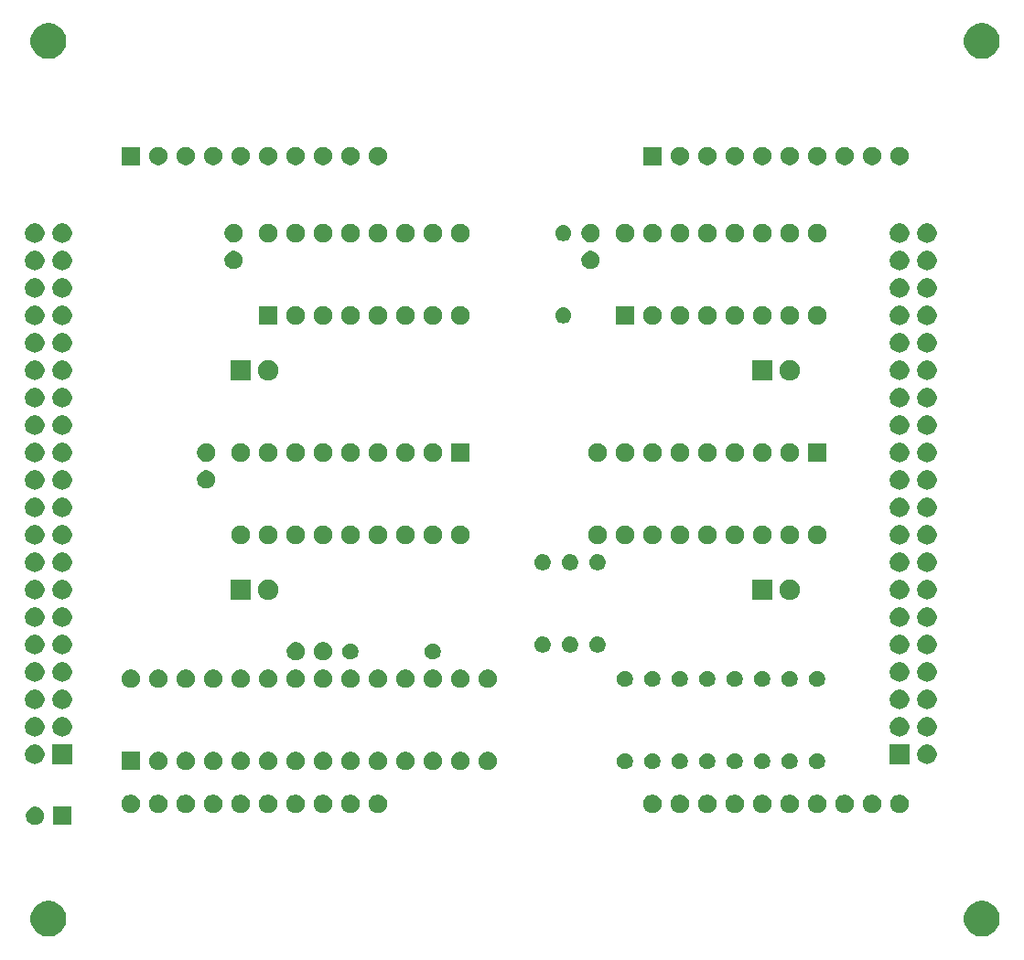
<source format=gbs>
G04 #@! TF.GenerationSoftware,KiCad,Pcbnew,(5.1.5)-3*
G04 #@! TF.CreationDate,2020-05-04T16:27:50+09:00*
G04 #@! TF.ProjectId,bf-005,62662d30-3035-42e6-9b69-6361645f7063,V02L04*
G04 #@! TF.SameCoordinates,Original*
G04 #@! TF.FileFunction,Soldermask,Bot*
G04 #@! TF.FilePolarity,Negative*
%FSLAX46Y46*%
G04 Gerber Fmt 4.6, Leading zero omitted, Abs format (unit mm)*
G04 Created by KiCad (PCBNEW (5.1.5)-3) date 2020-05-04 16:27:50*
%MOMM*%
%LPD*%
G04 APERTURE LIST*
%ADD10C,0.100000*%
G04 APERTURE END LIST*
D10*
G36*
X180715256Y-135551298D02*
G01*
X180821579Y-135572447D01*
X181122042Y-135696903D01*
X181392451Y-135877585D01*
X181622415Y-136107549D01*
X181803097Y-136377958D01*
X181927553Y-136678421D01*
X181991000Y-136997391D01*
X181991000Y-137322609D01*
X181927553Y-137641579D01*
X181803097Y-137942042D01*
X181622415Y-138212451D01*
X181392451Y-138442415D01*
X181122042Y-138623097D01*
X180821579Y-138747553D01*
X180715256Y-138768702D01*
X180502611Y-138811000D01*
X180177389Y-138811000D01*
X179964744Y-138768702D01*
X179858421Y-138747553D01*
X179557958Y-138623097D01*
X179287549Y-138442415D01*
X179057585Y-138212451D01*
X178876903Y-137942042D01*
X178752447Y-137641579D01*
X178689000Y-137322609D01*
X178689000Y-136997391D01*
X178752447Y-136678421D01*
X178876903Y-136377958D01*
X179057585Y-136107549D01*
X179287549Y-135877585D01*
X179557958Y-135696903D01*
X179858421Y-135572447D01*
X179964744Y-135551298D01*
X180177389Y-135509000D01*
X180502611Y-135509000D01*
X180715256Y-135551298D01*
G37*
G36*
X94355256Y-135551298D02*
G01*
X94461579Y-135572447D01*
X94762042Y-135696903D01*
X95032451Y-135877585D01*
X95262415Y-136107549D01*
X95443097Y-136377958D01*
X95567553Y-136678421D01*
X95631000Y-136997391D01*
X95631000Y-137322609D01*
X95567553Y-137641579D01*
X95443097Y-137942042D01*
X95262415Y-138212451D01*
X95032451Y-138442415D01*
X94762042Y-138623097D01*
X94461579Y-138747553D01*
X94355256Y-138768702D01*
X94142611Y-138811000D01*
X93817389Y-138811000D01*
X93604744Y-138768702D01*
X93498421Y-138747553D01*
X93197958Y-138623097D01*
X92927549Y-138442415D01*
X92697585Y-138212451D01*
X92516903Y-137942042D01*
X92392447Y-137641579D01*
X92329000Y-137322609D01*
X92329000Y-136997391D01*
X92392447Y-136678421D01*
X92516903Y-136377958D01*
X92697585Y-136107549D01*
X92927549Y-135877585D01*
X93197958Y-135696903D01*
X93498421Y-135572447D01*
X93604744Y-135551298D01*
X93817389Y-135509000D01*
X94142611Y-135509000D01*
X94355256Y-135551298D01*
G37*
G36*
X96101000Y-128486000D02*
G01*
X94399000Y-128486000D01*
X94399000Y-126784000D01*
X96101000Y-126784000D01*
X96101000Y-128486000D01*
G37*
G36*
X92998228Y-126816703D02*
G01*
X93153100Y-126880853D01*
X93292481Y-126973985D01*
X93411015Y-127092519D01*
X93504147Y-127231900D01*
X93568297Y-127386772D01*
X93601000Y-127551184D01*
X93601000Y-127718816D01*
X93568297Y-127883228D01*
X93504147Y-128038100D01*
X93411015Y-128177481D01*
X93292481Y-128296015D01*
X93153100Y-128389147D01*
X92998228Y-128453297D01*
X92833816Y-128486000D01*
X92666184Y-128486000D01*
X92501772Y-128453297D01*
X92346900Y-128389147D01*
X92207519Y-128296015D01*
X92088985Y-128177481D01*
X91995853Y-128038100D01*
X91931703Y-127883228D01*
X91899000Y-127718816D01*
X91899000Y-127551184D01*
X91931703Y-127386772D01*
X91995853Y-127231900D01*
X92088985Y-127092519D01*
X92207519Y-126973985D01*
X92346900Y-126880853D01*
X92501772Y-126816703D01*
X92666184Y-126784000D01*
X92833816Y-126784000D01*
X92998228Y-126816703D01*
G37*
G36*
X152648228Y-125701703D02*
G01*
X152803100Y-125765853D01*
X152942481Y-125858985D01*
X153061015Y-125977519D01*
X153154147Y-126116900D01*
X153218297Y-126271772D01*
X153251000Y-126436184D01*
X153251000Y-126603816D01*
X153218297Y-126768228D01*
X153154147Y-126923100D01*
X153061015Y-127062481D01*
X152942481Y-127181015D01*
X152803100Y-127274147D01*
X152648228Y-127338297D01*
X152483816Y-127371000D01*
X152316184Y-127371000D01*
X152151772Y-127338297D01*
X151996900Y-127274147D01*
X151857519Y-127181015D01*
X151738985Y-127062481D01*
X151645853Y-126923100D01*
X151581703Y-126768228D01*
X151549000Y-126603816D01*
X151549000Y-126436184D01*
X151581703Y-126271772D01*
X151645853Y-126116900D01*
X151738985Y-125977519D01*
X151857519Y-125858985D01*
X151996900Y-125765853D01*
X152151772Y-125701703D01*
X152316184Y-125669000D01*
X152483816Y-125669000D01*
X152648228Y-125701703D01*
G37*
G36*
X172968228Y-125701703D02*
G01*
X173123100Y-125765853D01*
X173262481Y-125858985D01*
X173381015Y-125977519D01*
X173474147Y-126116900D01*
X173538297Y-126271772D01*
X173571000Y-126436184D01*
X173571000Y-126603816D01*
X173538297Y-126768228D01*
X173474147Y-126923100D01*
X173381015Y-127062481D01*
X173262481Y-127181015D01*
X173123100Y-127274147D01*
X172968228Y-127338297D01*
X172803816Y-127371000D01*
X172636184Y-127371000D01*
X172471772Y-127338297D01*
X172316900Y-127274147D01*
X172177519Y-127181015D01*
X172058985Y-127062481D01*
X171965853Y-126923100D01*
X171901703Y-126768228D01*
X171869000Y-126603816D01*
X171869000Y-126436184D01*
X171901703Y-126271772D01*
X171965853Y-126116900D01*
X172058985Y-125977519D01*
X172177519Y-125858985D01*
X172316900Y-125765853D01*
X172471772Y-125701703D01*
X172636184Y-125669000D01*
X172803816Y-125669000D01*
X172968228Y-125701703D01*
G37*
G36*
X170428228Y-125701703D02*
G01*
X170583100Y-125765853D01*
X170722481Y-125858985D01*
X170841015Y-125977519D01*
X170934147Y-126116900D01*
X170998297Y-126271772D01*
X171031000Y-126436184D01*
X171031000Y-126603816D01*
X170998297Y-126768228D01*
X170934147Y-126923100D01*
X170841015Y-127062481D01*
X170722481Y-127181015D01*
X170583100Y-127274147D01*
X170428228Y-127338297D01*
X170263816Y-127371000D01*
X170096184Y-127371000D01*
X169931772Y-127338297D01*
X169776900Y-127274147D01*
X169637519Y-127181015D01*
X169518985Y-127062481D01*
X169425853Y-126923100D01*
X169361703Y-126768228D01*
X169329000Y-126603816D01*
X169329000Y-126436184D01*
X169361703Y-126271772D01*
X169425853Y-126116900D01*
X169518985Y-125977519D01*
X169637519Y-125858985D01*
X169776900Y-125765853D01*
X169931772Y-125701703D01*
X170096184Y-125669000D01*
X170263816Y-125669000D01*
X170428228Y-125701703D01*
G37*
G36*
X167888228Y-125701703D02*
G01*
X168043100Y-125765853D01*
X168182481Y-125858985D01*
X168301015Y-125977519D01*
X168394147Y-126116900D01*
X168458297Y-126271772D01*
X168491000Y-126436184D01*
X168491000Y-126603816D01*
X168458297Y-126768228D01*
X168394147Y-126923100D01*
X168301015Y-127062481D01*
X168182481Y-127181015D01*
X168043100Y-127274147D01*
X167888228Y-127338297D01*
X167723816Y-127371000D01*
X167556184Y-127371000D01*
X167391772Y-127338297D01*
X167236900Y-127274147D01*
X167097519Y-127181015D01*
X166978985Y-127062481D01*
X166885853Y-126923100D01*
X166821703Y-126768228D01*
X166789000Y-126603816D01*
X166789000Y-126436184D01*
X166821703Y-126271772D01*
X166885853Y-126116900D01*
X166978985Y-125977519D01*
X167097519Y-125858985D01*
X167236900Y-125765853D01*
X167391772Y-125701703D01*
X167556184Y-125669000D01*
X167723816Y-125669000D01*
X167888228Y-125701703D01*
G37*
G36*
X165348228Y-125701703D02*
G01*
X165503100Y-125765853D01*
X165642481Y-125858985D01*
X165761015Y-125977519D01*
X165854147Y-126116900D01*
X165918297Y-126271772D01*
X165951000Y-126436184D01*
X165951000Y-126603816D01*
X165918297Y-126768228D01*
X165854147Y-126923100D01*
X165761015Y-127062481D01*
X165642481Y-127181015D01*
X165503100Y-127274147D01*
X165348228Y-127338297D01*
X165183816Y-127371000D01*
X165016184Y-127371000D01*
X164851772Y-127338297D01*
X164696900Y-127274147D01*
X164557519Y-127181015D01*
X164438985Y-127062481D01*
X164345853Y-126923100D01*
X164281703Y-126768228D01*
X164249000Y-126603816D01*
X164249000Y-126436184D01*
X164281703Y-126271772D01*
X164345853Y-126116900D01*
X164438985Y-125977519D01*
X164557519Y-125858985D01*
X164696900Y-125765853D01*
X164851772Y-125701703D01*
X165016184Y-125669000D01*
X165183816Y-125669000D01*
X165348228Y-125701703D01*
G37*
G36*
X162808228Y-125701703D02*
G01*
X162963100Y-125765853D01*
X163102481Y-125858985D01*
X163221015Y-125977519D01*
X163314147Y-126116900D01*
X163378297Y-126271772D01*
X163411000Y-126436184D01*
X163411000Y-126603816D01*
X163378297Y-126768228D01*
X163314147Y-126923100D01*
X163221015Y-127062481D01*
X163102481Y-127181015D01*
X162963100Y-127274147D01*
X162808228Y-127338297D01*
X162643816Y-127371000D01*
X162476184Y-127371000D01*
X162311772Y-127338297D01*
X162156900Y-127274147D01*
X162017519Y-127181015D01*
X161898985Y-127062481D01*
X161805853Y-126923100D01*
X161741703Y-126768228D01*
X161709000Y-126603816D01*
X161709000Y-126436184D01*
X161741703Y-126271772D01*
X161805853Y-126116900D01*
X161898985Y-125977519D01*
X162017519Y-125858985D01*
X162156900Y-125765853D01*
X162311772Y-125701703D01*
X162476184Y-125669000D01*
X162643816Y-125669000D01*
X162808228Y-125701703D01*
G37*
G36*
X160268228Y-125701703D02*
G01*
X160423100Y-125765853D01*
X160562481Y-125858985D01*
X160681015Y-125977519D01*
X160774147Y-126116900D01*
X160838297Y-126271772D01*
X160871000Y-126436184D01*
X160871000Y-126603816D01*
X160838297Y-126768228D01*
X160774147Y-126923100D01*
X160681015Y-127062481D01*
X160562481Y-127181015D01*
X160423100Y-127274147D01*
X160268228Y-127338297D01*
X160103816Y-127371000D01*
X159936184Y-127371000D01*
X159771772Y-127338297D01*
X159616900Y-127274147D01*
X159477519Y-127181015D01*
X159358985Y-127062481D01*
X159265853Y-126923100D01*
X159201703Y-126768228D01*
X159169000Y-126603816D01*
X159169000Y-126436184D01*
X159201703Y-126271772D01*
X159265853Y-126116900D01*
X159358985Y-125977519D01*
X159477519Y-125858985D01*
X159616900Y-125765853D01*
X159771772Y-125701703D01*
X159936184Y-125669000D01*
X160103816Y-125669000D01*
X160268228Y-125701703D01*
G37*
G36*
X157728228Y-125701703D02*
G01*
X157883100Y-125765853D01*
X158022481Y-125858985D01*
X158141015Y-125977519D01*
X158234147Y-126116900D01*
X158298297Y-126271772D01*
X158331000Y-126436184D01*
X158331000Y-126603816D01*
X158298297Y-126768228D01*
X158234147Y-126923100D01*
X158141015Y-127062481D01*
X158022481Y-127181015D01*
X157883100Y-127274147D01*
X157728228Y-127338297D01*
X157563816Y-127371000D01*
X157396184Y-127371000D01*
X157231772Y-127338297D01*
X157076900Y-127274147D01*
X156937519Y-127181015D01*
X156818985Y-127062481D01*
X156725853Y-126923100D01*
X156661703Y-126768228D01*
X156629000Y-126603816D01*
X156629000Y-126436184D01*
X156661703Y-126271772D01*
X156725853Y-126116900D01*
X156818985Y-125977519D01*
X156937519Y-125858985D01*
X157076900Y-125765853D01*
X157231772Y-125701703D01*
X157396184Y-125669000D01*
X157563816Y-125669000D01*
X157728228Y-125701703D01*
G37*
G36*
X155188228Y-125701703D02*
G01*
X155343100Y-125765853D01*
X155482481Y-125858985D01*
X155601015Y-125977519D01*
X155694147Y-126116900D01*
X155758297Y-126271772D01*
X155791000Y-126436184D01*
X155791000Y-126603816D01*
X155758297Y-126768228D01*
X155694147Y-126923100D01*
X155601015Y-127062481D01*
X155482481Y-127181015D01*
X155343100Y-127274147D01*
X155188228Y-127338297D01*
X155023816Y-127371000D01*
X154856184Y-127371000D01*
X154691772Y-127338297D01*
X154536900Y-127274147D01*
X154397519Y-127181015D01*
X154278985Y-127062481D01*
X154185853Y-126923100D01*
X154121703Y-126768228D01*
X154089000Y-126603816D01*
X154089000Y-126436184D01*
X154121703Y-126271772D01*
X154185853Y-126116900D01*
X154278985Y-125977519D01*
X154397519Y-125858985D01*
X154536900Y-125765853D01*
X154691772Y-125701703D01*
X154856184Y-125669000D01*
X155023816Y-125669000D01*
X155188228Y-125701703D01*
G37*
G36*
X150108228Y-125701703D02*
G01*
X150263100Y-125765853D01*
X150402481Y-125858985D01*
X150521015Y-125977519D01*
X150614147Y-126116900D01*
X150678297Y-126271772D01*
X150711000Y-126436184D01*
X150711000Y-126603816D01*
X150678297Y-126768228D01*
X150614147Y-126923100D01*
X150521015Y-127062481D01*
X150402481Y-127181015D01*
X150263100Y-127274147D01*
X150108228Y-127338297D01*
X149943816Y-127371000D01*
X149776184Y-127371000D01*
X149611772Y-127338297D01*
X149456900Y-127274147D01*
X149317519Y-127181015D01*
X149198985Y-127062481D01*
X149105853Y-126923100D01*
X149041703Y-126768228D01*
X149009000Y-126603816D01*
X149009000Y-126436184D01*
X149041703Y-126271772D01*
X149105853Y-126116900D01*
X149198985Y-125977519D01*
X149317519Y-125858985D01*
X149456900Y-125765853D01*
X149611772Y-125701703D01*
X149776184Y-125669000D01*
X149943816Y-125669000D01*
X150108228Y-125701703D01*
G37*
G36*
X124708228Y-125701703D02*
G01*
X124863100Y-125765853D01*
X125002481Y-125858985D01*
X125121015Y-125977519D01*
X125214147Y-126116900D01*
X125278297Y-126271772D01*
X125311000Y-126436184D01*
X125311000Y-126603816D01*
X125278297Y-126768228D01*
X125214147Y-126923100D01*
X125121015Y-127062481D01*
X125002481Y-127181015D01*
X124863100Y-127274147D01*
X124708228Y-127338297D01*
X124543816Y-127371000D01*
X124376184Y-127371000D01*
X124211772Y-127338297D01*
X124056900Y-127274147D01*
X123917519Y-127181015D01*
X123798985Y-127062481D01*
X123705853Y-126923100D01*
X123641703Y-126768228D01*
X123609000Y-126603816D01*
X123609000Y-126436184D01*
X123641703Y-126271772D01*
X123705853Y-126116900D01*
X123798985Y-125977519D01*
X123917519Y-125858985D01*
X124056900Y-125765853D01*
X124211772Y-125701703D01*
X124376184Y-125669000D01*
X124543816Y-125669000D01*
X124708228Y-125701703D01*
G37*
G36*
X122168228Y-125701703D02*
G01*
X122323100Y-125765853D01*
X122462481Y-125858985D01*
X122581015Y-125977519D01*
X122674147Y-126116900D01*
X122738297Y-126271772D01*
X122771000Y-126436184D01*
X122771000Y-126603816D01*
X122738297Y-126768228D01*
X122674147Y-126923100D01*
X122581015Y-127062481D01*
X122462481Y-127181015D01*
X122323100Y-127274147D01*
X122168228Y-127338297D01*
X122003816Y-127371000D01*
X121836184Y-127371000D01*
X121671772Y-127338297D01*
X121516900Y-127274147D01*
X121377519Y-127181015D01*
X121258985Y-127062481D01*
X121165853Y-126923100D01*
X121101703Y-126768228D01*
X121069000Y-126603816D01*
X121069000Y-126436184D01*
X121101703Y-126271772D01*
X121165853Y-126116900D01*
X121258985Y-125977519D01*
X121377519Y-125858985D01*
X121516900Y-125765853D01*
X121671772Y-125701703D01*
X121836184Y-125669000D01*
X122003816Y-125669000D01*
X122168228Y-125701703D01*
G37*
G36*
X119628228Y-125701703D02*
G01*
X119783100Y-125765853D01*
X119922481Y-125858985D01*
X120041015Y-125977519D01*
X120134147Y-126116900D01*
X120198297Y-126271772D01*
X120231000Y-126436184D01*
X120231000Y-126603816D01*
X120198297Y-126768228D01*
X120134147Y-126923100D01*
X120041015Y-127062481D01*
X119922481Y-127181015D01*
X119783100Y-127274147D01*
X119628228Y-127338297D01*
X119463816Y-127371000D01*
X119296184Y-127371000D01*
X119131772Y-127338297D01*
X118976900Y-127274147D01*
X118837519Y-127181015D01*
X118718985Y-127062481D01*
X118625853Y-126923100D01*
X118561703Y-126768228D01*
X118529000Y-126603816D01*
X118529000Y-126436184D01*
X118561703Y-126271772D01*
X118625853Y-126116900D01*
X118718985Y-125977519D01*
X118837519Y-125858985D01*
X118976900Y-125765853D01*
X119131772Y-125701703D01*
X119296184Y-125669000D01*
X119463816Y-125669000D01*
X119628228Y-125701703D01*
G37*
G36*
X117088228Y-125701703D02*
G01*
X117243100Y-125765853D01*
X117382481Y-125858985D01*
X117501015Y-125977519D01*
X117594147Y-126116900D01*
X117658297Y-126271772D01*
X117691000Y-126436184D01*
X117691000Y-126603816D01*
X117658297Y-126768228D01*
X117594147Y-126923100D01*
X117501015Y-127062481D01*
X117382481Y-127181015D01*
X117243100Y-127274147D01*
X117088228Y-127338297D01*
X116923816Y-127371000D01*
X116756184Y-127371000D01*
X116591772Y-127338297D01*
X116436900Y-127274147D01*
X116297519Y-127181015D01*
X116178985Y-127062481D01*
X116085853Y-126923100D01*
X116021703Y-126768228D01*
X115989000Y-126603816D01*
X115989000Y-126436184D01*
X116021703Y-126271772D01*
X116085853Y-126116900D01*
X116178985Y-125977519D01*
X116297519Y-125858985D01*
X116436900Y-125765853D01*
X116591772Y-125701703D01*
X116756184Y-125669000D01*
X116923816Y-125669000D01*
X117088228Y-125701703D01*
G37*
G36*
X114548228Y-125701703D02*
G01*
X114703100Y-125765853D01*
X114842481Y-125858985D01*
X114961015Y-125977519D01*
X115054147Y-126116900D01*
X115118297Y-126271772D01*
X115151000Y-126436184D01*
X115151000Y-126603816D01*
X115118297Y-126768228D01*
X115054147Y-126923100D01*
X114961015Y-127062481D01*
X114842481Y-127181015D01*
X114703100Y-127274147D01*
X114548228Y-127338297D01*
X114383816Y-127371000D01*
X114216184Y-127371000D01*
X114051772Y-127338297D01*
X113896900Y-127274147D01*
X113757519Y-127181015D01*
X113638985Y-127062481D01*
X113545853Y-126923100D01*
X113481703Y-126768228D01*
X113449000Y-126603816D01*
X113449000Y-126436184D01*
X113481703Y-126271772D01*
X113545853Y-126116900D01*
X113638985Y-125977519D01*
X113757519Y-125858985D01*
X113896900Y-125765853D01*
X114051772Y-125701703D01*
X114216184Y-125669000D01*
X114383816Y-125669000D01*
X114548228Y-125701703D01*
G37*
G36*
X112008228Y-125701703D02*
G01*
X112163100Y-125765853D01*
X112302481Y-125858985D01*
X112421015Y-125977519D01*
X112514147Y-126116900D01*
X112578297Y-126271772D01*
X112611000Y-126436184D01*
X112611000Y-126603816D01*
X112578297Y-126768228D01*
X112514147Y-126923100D01*
X112421015Y-127062481D01*
X112302481Y-127181015D01*
X112163100Y-127274147D01*
X112008228Y-127338297D01*
X111843816Y-127371000D01*
X111676184Y-127371000D01*
X111511772Y-127338297D01*
X111356900Y-127274147D01*
X111217519Y-127181015D01*
X111098985Y-127062481D01*
X111005853Y-126923100D01*
X110941703Y-126768228D01*
X110909000Y-126603816D01*
X110909000Y-126436184D01*
X110941703Y-126271772D01*
X111005853Y-126116900D01*
X111098985Y-125977519D01*
X111217519Y-125858985D01*
X111356900Y-125765853D01*
X111511772Y-125701703D01*
X111676184Y-125669000D01*
X111843816Y-125669000D01*
X112008228Y-125701703D01*
G37*
G36*
X109468228Y-125701703D02*
G01*
X109623100Y-125765853D01*
X109762481Y-125858985D01*
X109881015Y-125977519D01*
X109974147Y-126116900D01*
X110038297Y-126271772D01*
X110071000Y-126436184D01*
X110071000Y-126603816D01*
X110038297Y-126768228D01*
X109974147Y-126923100D01*
X109881015Y-127062481D01*
X109762481Y-127181015D01*
X109623100Y-127274147D01*
X109468228Y-127338297D01*
X109303816Y-127371000D01*
X109136184Y-127371000D01*
X108971772Y-127338297D01*
X108816900Y-127274147D01*
X108677519Y-127181015D01*
X108558985Y-127062481D01*
X108465853Y-126923100D01*
X108401703Y-126768228D01*
X108369000Y-126603816D01*
X108369000Y-126436184D01*
X108401703Y-126271772D01*
X108465853Y-126116900D01*
X108558985Y-125977519D01*
X108677519Y-125858985D01*
X108816900Y-125765853D01*
X108971772Y-125701703D01*
X109136184Y-125669000D01*
X109303816Y-125669000D01*
X109468228Y-125701703D01*
G37*
G36*
X106928228Y-125701703D02*
G01*
X107083100Y-125765853D01*
X107222481Y-125858985D01*
X107341015Y-125977519D01*
X107434147Y-126116900D01*
X107498297Y-126271772D01*
X107531000Y-126436184D01*
X107531000Y-126603816D01*
X107498297Y-126768228D01*
X107434147Y-126923100D01*
X107341015Y-127062481D01*
X107222481Y-127181015D01*
X107083100Y-127274147D01*
X106928228Y-127338297D01*
X106763816Y-127371000D01*
X106596184Y-127371000D01*
X106431772Y-127338297D01*
X106276900Y-127274147D01*
X106137519Y-127181015D01*
X106018985Y-127062481D01*
X105925853Y-126923100D01*
X105861703Y-126768228D01*
X105829000Y-126603816D01*
X105829000Y-126436184D01*
X105861703Y-126271772D01*
X105925853Y-126116900D01*
X106018985Y-125977519D01*
X106137519Y-125858985D01*
X106276900Y-125765853D01*
X106431772Y-125701703D01*
X106596184Y-125669000D01*
X106763816Y-125669000D01*
X106928228Y-125701703D01*
G37*
G36*
X104388228Y-125701703D02*
G01*
X104543100Y-125765853D01*
X104682481Y-125858985D01*
X104801015Y-125977519D01*
X104894147Y-126116900D01*
X104958297Y-126271772D01*
X104991000Y-126436184D01*
X104991000Y-126603816D01*
X104958297Y-126768228D01*
X104894147Y-126923100D01*
X104801015Y-127062481D01*
X104682481Y-127181015D01*
X104543100Y-127274147D01*
X104388228Y-127338297D01*
X104223816Y-127371000D01*
X104056184Y-127371000D01*
X103891772Y-127338297D01*
X103736900Y-127274147D01*
X103597519Y-127181015D01*
X103478985Y-127062481D01*
X103385853Y-126923100D01*
X103321703Y-126768228D01*
X103289000Y-126603816D01*
X103289000Y-126436184D01*
X103321703Y-126271772D01*
X103385853Y-126116900D01*
X103478985Y-125977519D01*
X103597519Y-125858985D01*
X103736900Y-125765853D01*
X103891772Y-125701703D01*
X104056184Y-125669000D01*
X104223816Y-125669000D01*
X104388228Y-125701703D01*
G37*
G36*
X101848228Y-125701703D02*
G01*
X102003100Y-125765853D01*
X102142481Y-125858985D01*
X102261015Y-125977519D01*
X102354147Y-126116900D01*
X102418297Y-126271772D01*
X102451000Y-126436184D01*
X102451000Y-126603816D01*
X102418297Y-126768228D01*
X102354147Y-126923100D01*
X102261015Y-127062481D01*
X102142481Y-127181015D01*
X102003100Y-127274147D01*
X101848228Y-127338297D01*
X101683816Y-127371000D01*
X101516184Y-127371000D01*
X101351772Y-127338297D01*
X101196900Y-127274147D01*
X101057519Y-127181015D01*
X100938985Y-127062481D01*
X100845853Y-126923100D01*
X100781703Y-126768228D01*
X100749000Y-126603816D01*
X100749000Y-126436184D01*
X100781703Y-126271772D01*
X100845853Y-126116900D01*
X100938985Y-125977519D01*
X101057519Y-125858985D01*
X101196900Y-125765853D01*
X101351772Y-125701703D01*
X101516184Y-125669000D01*
X101683816Y-125669000D01*
X101848228Y-125701703D01*
G37*
G36*
X134868228Y-121736703D02*
G01*
X135023100Y-121800853D01*
X135162481Y-121893985D01*
X135281015Y-122012519D01*
X135374147Y-122151900D01*
X135438297Y-122306772D01*
X135471000Y-122471184D01*
X135471000Y-122638816D01*
X135438297Y-122803228D01*
X135374147Y-122958100D01*
X135281015Y-123097481D01*
X135162481Y-123216015D01*
X135023100Y-123309147D01*
X134868228Y-123373297D01*
X134703816Y-123406000D01*
X134536184Y-123406000D01*
X134371772Y-123373297D01*
X134216900Y-123309147D01*
X134077519Y-123216015D01*
X133958985Y-123097481D01*
X133865853Y-122958100D01*
X133801703Y-122803228D01*
X133769000Y-122638816D01*
X133769000Y-122471184D01*
X133801703Y-122306772D01*
X133865853Y-122151900D01*
X133958985Y-122012519D01*
X134077519Y-121893985D01*
X134216900Y-121800853D01*
X134371772Y-121736703D01*
X134536184Y-121704000D01*
X134703816Y-121704000D01*
X134868228Y-121736703D01*
G37*
G36*
X112008228Y-121736703D02*
G01*
X112163100Y-121800853D01*
X112302481Y-121893985D01*
X112421015Y-122012519D01*
X112514147Y-122151900D01*
X112578297Y-122306772D01*
X112611000Y-122471184D01*
X112611000Y-122638816D01*
X112578297Y-122803228D01*
X112514147Y-122958100D01*
X112421015Y-123097481D01*
X112302481Y-123216015D01*
X112163100Y-123309147D01*
X112008228Y-123373297D01*
X111843816Y-123406000D01*
X111676184Y-123406000D01*
X111511772Y-123373297D01*
X111356900Y-123309147D01*
X111217519Y-123216015D01*
X111098985Y-123097481D01*
X111005853Y-122958100D01*
X110941703Y-122803228D01*
X110909000Y-122638816D01*
X110909000Y-122471184D01*
X110941703Y-122306772D01*
X111005853Y-122151900D01*
X111098985Y-122012519D01*
X111217519Y-121893985D01*
X111356900Y-121800853D01*
X111511772Y-121736703D01*
X111676184Y-121704000D01*
X111843816Y-121704000D01*
X112008228Y-121736703D01*
G37*
G36*
X109468228Y-121736703D02*
G01*
X109623100Y-121800853D01*
X109762481Y-121893985D01*
X109881015Y-122012519D01*
X109974147Y-122151900D01*
X110038297Y-122306772D01*
X110071000Y-122471184D01*
X110071000Y-122638816D01*
X110038297Y-122803228D01*
X109974147Y-122958100D01*
X109881015Y-123097481D01*
X109762481Y-123216015D01*
X109623100Y-123309147D01*
X109468228Y-123373297D01*
X109303816Y-123406000D01*
X109136184Y-123406000D01*
X108971772Y-123373297D01*
X108816900Y-123309147D01*
X108677519Y-123216015D01*
X108558985Y-123097481D01*
X108465853Y-122958100D01*
X108401703Y-122803228D01*
X108369000Y-122638816D01*
X108369000Y-122471184D01*
X108401703Y-122306772D01*
X108465853Y-122151900D01*
X108558985Y-122012519D01*
X108677519Y-121893985D01*
X108816900Y-121800853D01*
X108971772Y-121736703D01*
X109136184Y-121704000D01*
X109303816Y-121704000D01*
X109468228Y-121736703D01*
G37*
G36*
X106928228Y-121736703D02*
G01*
X107083100Y-121800853D01*
X107222481Y-121893985D01*
X107341015Y-122012519D01*
X107434147Y-122151900D01*
X107498297Y-122306772D01*
X107531000Y-122471184D01*
X107531000Y-122638816D01*
X107498297Y-122803228D01*
X107434147Y-122958100D01*
X107341015Y-123097481D01*
X107222481Y-123216015D01*
X107083100Y-123309147D01*
X106928228Y-123373297D01*
X106763816Y-123406000D01*
X106596184Y-123406000D01*
X106431772Y-123373297D01*
X106276900Y-123309147D01*
X106137519Y-123216015D01*
X106018985Y-123097481D01*
X105925853Y-122958100D01*
X105861703Y-122803228D01*
X105829000Y-122638816D01*
X105829000Y-122471184D01*
X105861703Y-122306772D01*
X105925853Y-122151900D01*
X106018985Y-122012519D01*
X106137519Y-121893985D01*
X106276900Y-121800853D01*
X106431772Y-121736703D01*
X106596184Y-121704000D01*
X106763816Y-121704000D01*
X106928228Y-121736703D01*
G37*
G36*
X104388228Y-121736703D02*
G01*
X104543100Y-121800853D01*
X104682481Y-121893985D01*
X104801015Y-122012519D01*
X104894147Y-122151900D01*
X104958297Y-122306772D01*
X104991000Y-122471184D01*
X104991000Y-122638816D01*
X104958297Y-122803228D01*
X104894147Y-122958100D01*
X104801015Y-123097481D01*
X104682481Y-123216015D01*
X104543100Y-123309147D01*
X104388228Y-123373297D01*
X104223816Y-123406000D01*
X104056184Y-123406000D01*
X103891772Y-123373297D01*
X103736900Y-123309147D01*
X103597519Y-123216015D01*
X103478985Y-123097481D01*
X103385853Y-122958100D01*
X103321703Y-122803228D01*
X103289000Y-122638816D01*
X103289000Y-122471184D01*
X103321703Y-122306772D01*
X103385853Y-122151900D01*
X103478985Y-122012519D01*
X103597519Y-121893985D01*
X103736900Y-121800853D01*
X103891772Y-121736703D01*
X104056184Y-121704000D01*
X104223816Y-121704000D01*
X104388228Y-121736703D01*
G37*
G36*
X102451000Y-123406000D02*
G01*
X100749000Y-123406000D01*
X100749000Y-121704000D01*
X102451000Y-121704000D01*
X102451000Y-123406000D01*
G37*
G36*
X129788228Y-121736703D02*
G01*
X129943100Y-121800853D01*
X130082481Y-121893985D01*
X130201015Y-122012519D01*
X130294147Y-122151900D01*
X130358297Y-122306772D01*
X130391000Y-122471184D01*
X130391000Y-122638816D01*
X130358297Y-122803228D01*
X130294147Y-122958100D01*
X130201015Y-123097481D01*
X130082481Y-123216015D01*
X129943100Y-123309147D01*
X129788228Y-123373297D01*
X129623816Y-123406000D01*
X129456184Y-123406000D01*
X129291772Y-123373297D01*
X129136900Y-123309147D01*
X128997519Y-123216015D01*
X128878985Y-123097481D01*
X128785853Y-122958100D01*
X128721703Y-122803228D01*
X128689000Y-122638816D01*
X128689000Y-122471184D01*
X128721703Y-122306772D01*
X128785853Y-122151900D01*
X128878985Y-122012519D01*
X128997519Y-121893985D01*
X129136900Y-121800853D01*
X129291772Y-121736703D01*
X129456184Y-121704000D01*
X129623816Y-121704000D01*
X129788228Y-121736703D01*
G37*
G36*
X132328228Y-121736703D02*
G01*
X132483100Y-121800853D01*
X132622481Y-121893985D01*
X132741015Y-122012519D01*
X132834147Y-122151900D01*
X132898297Y-122306772D01*
X132931000Y-122471184D01*
X132931000Y-122638816D01*
X132898297Y-122803228D01*
X132834147Y-122958100D01*
X132741015Y-123097481D01*
X132622481Y-123216015D01*
X132483100Y-123309147D01*
X132328228Y-123373297D01*
X132163816Y-123406000D01*
X131996184Y-123406000D01*
X131831772Y-123373297D01*
X131676900Y-123309147D01*
X131537519Y-123216015D01*
X131418985Y-123097481D01*
X131325853Y-122958100D01*
X131261703Y-122803228D01*
X131229000Y-122638816D01*
X131229000Y-122471184D01*
X131261703Y-122306772D01*
X131325853Y-122151900D01*
X131418985Y-122012519D01*
X131537519Y-121893985D01*
X131676900Y-121800853D01*
X131831772Y-121736703D01*
X131996184Y-121704000D01*
X132163816Y-121704000D01*
X132328228Y-121736703D01*
G37*
G36*
X127248228Y-121736703D02*
G01*
X127403100Y-121800853D01*
X127542481Y-121893985D01*
X127661015Y-122012519D01*
X127754147Y-122151900D01*
X127818297Y-122306772D01*
X127851000Y-122471184D01*
X127851000Y-122638816D01*
X127818297Y-122803228D01*
X127754147Y-122958100D01*
X127661015Y-123097481D01*
X127542481Y-123216015D01*
X127403100Y-123309147D01*
X127248228Y-123373297D01*
X127083816Y-123406000D01*
X126916184Y-123406000D01*
X126751772Y-123373297D01*
X126596900Y-123309147D01*
X126457519Y-123216015D01*
X126338985Y-123097481D01*
X126245853Y-122958100D01*
X126181703Y-122803228D01*
X126149000Y-122638816D01*
X126149000Y-122471184D01*
X126181703Y-122306772D01*
X126245853Y-122151900D01*
X126338985Y-122012519D01*
X126457519Y-121893985D01*
X126596900Y-121800853D01*
X126751772Y-121736703D01*
X126916184Y-121704000D01*
X127083816Y-121704000D01*
X127248228Y-121736703D01*
G37*
G36*
X124708228Y-121736703D02*
G01*
X124863100Y-121800853D01*
X125002481Y-121893985D01*
X125121015Y-122012519D01*
X125214147Y-122151900D01*
X125278297Y-122306772D01*
X125311000Y-122471184D01*
X125311000Y-122638816D01*
X125278297Y-122803228D01*
X125214147Y-122958100D01*
X125121015Y-123097481D01*
X125002481Y-123216015D01*
X124863100Y-123309147D01*
X124708228Y-123373297D01*
X124543816Y-123406000D01*
X124376184Y-123406000D01*
X124211772Y-123373297D01*
X124056900Y-123309147D01*
X123917519Y-123216015D01*
X123798985Y-123097481D01*
X123705853Y-122958100D01*
X123641703Y-122803228D01*
X123609000Y-122638816D01*
X123609000Y-122471184D01*
X123641703Y-122306772D01*
X123705853Y-122151900D01*
X123798985Y-122012519D01*
X123917519Y-121893985D01*
X124056900Y-121800853D01*
X124211772Y-121736703D01*
X124376184Y-121704000D01*
X124543816Y-121704000D01*
X124708228Y-121736703D01*
G37*
G36*
X117088228Y-121736703D02*
G01*
X117243100Y-121800853D01*
X117382481Y-121893985D01*
X117501015Y-122012519D01*
X117594147Y-122151900D01*
X117658297Y-122306772D01*
X117691000Y-122471184D01*
X117691000Y-122638816D01*
X117658297Y-122803228D01*
X117594147Y-122958100D01*
X117501015Y-123097481D01*
X117382481Y-123216015D01*
X117243100Y-123309147D01*
X117088228Y-123373297D01*
X116923816Y-123406000D01*
X116756184Y-123406000D01*
X116591772Y-123373297D01*
X116436900Y-123309147D01*
X116297519Y-123216015D01*
X116178985Y-123097481D01*
X116085853Y-122958100D01*
X116021703Y-122803228D01*
X115989000Y-122638816D01*
X115989000Y-122471184D01*
X116021703Y-122306772D01*
X116085853Y-122151900D01*
X116178985Y-122012519D01*
X116297519Y-121893985D01*
X116436900Y-121800853D01*
X116591772Y-121736703D01*
X116756184Y-121704000D01*
X116923816Y-121704000D01*
X117088228Y-121736703D01*
G37*
G36*
X119628228Y-121736703D02*
G01*
X119783100Y-121800853D01*
X119922481Y-121893985D01*
X120041015Y-122012519D01*
X120134147Y-122151900D01*
X120198297Y-122306772D01*
X120231000Y-122471184D01*
X120231000Y-122638816D01*
X120198297Y-122803228D01*
X120134147Y-122958100D01*
X120041015Y-123097481D01*
X119922481Y-123216015D01*
X119783100Y-123309147D01*
X119628228Y-123373297D01*
X119463816Y-123406000D01*
X119296184Y-123406000D01*
X119131772Y-123373297D01*
X118976900Y-123309147D01*
X118837519Y-123216015D01*
X118718985Y-123097481D01*
X118625853Y-122958100D01*
X118561703Y-122803228D01*
X118529000Y-122638816D01*
X118529000Y-122471184D01*
X118561703Y-122306772D01*
X118625853Y-122151900D01*
X118718985Y-122012519D01*
X118837519Y-121893985D01*
X118976900Y-121800853D01*
X119131772Y-121736703D01*
X119296184Y-121704000D01*
X119463816Y-121704000D01*
X119628228Y-121736703D01*
G37*
G36*
X122168228Y-121736703D02*
G01*
X122323100Y-121800853D01*
X122462481Y-121893985D01*
X122581015Y-122012519D01*
X122674147Y-122151900D01*
X122738297Y-122306772D01*
X122771000Y-122471184D01*
X122771000Y-122638816D01*
X122738297Y-122803228D01*
X122674147Y-122958100D01*
X122581015Y-123097481D01*
X122462481Y-123216015D01*
X122323100Y-123309147D01*
X122168228Y-123373297D01*
X122003816Y-123406000D01*
X121836184Y-123406000D01*
X121671772Y-123373297D01*
X121516900Y-123309147D01*
X121377519Y-123216015D01*
X121258985Y-123097481D01*
X121165853Y-122958100D01*
X121101703Y-122803228D01*
X121069000Y-122638816D01*
X121069000Y-122471184D01*
X121101703Y-122306772D01*
X121165853Y-122151900D01*
X121258985Y-122012519D01*
X121377519Y-121893985D01*
X121516900Y-121800853D01*
X121671772Y-121736703D01*
X121836184Y-121704000D01*
X122003816Y-121704000D01*
X122168228Y-121736703D01*
G37*
G36*
X114548228Y-121736703D02*
G01*
X114703100Y-121800853D01*
X114842481Y-121893985D01*
X114961015Y-122012519D01*
X115054147Y-122151900D01*
X115118297Y-122306772D01*
X115151000Y-122471184D01*
X115151000Y-122638816D01*
X115118297Y-122803228D01*
X115054147Y-122958100D01*
X114961015Y-123097481D01*
X114842481Y-123216015D01*
X114703100Y-123309147D01*
X114548228Y-123373297D01*
X114383816Y-123406000D01*
X114216184Y-123406000D01*
X114051772Y-123373297D01*
X113896900Y-123309147D01*
X113757519Y-123216015D01*
X113638985Y-123097481D01*
X113545853Y-122958100D01*
X113481703Y-122803228D01*
X113449000Y-122638816D01*
X113449000Y-122471184D01*
X113481703Y-122306772D01*
X113545853Y-122151900D01*
X113638985Y-122012519D01*
X113757519Y-121893985D01*
X113896900Y-121800853D01*
X114051772Y-121736703D01*
X114216184Y-121704000D01*
X114383816Y-121704000D01*
X114548228Y-121736703D01*
G37*
G36*
X162771005Y-121831258D02*
G01*
X162779059Y-121832860D01*
X162915732Y-121889472D01*
X163038735Y-121971660D01*
X163143340Y-122076265D01*
X163225528Y-122199268D01*
X163282140Y-122335941D01*
X163311000Y-122481033D01*
X163311000Y-122628967D01*
X163282140Y-122774059D01*
X163225528Y-122910732D01*
X163143340Y-123033735D01*
X163038735Y-123138340D01*
X162915732Y-123220528D01*
X162915731Y-123220529D01*
X162915730Y-123220529D01*
X162779059Y-123277140D01*
X162633968Y-123306000D01*
X162486032Y-123306000D01*
X162340941Y-123277140D01*
X162204270Y-123220529D01*
X162204269Y-123220529D01*
X162204268Y-123220528D01*
X162081265Y-123138340D01*
X161976660Y-123033735D01*
X161894472Y-122910732D01*
X161837860Y-122774059D01*
X161809000Y-122628967D01*
X161809000Y-122481033D01*
X161837860Y-122335941D01*
X161894472Y-122199268D01*
X161976660Y-122076265D01*
X162081265Y-121971660D01*
X162204268Y-121889472D01*
X162340941Y-121832860D01*
X162348995Y-121831258D01*
X162486032Y-121804000D01*
X162633968Y-121804000D01*
X162771005Y-121831258D01*
G37*
G36*
X147531005Y-121831258D02*
G01*
X147539059Y-121832860D01*
X147675732Y-121889472D01*
X147798735Y-121971660D01*
X147903340Y-122076265D01*
X147985528Y-122199268D01*
X148042140Y-122335941D01*
X148071000Y-122481033D01*
X148071000Y-122628967D01*
X148042140Y-122774059D01*
X147985528Y-122910732D01*
X147903340Y-123033735D01*
X147798735Y-123138340D01*
X147675732Y-123220528D01*
X147675731Y-123220529D01*
X147675730Y-123220529D01*
X147539059Y-123277140D01*
X147393968Y-123306000D01*
X147246032Y-123306000D01*
X147100941Y-123277140D01*
X146964270Y-123220529D01*
X146964269Y-123220529D01*
X146964268Y-123220528D01*
X146841265Y-123138340D01*
X146736660Y-123033735D01*
X146654472Y-122910732D01*
X146597860Y-122774059D01*
X146569000Y-122628967D01*
X146569000Y-122481033D01*
X146597860Y-122335941D01*
X146654472Y-122199268D01*
X146736660Y-122076265D01*
X146841265Y-121971660D01*
X146964268Y-121889472D01*
X147100941Y-121832860D01*
X147108995Y-121831258D01*
X147246032Y-121804000D01*
X147393968Y-121804000D01*
X147531005Y-121831258D01*
G37*
G36*
X150071005Y-121831258D02*
G01*
X150079059Y-121832860D01*
X150215732Y-121889472D01*
X150338735Y-121971660D01*
X150443340Y-122076265D01*
X150525528Y-122199268D01*
X150582140Y-122335941D01*
X150611000Y-122481033D01*
X150611000Y-122628967D01*
X150582140Y-122774059D01*
X150525528Y-122910732D01*
X150443340Y-123033735D01*
X150338735Y-123138340D01*
X150215732Y-123220528D01*
X150215731Y-123220529D01*
X150215730Y-123220529D01*
X150079059Y-123277140D01*
X149933968Y-123306000D01*
X149786032Y-123306000D01*
X149640941Y-123277140D01*
X149504270Y-123220529D01*
X149504269Y-123220529D01*
X149504268Y-123220528D01*
X149381265Y-123138340D01*
X149276660Y-123033735D01*
X149194472Y-122910732D01*
X149137860Y-122774059D01*
X149109000Y-122628967D01*
X149109000Y-122481033D01*
X149137860Y-122335941D01*
X149194472Y-122199268D01*
X149276660Y-122076265D01*
X149381265Y-121971660D01*
X149504268Y-121889472D01*
X149640941Y-121832860D01*
X149648995Y-121831258D01*
X149786032Y-121804000D01*
X149933968Y-121804000D01*
X150071005Y-121831258D01*
G37*
G36*
X152611005Y-121831258D02*
G01*
X152619059Y-121832860D01*
X152755732Y-121889472D01*
X152878735Y-121971660D01*
X152983340Y-122076265D01*
X153065528Y-122199268D01*
X153122140Y-122335941D01*
X153151000Y-122481033D01*
X153151000Y-122628967D01*
X153122140Y-122774059D01*
X153065528Y-122910732D01*
X152983340Y-123033735D01*
X152878735Y-123138340D01*
X152755732Y-123220528D01*
X152755731Y-123220529D01*
X152755730Y-123220529D01*
X152619059Y-123277140D01*
X152473968Y-123306000D01*
X152326032Y-123306000D01*
X152180941Y-123277140D01*
X152044270Y-123220529D01*
X152044269Y-123220529D01*
X152044268Y-123220528D01*
X151921265Y-123138340D01*
X151816660Y-123033735D01*
X151734472Y-122910732D01*
X151677860Y-122774059D01*
X151649000Y-122628967D01*
X151649000Y-122481033D01*
X151677860Y-122335941D01*
X151734472Y-122199268D01*
X151816660Y-122076265D01*
X151921265Y-121971660D01*
X152044268Y-121889472D01*
X152180941Y-121832860D01*
X152188995Y-121831258D01*
X152326032Y-121804000D01*
X152473968Y-121804000D01*
X152611005Y-121831258D01*
G37*
G36*
X155151005Y-121831258D02*
G01*
X155159059Y-121832860D01*
X155295732Y-121889472D01*
X155418735Y-121971660D01*
X155523340Y-122076265D01*
X155605528Y-122199268D01*
X155662140Y-122335941D01*
X155691000Y-122481033D01*
X155691000Y-122628967D01*
X155662140Y-122774059D01*
X155605528Y-122910732D01*
X155523340Y-123033735D01*
X155418735Y-123138340D01*
X155295732Y-123220528D01*
X155295731Y-123220529D01*
X155295730Y-123220529D01*
X155159059Y-123277140D01*
X155013968Y-123306000D01*
X154866032Y-123306000D01*
X154720941Y-123277140D01*
X154584270Y-123220529D01*
X154584269Y-123220529D01*
X154584268Y-123220528D01*
X154461265Y-123138340D01*
X154356660Y-123033735D01*
X154274472Y-122910732D01*
X154217860Y-122774059D01*
X154189000Y-122628967D01*
X154189000Y-122481033D01*
X154217860Y-122335941D01*
X154274472Y-122199268D01*
X154356660Y-122076265D01*
X154461265Y-121971660D01*
X154584268Y-121889472D01*
X154720941Y-121832860D01*
X154728995Y-121831258D01*
X154866032Y-121804000D01*
X155013968Y-121804000D01*
X155151005Y-121831258D01*
G37*
G36*
X157691005Y-121831258D02*
G01*
X157699059Y-121832860D01*
X157835732Y-121889472D01*
X157958735Y-121971660D01*
X158063340Y-122076265D01*
X158145528Y-122199268D01*
X158202140Y-122335941D01*
X158231000Y-122481033D01*
X158231000Y-122628967D01*
X158202140Y-122774059D01*
X158145528Y-122910732D01*
X158063340Y-123033735D01*
X157958735Y-123138340D01*
X157835732Y-123220528D01*
X157835731Y-123220529D01*
X157835730Y-123220529D01*
X157699059Y-123277140D01*
X157553968Y-123306000D01*
X157406032Y-123306000D01*
X157260941Y-123277140D01*
X157124270Y-123220529D01*
X157124269Y-123220529D01*
X157124268Y-123220528D01*
X157001265Y-123138340D01*
X156896660Y-123033735D01*
X156814472Y-122910732D01*
X156757860Y-122774059D01*
X156729000Y-122628967D01*
X156729000Y-122481033D01*
X156757860Y-122335941D01*
X156814472Y-122199268D01*
X156896660Y-122076265D01*
X157001265Y-121971660D01*
X157124268Y-121889472D01*
X157260941Y-121832860D01*
X157268995Y-121831258D01*
X157406032Y-121804000D01*
X157553968Y-121804000D01*
X157691005Y-121831258D01*
G37*
G36*
X160231005Y-121831258D02*
G01*
X160239059Y-121832860D01*
X160375732Y-121889472D01*
X160498735Y-121971660D01*
X160603340Y-122076265D01*
X160685528Y-122199268D01*
X160742140Y-122335941D01*
X160771000Y-122481033D01*
X160771000Y-122628967D01*
X160742140Y-122774059D01*
X160685528Y-122910732D01*
X160603340Y-123033735D01*
X160498735Y-123138340D01*
X160375732Y-123220528D01*
X160375731Y-123220529D01*
X160375730Y-123220529D01*
X160239059Y-123277140D01*
X160093968Y-123306000D01*
X159946032Y-123306000D01*
X159800941Y-123277140D01*
X159664270Y-123220529D01*
X159664269Y-123220529D01*
X159664268Y-123220528D01*
X159541265Y-123138340D01*
X159436660Y-123033735D01*
X159354472Y-122910732D01*
X159297860Y-122774059D01*
X159269000Y-122628967D01*
X159269000Y-122481033D01*
X159297860Y-122335941D01*
X159354472Y-122199268D01*
X159436660Y-122076265D01*
X159541265Y-121971660D01*
X159664268Y-121889472D01*
X159800941Y-121832860D01*
X159808995Y-121831258D01*
X159946032Y-121804000D01*
X160093968Y-121804000D01*
X160231005Y-121831258D01*
G37*
G36*
X165311005Y-121831258D02*
G01*
X165319059Y-121832860D01*
X165455732Y-121889472D01*
X165578735Y-121971660D01*
X165683340Y-122076265D01*
X165765528Y-122199268D01*
X165822140Y-122335941D01*
X165851000Y-122481033D01*
X165851000Y-122628967D01*
X165822140Y-122774059D01*
X165765528Y-122910732D01*
X165683340Y-123033735D01*
X165578735Y-123138340D01*
X165455732Y-123220528D01*
X165455731Y-123220529D01*
X165455730Y-123220529D01*
X165319059Y-123277140D01*
X165173968Y-123306000D01*
X165026032Y-123306000D01*
X164880941Y-123277140D01*
X164744270Y-123220529D01*
X164744269Y-123220529D01*
X164744268Y-123220528D01*
X164621265Y-123138340D01*
X164516660Y-123033735D01*
X164434472Y-122910732D01*
X164377860Y-122774059D01*
X164349000Y-122628967D01*
X164349000Y-122481033D01*
X164377860Y-122335941D01*
X164434472Y-122199268D01*
X164516660Y-122076265D01*
X164621265Y-121971660D01*
X164744268Y-121889472D01*
X164880941Y-121832860D01*
X164888995Y-121831258D01*
X165026032Y-121804000D01*
X165173968Y-121804000D01*
X165311005Y-121831258D01*
G37*
G36*
X175373512Y-121023927D02*
G01*
X175522812Y-121053624D01*
X175686784Y-121121544D01*
X175834354Y-121220147D01*
X175959853Y-121345646D01*
X176058456Y-121493216D01*
X176126376Y-121657188D01*
X176161000Y-121831259D01*
X176161000Y-122008741D01*
X176126376Y-122182812D01*
X176058456Y-122346784D01*
X175959853Y-122494354D01*
X175834354Y-122619853D01*
X175686784Y-122718456D01*
X175522812Y-122786376D01*
X175373512Y-122816073D01*
X175348742Y-122821000D01*
X175171258Y-122821000D01*
X175146488Y-122816073D01*
X174997188Y-122786376D01*
X174833216Y-122718456D01*
X174685646Y-122619853D01*
X174560147Y-122494354D01*
X174461544Y-122346784D01*
X174393624Y-122182812D01*
X174359000Y-122008741D01*
X174359000Y-121831259D01*
X174393624Y-121657188D01*
X174461544Y-121493216D01*
X174560147Y-121345646D01*
X174685646Y-121220147D01*
X174833216Y-121121544D01*
X174997188Y-121053624D01*
X175146488Y-121023927D01*
X175171258Y-121019000D01*
X175348742Y-121019000D01*
X175373512Y-121023927D01*
G37*
G36*
X96151000Y-122821000D02*
G01*
X94349000Y-122821000D01*
X94349000Y-121019000D01*
X96151000Y-121019000D01*
X96151000Y-122821000D01*
G37*
G36*
X92823512Y-121023927D02*
G01*
X92972812Y-121053624D01*
X93136784Y-121121544D01*
X93284354Y-121220147D01*
X93409853Y-121345646D01*
X93508456Y-121493216D01*
X93576376Y-121657188D01*
X93611000Y-121831259D01*
X93611000Y-122008741D01*
X93576376Y-122182812D01*
X93508456Y-122346784D01*
X93409853Y-122494354D01*
X93284354Y-122619853D01*
X93136784Y-122718456D01*
X92972812Y-122786376D01*
X92823512Y-122816073D01*
X92798742Y-122821000D01*
X92621258Y-122821000D01*
X92596488Y-122816073D01*
X92447188Y-122786376D01*
X92283216Y-122718456D01*
X92135646Y-122619853D01*
X92010147Y-122494354D01*
X91911544Y-122346784D01*
X91843624Y-122182812D01*
X91809000Y-122008741D01*
X91809000Y-121831259D01*
X91843624Y-121657188D01*
X91911544Y-121493216D01*
X92010147Y-121345646D01*
X92135646Y-121220147D01*
X92283216Y-121121544D01*
X92447188Y-121053624D01*
X92596488Y-121023927D01*
X92621258Y-121019000D01*
X92798742Y-121019000D01*
X92823512Y-121023927D01*
G37*
G36*
X173621000Y-122821000D02*
G01*
X171819000Y-122821000D01*
X171819000Y-121019000D01*
X173621000Y-121019000D01*
X173621000Y-122821000D01*
G37*
G36*
X92823512Y-118483927D02*
G01*
X92972812Y-118513624D01*
X93136784Y-118581544D01*
X93284354Y-118680147D01*
X93409853Y-118805646D01*
X93508456Y-118953216D01*
X93576376Y-119117188D01*
X93611000Y-119291259D01*
X93611000Y-119468741D01*
X93576376Y-119642812D01*
X93508456Y-119806784D01*
X93409853Y-119954354D01*
X93284354Y-120079853D01*
X93136784Y-120178456D01*
X92972812Y-120246376D01*
X92823512Y-120276073D01*
X92798742Y-120281000D01*
X92621258Y-120281000D01*
X92596488Y-120276073D01*
X92447188Y-120246376D01*
X92283216Y-120178456D01*
X92135646Y-120079853D01*
X92010147Y-119954354D01*
X91911544Y-119806784D01*
X91843624Y-119642812D01*
X91809000Y-119468741D01*
X91809000Y-119291259D01*
X91843624Y-119117188D01*
X91911544Y-118953216D01*
X92010147Y-118805646D01*
X92135646Y-118680147D01*
X92283216Y-118581544D01*
X92447188Y-118513624D01*
X92596488Y-118483927D01*
X92621258Y-118479000D01*
X92798742Y-118479000D01*
X92823512Y-118483927D01*
G37*
G36*
X175373512Y-118483927D02*
G01*
X175522812Y-118513624D01*
X175686784Y-118581544D01*
X175834354Y-118680147D01*
X175959853Y-118805646D01*
X176058456Y-118953216D01*
X176126376Y-119117188D01*
X176161000Y-119291259D01*
X176161000Y-119468741D01*
X176126376Y-119642812D01*
X176058456Y-119806784D01*
X175959853Y-119954354D01*
X175834354Y-120079853D01*
X175686784Y-120178456D01*
X175522812Y-120246376D01*
X175373512Y-120276073D01*
X175348742Y-120281000D01*
X175171258Y-120281000D01*
X175146488Y-120276073D01*
X174997188Y-120246376D01*
X174833216Y-120178456D01*
X174685646Y-120079853D01*
X174560147Y-119954354D01*
X174461544Y-119806784D01*
X174393624Y-119642812D01*
X174359000Y-119468741D01*
X174359000Y-119291259D01*
X174393624Y-119117188D01*
X174461544Y-118953216D01*
X174560147Y-118805646D01*
X174685646Y-118680147D01*
X174833216Y-118581544D01*
X174997188Y-118513624D01*
X175146488Y-118483927D01*
X175171258Y-118479000D01*
X175348742Y-118479000D01*
X175373512Y-118483927D01*
G37*
G36*
X172833512Y-118483927D02*
G01*
X172982812Y-118513624D01*
X173146784Y-118581544D01*
X173294354Y-118680147D01*
X173419853Y-118805646D01*
X173518456Y-118953216D01*
X173586376Y-119117188D01*
X173621000Y-119291259D01*
X173621000Y-119468741D01*
X173586376Y-119642812D01*
X173518456Y-119806784D01*
X173419853Y-119954354D01*
X173294354Y-120079853D01*
X173146784Y-120178456D01*
X172982812Y-120246376D01*
X172833512Y-120276073D01*
X172808742Y-120281000D01*
X172631258Y-120281000D01*
X172606488Y-120276073D01*
X172457188Y-120246376D01*
X172293216Y-120178456D01*
X172145646Y-120079853D01*
X172020147Y-119954354D01*
X171921544Y-119806784D01*
X171853624Y-119642812D01*
X171819000Y-119468741D01*
X171819000Y-119291259D01*
X171853624Y-119117188D01*
X171921544Y-118953216D01*
X172020147Y-118805646D01*
X172145646Y-118680147D01*
X172293216Y-118581544D01*
X172457188Y-118513624D01*
X172606488Y-118483927D01*
X172631258Y-118479000D01*
X172808742Y-118479000D01*
X172833512Y-118483927D01*
G37*
G36*
X95363512Y-118483927D02*
G01*
X95512812Y-118513624D01*
X95676784Y-118581544D01*
X95824354Y-118680147D01*
X95949853Y-118805646D01*
X96048456Y-118953216D01*
X96116376Y-119117188D01*
X96151000Y-119291259D01*
X96151000Y-119468741D01*
X96116376Y-119642812D01*
X96048456Y-119806784D01*
X95949853Y-119954354D01*
X95824354Y-120079853D01*
X95676784Y-120178456D01*
X95512812Y-120246376D01*
X95363512Y-120276073D01*
X95338742Y-120281000D01*
X95161258Y-120281000D01*
X95136488Y-120276073D01*
X94987188Y-120246376D01*
X94823216Y-120178456D01*
X94675646Y-120079853D01*
X94550147Y-119954354D01*
X94451544Y-119806784D01*
X94383624Y-119642812D01*
X94349000Y-119468741D01*
X94349000Y-119291259D01*
X94383624Y-119117188D01*
X94451544Y-118953216D01*
X94550147Y-118805646D01*
X94675646Y-118680147D01*
X94823216Y-118581544D01*
X94987188Y-118513624D01*
X95136488Y-118483927D01*
X95161258Y-118479000D01*
X95338742Y-118479000D01*
X95363512Y-118483927D01*
G37*
G36*
X172833512Y-115943927D02*
G01*
X172982812Y-115973624D01*
X173146784Y-116041544D01*
X173294354Y-116140147D01*
X173419853Y-116265646D01*
X173518456Y-116413216D01*
X173586376Y-116577188D01*
X173621000Y-116751259D01*
X173621000Y-116928741D01*
X173586376Y-117102812D01*
X173518456Y-117266784D01*
X173419853Y-117414354D01*
X173294354Y-117539853D01*
X173146784Y-117638456D01*
X172982812Y-117706376D01*
X172833512Y-117736073D01*
X172808742Y-117741000D01*
X172631258Y-117741000D01*
X172606488Y-117736073D01*
X172457188Y-117706376D01*
X172293216Y-117638456D01*
X172145646Y-117539853D01*
X172020147Y-117414354D01*
X171921544Y-117266784D01*
X171853624Y-117102812D01*
X171819000Y-116928741D01*
X171819000Y-116751259D01*
X171853624Y-116577188D01*
X171921544Y-116413216D01*
X172020147Y-116265646D01*
X172145646Y-116140147D01*
X172293216Y-116041544D01*
X172457188Y-115973624D01*
X172606488Y-115943927D01*
X172631258Y-115939000D01*
X172808742Y-115939000D01*
X172833512Y-115943927D01*
G37*
G36*
X175373512Y-115943927D02*
G01*
X175522812Y-115973624D01*
X175686784Y-116041544D01*
X175834354Y-116140147D01*
X175959853Y-116265646D01*
X176058456Y-116413216D01*
X176126376Y-116577188D01*
X176161000Y-116751259D01*
X176161000Y-116928741D01*
X176126376Y-117102812D01*
X176058456Y-117266784D01*
X175959853Y-117414354D01*
X175834354Y-117539853D01*
X175686784Y-117638456D01*
X175522812Y-117706376D01*
X175373512Y-117736073D01*
X175348742Y-117741000D01*
X175171258Y-117741000D01*
X175146488Y-117736073D01*
X174997188Y-117706376D01*
X174833216Y-117638456D01*
X174685646Y-117539853D01*
X174560147Y-117414354D01*
X174461544Y-117266784D01*
X174393624Y-117102812D01*
X174359000Y-116928741D01*
X174359000Y-116751259D01*
X174393624Y-116577188D01*
X174461544Y-116413216D01*
X174560147Y-116265646D01*
X174685646Y-116140147D01*
X174833216Y-116041544D01*
X174997188Y-115973624D01*
X175146488Y-115943927D01*
X175171258Y-115939000D01*
X175348742Y-115939000D01*
X175373512Y-115943927D01*
G37*
G36*
X95363512Y-115943927D02*
G01*
X95512812Y-115973624D01*
X95676784Y-116041544D01*
X95824354Y-116140147D01*
X95949853Y-116265646D01*
X96048456Y-116413216D01*
X96116376Y-116577188D01*
X96151000Y-116751259D01*
X96151000Y-116928741D01*
X96116376Y-117102812D01*
X96048456Y-117266784D01*
X95949853Y-117414354D01*
X95824354Y-117539853D01*
X95676784Y-117638456D01*
X95512812Y-117706376D01*
X95363512Y-117736073D01*
X95338742Y-117741000D01*
X95161258Y-117741000D01*
X95136488Y-117736073D01*
X94987188Y-117706376D01*
X94823216Y-117638456D01*
X94675646Y-117539853D01*
X94550147Y-117414354D01*
X94451544Y-117266784D01*
X94383624Y-117102812D01*
X94349000Y-116928741D01*
X94349000Y-116751259D01*
X94383624Y-116577188D01*
X94451544Y-116413216D01*
X94550147Y-116265646D01*
X94675646Y-116140147D01*
X94823216Y-116041544D01*
X94987188Y-115973624D01*
X95136488Y-115943927D01*
X95161258Y-115939000D01*
X95338742Y-115939000D01*
X95363512Y-115943927D01*
G37*
G36*
X92823512Y-115943927D02*
G01*
X92972812Y-115973624D01*
X93136784Y-116041544D01*
X93284354Y-116140147D01*
X93409853Y-116265646D01*
X93508456Y-116413216D01*
X93576376Y-116577188D01*
X93611000Y-116751259D01*
X93611000Y-116928741D01*
X93576376Y-117102812D01*
X93508456Y-117266784D01*
X93409853Y-117414354D01*
X93284354Y-117539853D01*
X93136784Y-117638456D01*
X92972812Y-117706376D01*
X92823512Y-117736073D01*
X92798742Y-117741000D01*
X92621258Y-117741000D01*
X92596488Y-117736073D01*
X92447188Y-117706376D01*
X92283216Y-117638456D01*
X92135646Y-117539853D01*
X92010147Y-117414354D01*
X91911544Y-117266784D01*
X91843624Y-117102812D01*
X91809000Y-116928741D01*
X91809000Y-116751259D01*
X91843624Y-116577188D01*
X91911544Y-116413216D01*
X92010147Y-116265646D01*
X92135646Y-116140147D01*
X92283216Y-116041544D01*
X92447188Y-115973624D01*
X92596488Y-115943927D01*
X92621258Y-115939000D01*
X92798742Y-115939000D01*
X92823512Y-115943927D01*
G37*
G36*
X114548228Y-114116703D02*
G01*
X114703100Y-114180853D01*
X114842481Y-114273985D01*
X114961015Y-114392519D01*
X115054147Y-114531900D01*
X115118297Y-114686772D01*
X115151000Y-114851184D01*
X115151000Y-115018816D01*
X115118297Y-115183228D01*
X115054147Y-115338100D01*
X114961015Y-115477481D01*
X114842481Y-115596015D01*
X114703100Y-115689147D01*
X114548228Y-115753297D01*
X114383816Y-115786000D01*
X114216184Y-115786000D01*
X114051772Y-115753297D01*
X113896900Y-115689147D01*
X113757519Y-115596015D01*
X113638985Y-115477481D01*
X113545853Y-115338100D01*
X113481703Y-115183228D01*
X113449000Y-115018816D01*
X113449000Y-114851184D01*
X113481703Y-114686772D01*
X113545853Y-114531900D01*
X113638985Y-114392519D01*
X113757519Y-114273985D01*
X113896900Y-114180853D01*
X114051772Y-114116703D01*
X114216184Y-114084000D01*
X114383816Y-114084000D01*
X114548228Y-114116703D01*
G37*
G36*
X127248228Y-114116703D02*
G01*
X127403100Y-114180853D01*
X127542481Y-114273985D01*
X127661015Y-114392519D01*
X127754147Y-114531900D01*
X127818297Y-114686772D01*
X127851000Y-114851184D01*
X127851000Y-115018816D01*
X127818297Y-115183228D01*
X127754147Y-115338100D01*
X127661015Y-115477481D01*
X127542481Y-115596015D01*
X127403100Y-115689147D01*
X127248228Y-115753297D01*
X127083816Y-115786000D01*
X126916184Y-115786000D01*
X126751772Y-115753297D01*
X126596900Y-115689147D01*
X126457519Y-115596015D01*
X126338985Y-115477481D01*
X126245853Y-115338100D01*
X126181703Y-115183228D01*
X126149000Y-115018816D01*
X126149000Y-114851184D01*
X126181703Y-114686772D01*
X126245853Y-114531900D01*
X126338985Y-114392519D01*
X126457519Y-114273985D01*
X126596900Y-114180853D01*
X126751772Y-114116703D01*
X126916184Y-114084000D01*
X127083816Y-114084000D01*
X127248228Y-114116703D01*
G37*
G36*
X117088228Y-114116703D02*
G01*
X117243100Y-114180853D01*
X117382481Y-114273985D01*
X117501015Y-114392519D01*
X117594147Y-114531900D01*
X117658297Y-114686772D01*
X117691000Y-114851184D01*
X117691000Y-115018816D01*
X117658297Y-115183228D01*
X117594147Y-115338100D01*
X117501015Y-115477481D01*
X117382481Y-115596015D01*
X117243100Y-115689147D01*
X117088228Y-115753297D01*
X116923816Y-115786000D01*
X116756184Y-115786000D01*
X116591772Y-115753297D01*
X116436900Y-115689147D01*
X116297519Y-115596015D01*
X116178985Y-115477481D01*
X116085853Y-115338100D01*
X116021703Y-115183228D01*
X115989000Y-115018816D01*
X115989000Y-114851184D01*
X116021703Y-114686772D01*
X116085853Y-114531900D01*
X116178985Y-114392519D01*
X116297519Y-114273985D01*
X116436900Y-114180853D01*
X116591772Y-114116703D01*
X116756184Y-114084000D01*
X116923816Y-114084000D01*
X117088228Y-114116703D01*
G37*
G36*
X129788228Y-114116703D02*
G01*
X129943100Y-114180853D01*
X130082481Y-114273985D01*
X130201015Y-114392519D01*
X130294147Y-114531900D01*
X130358297Y-114686772D01*
X130391000Y-114851184D01*
X130391000Y-115018816D01*
X130358297Y-115183228D01*
X130294147Y-115338100D01*
X130201015Y-115477481D01*
X130082481Y-115596015D01*
X129943100Y-115689147D01*
X129788228Y-115753297D01*
X129623816Y-115786000D01*
X129456184Y-115786000D01*
X129291772Y-115753297D01*
X129136900Y-115689147D01*
X128997519Y-115596015D01*
X128878985Y-115477481D01*
X128785853Y-115338100D01*
X128721703Y-115183228D01*
X128689000Y-115018816D01*
X128689000Y-114851184D01*
X128721703Y-114686772D01*
X128785853Y-114531900D01*
X128878985Y-114392519D01*
X128997519Y-114273985D01*
X129136900Y-114180853D01*
X129291772Y-114116703D01*
X129456184Y-114084000D01*
X129623816Y-114084000D01*
X129788228Y-114116703D01*
G37*
G36*
X132328228Y-114116703D02*
G01*
X132483100Y-114180853D01*
X132622481Y-114273985D01*
X132741015Y-114392519D01*
X132834147Y-114531900D01*
X132898297Y-114686772D01*
X132931000Y-114851184D01*
X132931000Y-115018816D01*
X132898297Y-115183228D01*
X132834147Y-115338100D01*
X132741015Y-115477481D01*
X132622481Y-115596015D01*
X132483100Y-115689147D01*
X132328228Y-115753297D01*
X132163816Y-115786000D01*
X131996184Y-115786000D01*
X131831772Y-115753297D01*
X131676900Y-115689147D01*
X131537519Y-115596015D01*
X131418985Y-115477481D01*
X131325853Y-115338100D01*
X131261703Y-115183228D01*
X131229000Y-115018816D01*
X131229000Y-114851184D01*
X131261703Y-114686772D01*
X131325853Y-114531900D01*
X131418985Y-114392519D01*
X131537519Y-114273985D01*
X131676900Y-114180853D01*
X131831772Y-114116703D01*
X131996184Y-114084000D01*
X132163816Y-114084000D01*
X132328228Y-114116703D01*
G37*
G36*
X101848228Y-114116703D02*
G01*
X102003100Y-114180853D01*
X102142481Y-114273985D01*
X102261015Y-114392519D01*
X102354147Y-114531900D01*
X102418297Y-114686772D01*
X102451000Y-114851184D01*
X102451000Y-115018816D01*
X102418297Y-115183228D01*
X102354147Y-115338100D01*
X102261015Y-115477481D01*
X102142481Y-115596015D01*
X102003100Y-115689147D01*
X101848228Y-115753297D01*
X101683816Y-115786000D01*
X101516184Y-115786000D01*
X101351772Y-115753297D01*
X101196900Y-115689147D01*
X101057519Y-115596015D01*
X100938985Y-115477481D01*
X100845853Y-115338100D01*
X100781703Y-115183228D01*
X100749000Y-115018816D01*
X100749000Y-114851184D01*
X100781703Y-114686772D01*
X100845853Y-114531900D01*
X100938985Y-114392519D01*
X101057519Y-114273985D01*
X101196900Y-114180853D01*
X101351772Y-114116703D01*
X101516184Y-114084000D01*
X101683816Y-114084000D01*
X101848228Y-114116703D01*
G37*
G36*
X122168228Y-114116703D02*
G01*
X122323100Y-114180853D01*
X122462481Y-114273985D01*
X122581015Y-114392519D01*
X122674147Y-114531900D01*
X122738297Y-114686772D01*
X122771000Y-114851184D01*
X122771000Y-115018816D01*
X122738297Y-115183228D01*
X122674147Y-115338100D01*
X122581015Y-115477481D01*
X122462481Y-115596015D01*
X122323100Y-115689147D01*
X122168228Y-115753297D01*
X122003816Y-115786000D01*
X121836184Y-115786000D01*
X121671772Y-115753297D01*
X121516900Y-115689147D01*
X121377519Y-115596015D01*
X121258985Y-115477481D01*
X121165853Y-115338100D01*
X121101703Y-115183228D01*
X121069000Y-115018816D01*
X121069000Y-114851184D01*
X121101703Y-114686772D01*
X121165853Y-114531900D01*
X121258985Y-114392519D01*
X121377519Y-114273985D01*
X121516900Y-114180853D01*
X121671772Y-114116703D01*
X121836184Y-114084000D01*
X122003816Y-114084000D01*
X122168228Y-114116703D01*
G37*
G36*
X112008228Y-114116703D02*
G01*
X112163100Y-114180853D01*
X112302481Y-114273985D01*
X112421015Y-114392519D01*
X112514147Y-114531900D01*
X112578297Y-114686772D01*
X112611000Y-114851184D01*
X112611000Y-115018816D01*
X112578297Y-115183228D01*
X112514147Y-115338100D01*
X112421015Y-115477481D01*
X112302481Y-115596015D01*
X112163100Y-115689147D01*
X112008228Y-115753297D01*
X111843816Y-115786000D01*
X111676184Y-115786000D01*
X111511772Y-115753297D01*
X111356900Y-115689147D01*
X111217519Y-115596015D01*
X111098985Y-115477481D01*
X111005853Y-115338100D01*
X110941703Y-115183228D01*
X110909000Y-115018816D01*
X110909000Y-114851184D01*
X110941703Y-114686772D01*
X111005853Y-114531900D01*
X111098985Y-114392519D01*
X111217519Y-114273985D01*
X111356900Y-114180853D01*
X111511772Y-114116703D01*
X111676184Y-114084000D01*
X111843816Y-114084000D01*
X112008228Y-114116703D01*
G37*
G36*
X124708228Y-114116703D02*
G01*
X124863100Y-114180853D01*
X125002481Y-114273985D01*
X125121015Y-114392519D01*
X125214147Y-114531900D01*
X125278297Y-114686772D01*
X125311000Y-114851184D01*
X125311000Y-115018816D01*
X125278297Y-115183228D01*
X125214147Y-115338100D01*
X125121015Y-115477481D01*
X125002481Y-115596015D01*
X124863100Y-115689147D01*
X124708228Y-115753297D01*
X124543816Y-115786000D01*
X124376184Y-115786000D01*
X124211772Y-115753297D01*
X124056900Y-115689147D01*
X123917519Y-115596015D01*
X123798985Y-115477481D01*
X123705853Y-115338100D01*
X123641703Y-115183228D01*
X123609000Y-115018816D01*
X123609000Y-114851184D01*
X123641703Y-114686772D01*
X123705853Y-114531900D01*
X123798985Y-114392519D01*
X123917519Y-114273985D01*
X124056900Y-114180853D01*
X124211772Y-114116703D01*
X124376184Y-114084000D01*
X124543816Y-114084000D01*
X124708228Y-114116703D01*
G37*
G36*
X134868228Y-114116703D02*
G01*
X135023100Y-114180853D01*
X135162481Y-114273985D01*
X135281015Y-114392519D01*
X135374147Y-114531900D01*
X135438297Y-114686772D01*
X135471000Y-114851184D01*
X135471000Y-115018816D01*
X135438297Y-115183228D01*
X135374147Y-115338100D01*
X135281015Y-115477481D01*
X135162481Y-115596015D01*
X135023100Y-115689147D01*
X134868228Y-115753297D01*
X134703816Y-115786000D01*
X134536184Y-115786000D01*
X134371772Y-115753297D01*
X134216900Y-115689147D01*
X134077519Y-115596015D01*
X133958985Y-115477481D01*
X133865853Y-115338100D01*
X133801703Y-115183228D01*
X133769000Y-115018816D01*
X133769000Y-114851184D01*
X133801703Y-114686772D01*
X133865853Y-114531900D01*
X133958985Y-114392519D01*
X134077519Y-114273985D01*
X134216900Y-114180853D01*
X134371772Y-114116703D01*
X134536184Y-114084000D01*
X134703816Y-114084000D01*
X134868228Y-114116703D01*
G37*
G36*
X119628228Y-114116703D02*
G01*
X119783100Y-114180853D01*
X119922481Y-114273985D01*
X120041015Y-114392519D01*
X120134147Y-114531900D01*
X120198297Y-114686772D01*
X120231000Y-114851184D01*
X120231000Y-115018816D01*
X120198297Y-115183228D01*
X120134147Y-115338100D01*
X120041015Y-115477481D01*
X119922481Y-115596015D01*
X119783100Y-115689147D01*
X119628228Y-115753297D01*
X119463816Y-115786000D01*
X119296184Y-115786000D01*
X119131772Y-115753297D01*
X118976900Y-115689147D01*
X118837519Y-115596015D01*
X118718985Y-115477481D01*
X118625853Y-115338100D01*
X118561703Y-115183228D01*
X118529000Y-115018816D01*
X118529000Y-114851184D01*
X118561703Y-114686772D01*
X118625853Y-114531900D01*
X118718985Y-114392519D01*
X118837519Y-114273985D01*
X118976900Y-114180853D01*
X119131772Y-114116703D01*
X119296184Y-114084000D01*
X119463816Y-114084000D01*
X119628228Y-114116703D01*
G37*
G36*
X109468228Y-114116703D02*
G01*
X109623100Y-114180853D01*
X109762481Y-114273985D01*
X109881015Y-114392519D01*
X109974147Y-114531900D01*
X110038297Y-114686772D01*
X110071000Y-114851184D01*
X110071000Y-115018816D01*
X110038297Y-115183228D01*
X109974147Y-115338100D01*
X109881015Y-115477481D01*
X109762481Y-115596015D01*
X109623100Y-115689147D01*
X109468228Y-115753297D01*
X109303816Y-115786000D01*
X109136184Y-115786000D01*
X108971772Y-115753297D01*
X108816900Y-115689147D01*
X108677519Y-115596015D01*
X108558985Y-115477481D01*
X108465853Y-115338100D01*
X108401703Y-115183228D01*
X108369000Y-115018816D01*
X108369000Y-114851184D01*
X108401703Y-114686772D01*
X108465853Y-114531900D01*
X108558985Y-114392519D01*
X108677519Y-114273985D01*
X108816900Y-114180853D01*
X108971772Y-114116703D01*
X109136184Y-114084000D01*
X109303816Y-114084000D01*
X109468228Y-114116703D01*
G37*
G36*
X104388228Y-114116703D02*
G01*
X104543100Y-114180853D01*
X104682481Y-114273985D01*
X104801015Y-114392519D01*
X104894147Y-114531900D01*
X104958297Y-114686772D01*
X104991000Y-114851184D01*
X104991000Y-115018816D01*
X104958297Y-115183228D01*
X104894147Y-115338100D01*
X104801015Y-115477481D01*
X104682481Y-115596015D01*
X104543100Y-115689147D01*
X104388228Y-115753297D01*
X104223816Y-115786000D01*
X104056184Y-115786000D01*
X103891772Y-115753297D01*
X103736900Y-115689147D01*
X103597519Y-115596015D01*
X103478985Y-115477481D01*
X103385853Y-115338100D01*
X103321703Y-115183228D01*
X103289000Y-115018816D01*
X103289000Y-114851184D01*
X103321703Y-114686772D01*
X103385853Y-114531900D01*
X103478985Y-114392519D01*
X103597519Y-114273985D01*
X103736900Y-114180853D01*
X103891772Y-114116703D01*
X104056184Y-114084000D01*
X104223816Y-114084000D01*
X104388228Y-114116703D01*
G37*
G36*
X106928228Y-114116703D02*
G01*
X107083100Y-114180853D01*
X107222481Y-114273985D01*
X107341015Y-114392519D01*
X107434147Y-114531900D01*
X107498297Y-114686772D01*
X107531000Y-114851184D01*
X107531000Y-115018816D01*
X107498297Y-115183228D01*
X107434147Y-115338100D01*
X107341015Y-115477481D01*
X107222481Y-115596015D01*
X107083100Y-115689147D01*
X106928228Y-115753297D01*
X106763816Y-115786000D01*
X106596184Y-115786000D01*
X106431772Y-115753297D01*
X106276900Y-115689147D01*
X106137519Y-115596015D01*
X106018985Y-115477481D01*
X105925853Y-115338100D01*
X105861703Y-115183228D01*
X105829000Y-115018816D01*
X105829000Y-114851184D01*
X105861703Y-114686772D01*
X105925853Y-114531900D01*
X106018985Y-114392519D01*
X106137519Y-114273985D01*
X106276900Y-114180853D01*
X106431772Y-114116703D01*
X106596184Y-114084000D01*
X106763816Y-114084000D01*
X106928228Y-114116703D01*
G37*
G36*
X150071005Y-114211258D02*
G01*
X150079059Y-114212860D01*
X150215732Y-114269472D01*
X150338735Y-114351660D01*
X150443340Y-114456265D01*
X150525528Y-114579268D01*
X150582140Y-114715941D01*
X150611000Y-114861033D01*
X150611000Y-115008967D01*
X150582140Y-115154059D01*
X150525528Y-115290732D01*
X150443340Y-115413735D01*
X150338735Y-115518340D01*
X150215732Y-115600528D01*
X150215731Y-115600529D01*
X150215730Y-115600529D01*
X150079059Y-115657140D01*
X149933968Y-115686000D01*
X149786032Y-115686000D01*
X149640941Y-115657140D01*
X149504270Y-115600529D01*
X149504269Y-115600529D01*
X149504268Y-115600528D01*
X149381265Y-115518340D01*
X149276660Y-115413735D01*
X149194472Y-115290732D01*
X149137860Y-115154059D01*
X149109000Y-115008967D01*
X149109000Y-114861033D01*
X149137860Y-114715941D01*
X149194472Y-114579268D01*
X149276660Y-114456265D01*
X149381265Y-114351660D01*
X149504268Y-114269472D01*
X149640941Y-114212860D01*
X149648995Y-114211258D01*
X149786032Y-114184000D01*
X149933968Y-114184000D01*
X150071005Y-114211258D01*
G37*
G36*
X152611005Y-114211258D02*
G01*
X152619059Y-114212860D01*
X152755732Y-114269472D01*
X152878735Y-114351660D01*
X152983340Y-114456265D01*
X153065528Y-114579268D01*
X153122140Y-114715941D01*
X153151000Y-114861033D01*
X153151000Y-115008967D01*
X153122140Y-115154059D01*
X153065528Y-115290732D01*
X152983340Y-115413735D01*
X152878735Y-115518340D01*
X152755732Y-115600528D01*
X152755731Y-115600529D01*
X152755730Y-115600529D01*
X152619059Y-115657140D01*
X152473968Y-115686000D01*
X152326032Y-115686000D01*
X152180941Y-115657140D01*
X152044270Y-115600529D01*
X152044269Y-115600529D01*
X152044268Y-115600528D01*
X151921265Y-115518340D01*
X151816660Y-115413735D01*
X151734472Y-115290732D01*
X151677860Y-115154059D01*
X151649000Y-115008967D01*
X151649000Y-114861033D01*
X151677860Y-114715941D01*
X151734472Y-114579268D01*
X151816660Y-114456265D01*
X151921265Y-114351660D01*
X152044268Y-114269472D01*
X152180941Y-114212860D01*
X152188995Y-114211258D01*
X152326032Y-114184000D01*
X152473968Y-114184000D01*
X152611005Y-114211258D01*
G37*
G36*
X155151005Y-114211258D02*
G01*
X155159059Y-114212860D01*
X155295732Y-114269472D01*
X155418735Y-114351660D01*
X155523340Y-114456265D01*
X155605528Y-114579268D01*
X155662140Y-114715941D01*
X155691000Y-114861033D01*
X155691000Y-115008967D01*
X155662140Y-115154059D01*
X155605528Y-115290732D01*
X155523340Y-115413735D01*
X155418735Y-115518340D01*
X155295732Y-115600528D01*
X155295731Y-115600529D01*
X155295730Y-115600529D01*
X155159059Y-115657140D01*
X155013968Y-115686000D01*
X154866032Y-115686000D01*
X154720941Y-115657140D01*
X154584270Y-115600529D01*
X154584269Y-115600529D01*
X154584268Y-115600528D01*
X154461265Y-115518340D01*
X154356660Y-115413735D01*
X154274472Y-115290732D01*
X154217860Y-115154059D01*
X154189000Y-115008967D01*
X154189000Y-114861033D01*
X154217860Y-114715941D01*
X154274472Y-114579268D01*
X154356660Y-114456265D01*
X154461265Y-114351660D01*
X154584268Y-114269472D01*
X154720941Y-114212860D01*
X154728995Y-114211258D01*
X154866032Y-114184000D01*
X155013968Y-114184000D01*
X155151005Y-114211258D01*
G37*
G36*
X147531005Y-114211258D02*
G01*
X147539059Y-114212860D01*
X147675732Y-114269472D01*
X147798735Y-114351660D01*
X147903340Y-114456265D01*
X147985528Y-114579268D01*
X148042140Y-114715941D01*
X148071000Y-114861033D01*
X148071000Y-115008967D01*
X148042140Y-115154059D01*
X147985528Y-115290732D01*
X147903340Y-115413735D01*
X147798735Y-115518340D01*
X147675732Y-115600528D01*
X147675731Y-115600529D01*
X147675730Y-115600529D01*
X147539059Y-115657140D01*
X147393968Y-115686000D01*
X147246032Y-115686000D01*
X147100941Y-115657140D01*
X146964270Y-115600529D01*
X146964269Y-115600529D01*
X146964268Y-115600528D01*
X146841265Y-115518340D01*
X146736660Y-115413735D01*
X146654472Y-115290732D01*
X146597860Y-115154059D01*
X146569000Y-115008967D01*
X146569000Y-114861033D01*
X146597860Y-114715941D01*
X146654472Y-114579268D01*
X146736660Y-114456265D01*
X146841265Y-114351660D01*
X146964268Y-114269472D01*
X147100941Y-114212860D01*
X147108995Y-114211258D01*
X147246032Y-114184000D01*
X147393968Y-114184000D01*
X147531005Y-114211258D01*
G37*
G36*
X157691005Y-114211258D02*
G01*
X157699059Y-114212860D01*
X157835732Y-114269472D01*
X157958735Y-114351660D01*
X158063340Y-114456265D01*
X158145528Y-114579268D01*
X158202140Y-114715941D01*
X158231000Y-114861033D01*
X158231000Y-115008967D01*
X158202140Y-115154059D01*
X158145528Y-115290732D01*
X158063340Y-115413735D01*
X157958735Y-115518340D01*
X157835732Y-115600528D01*
X157835731Y-115600529D01*
X157835730Y-115600529D01*
X157699059Y-115657140D01*
X157553968Y-115686000D01*
X157406032Y-115686000D01*
X157260941Y-115657140D01*
X157124270Y-115600529D01*
X157124269Y-115600529D01*
X157124268Y-115600528D01*
X157001265Y-115518340D01*
X156896660Y-115413735D01*
X156814472Y-115290732D01*
X156757860Y-115154059D01*
X156729000Y-115008967D01*
X156729000Y-114861033D01*
X156757860Y-114715941D01*
X156814472Y-114579268D01*
X156896660Y-114456265D01*
X157001265Y-114351660D01*
X157124268Y-114269472D01*
X157260941Y-114212860D01*
X157268995Y-114211258D01*
X157406032Y-114184000D01*
X157553968Y-114184000D01*
X157691005Y-114211258D01*
G37*
G36*
X160231005Y-114211258D02*
G01*
X160239059Y-114212860D01*
X160375732Y-114269472D01*
X160498735Y-114351660D01*
X160603340Y-114456265D01*
X160685528Y-114579268D01*
X160742140Y-114715941D01*
X160771000Y-114861033D01*
X160771000Y-115008967D01*
X160742140Y-115154059D01*
X160685528Y-115290732D01*
X160603340Y-115413735D01*
X160498735Y-115518340D01*
X160375732Y-115600528D01*
X160375731Y-115600529D01*
X160375730Y-115600529D01*
X160239059Y-115657140D01*
X160093968Y-115686000D01*
X159946032Y-115686000D01*
X159800941Y-115657140D01*
X159664270Y-115600529D01*
X159664269Y-115600529D01*
X159664268Y-115600528D01*
X159541265Y-115518340D01*
X159436660Y-115413735D01*
X159354472Y-115290732D01*
X159297860Y-115154059D01*
X159269000Y-115008967D01*
X159269000Y-114861033D01*
X159297860Y-114715941D01*
X159354472Y-114579268D01*
X159436660Y-114456265D01*
X159541265Y-114351660D01*
X159664268Y-114269472D01*
X159800941Y-114212860D01*
X159808995Y-114211258D01*
X159946032Y-114184000D01*
X160093968Y-114184000D01*
X160231005Y-114211258D01*
G37*
G36*
X162771005Y-114211258D02*
G01*
X162779059Y-114212860D01*
X162915732Y-114269472D01*
X163038735Y-114351660D01*
X163143340Y-114456265D01*
X163225528Y-114579268D01*
X163282140Y-114715941D01*
X163311000Y-114861033D01*
X163311000Y-115008967D01*
X163282140Y-115154059D01*
X163225528Y-115290732D01*
X163143340Y-115413735D01*
X163038735Y-115518340D01*
X162915732Y-115600528D01*
X162915731Y-115600529D01*
X162915730Y-115600529D01*
X162779059Y-115657140D01*
X162633968Y-115686000D01*
X162486032Y-115686000D01*
X162340941Y-115657140D01*
X162204270Y-115600529D01*
X162204269Y-115600529D01*
X162204268Y-115600528D01*
X162081265Y-115518340D01*
X161976660Y-115413735D01*
X161894472Y-115290732D01*
X161837860Y-115154059D01*
X161809000Y-115008967D01*
X161809000Y-114861033D01*
X161837860Y-114715941D01*
X161894472Y-114579268D01*
X161976660Y-114456265D01*
X162081265Y-114351660D01*
X162204268Y-114269472D01*
X162340941Y-114212860D01*
X162348995Y-114211258D01*
X162486032Y-114184000D01*
X162633968Y-114184000D01*
X162771005Y-114211258D01*
G37*
G36*
X165311005Y-114211258D02*
G01*
X165319059Y-114212860D01*
X165455732Y-114269472D01*
X165578735Y-114351660D01*
X165683340Y-114456265D01*
X165765528Y-114579268D01*
X165822140Y-114715941D01*
X165851000Y-114861033D01*
X165851000Y-115008967D01*
X165822140Y-115154059D01*
X165765528Y-115290732D01*
X165683340Y-115413735D01*
X165578735Y-115518340D01*
X165455732Y-115600528D01*
X165455731Y-115600529D01*
X165455730Y-115600529D01*
X165319059Y-115657140D01*
X165173968Y-115686000D01*
X165026032Y-115686000D01*
X164880941Y-115657140D01*
X164744270Y-115600529D01*
X164744269Y-115600529D01*
X164744268Y-115600528D01*
X164621265Y-115518340D01*
X164516660Y-115413735D01*
X164434472Y-115290732D01*
X164377860Y-115154059D01*
X164349000Y-115008967D01*
X164349000Y-114861033D01*
X164377860Y-114715941D01*
X164434472Y-114579268D01*
X164516660Y-114456265D01*
X164621265Y-114351660D01*
X164744268Y-114269472D01*
X164880941Y-114212860D01*
X164888995Y-114211258D01*
X165026032Y-114184000D01*
X165173968Y-114184000D01*
X165311005Y-114211258D01*
G37*
G36*
X92823512Y-113403927D02*
G01*
X92972812Y-113433624D01*
X93136784Y-113501544D01*
X93284354Y-113600147D01*
X93409853Y-113725646D01*
X93508456Y-113873216D01*
X93576376Y-114037188D01*
X93611000Y-114211259D01*
X93611000Y-114388741D01*
X93576376Y-114562812D01*
X93508456Y-114726784D01*
X93409853Y-114874354D01*
X93284354Y-114999853D01*
X93136784Y-115098456D01*
X92972812Y-115166376D01*
X92823512Y-115196073D01*
X92798742Y-115201000D01*
X92621258Y-115201000D01*
X92596488Y-115196073D01*
X92447188Y-115166376D01*
X92283216Y-115098456D01*
X92135646Y-114999853D01*
X92010147Y-114874354D01*
X91911544Y-114726784D01*
X91843624Y-114562812D01*
X91809000Y-114388741D01*
X91809000Y-114211259D01*
X91843624Y-114037188D01*
X91911544Y-113873216D01*
X92010147Y-113725646D01*
X92135646Y-113600147D01*
X92283216Y-113501544D01*
X92447188Y-113433624D01*
X92596488Y-113403927D01*
X92621258Y-113399000D01*
X92798742Y-113399000D01*
X92823512Y-113403927D01*
G37*
G36*
X95363512Y-113403927D02*
G01*
X95512812Y-113433624D01*
X95676784Y-113501544D01*
X95824354Y-113600147D01*
X95949853Y-113725646D01*
X96048456Y-113873216D01*
X96116376Y-114037188D01*
X96151000Y-114211259D01*
X96151000Y-114388741D01*
X96116376Y-114562812D01*
X96048456Y-114726784D01*
X95949853Y-114874354D01*
X95824354Y-114999853D01*
X95676784Y-115098456D01*
X95512812Y-115166376D01*
X95363512Y-115196073D01*
X95338742Y-115201000D01*
X95161258Y-115201000D01*
X95136488Y-115196073D01*
X94987188Y-115166376D01*
X94823216Y-115098456D01*
X94675646Y-114999853D01*
X94550147Y-114874354D01*
X94451544Y-114726784D01*
X94383624Y-114562812D01*
X94349000Y-114388741D01*
X94349000Y-114211259D01*
X94383624Y-114037188D01*
X94451544Y-113873216D01*
X94550147Y-113725646D01*
X94675646Y-113600147D01*
X94823216Y-113501544D01*
X94987188Y-113433624D01*
X95136488Y-113403927D01*
X95161258Y-113399000D01*
X95338742Y-113399000D01*
X95363512Y-113403927D01*
G37*
G36*
X172833512Y-113403927D02*
G01*
X172982812Y-113433624D01*
X173146784Y-113501544D01*
X173294354Y-113600147D01*
X173419853Y-113725646D01*
X173518456Y-113873216D01*
X173586376Y-114037188D01*
X173621000Y-114211259D01*
X173621000Y-114388741D01*
X173586376Y-114562812D01*
X173518456Y-114726784D01*
X173419853Y-114874354D01*
X173294354Y-114999853D01*
X173146784Y-115098456D01*
X172982812Y-115166376D01*
X172833512Y-115196073D01*
X172808742Y-115201000D01*
X172631258Y-115201000D01*
X172606488Y-115196073D01*
X172457188Y-115166376D01*
X172293216Y-115098456D01*
X172145646Y-114999853D01*
X172020147Y-114874354D01*
X171921544Y-114726784D01*
X171853624Y-114562812D01*
X171819000Y-114388741D01*
X171819000Y-114211259D01*
X171853624Y-114037188D01*
X171921544Y-113873216D01*
X172020147Y-113725646D01*
X172145646Y-113600147D01*
X172293216Y-113501544D01*
X172457188Y-113433624D01*
X172606488Y-113403927D01*
X172631258Y-113399000D01*
X172808742Y-113399000D01*
X172833512Y-113403927D01*
G37*
G36*
X175373512Y-113403927D02*
G01*
X175522812Y-113433624D01*
X175686784Y-113501544D01*
X175834354Y-113600147D01*
X175959853Y-113725646D01*
X176058456Y-113873216D01*
X176126376Y-114037188D01*
X176161000Y-114211259D01*
X176161000Y-114388741D01*
X176126376Y-114562812D01*
X176058456Y-114726784D01*
X175959853Y-114874354D01*
X175834354Y-114999853D01*
X175686784Y-115098456D01*
X175522812Y-115166376D01*
X175373512Y-115196073D01*
X175348742Y-115201000D01*
X175171258Y-115201000D01*
X175146488Y-115196073D01*
X174997188Y-115166376D01*
X174833216Y-115098456D01*
X174685646Y-114999853D01*
X174560147Y-114874354D01*
X174461544Y-114726784D01*
X174393624Y-114562812D01*
X174359000Y-114388741D01*
X174359000Y-114211259D01*
X174393624Y-114037188D01*
X174461544Y-113873216D01*
X174560147Y-113725646D01*
X174685646Y-113600147D01*
X174833216Y-113501544D01*
X174997188Y-113433624D01*
X175146488Y-113403927D01*
X175171258Y-113399000D01*
X175348742Y-113399000D01*
X175373512Y-113403927D01*
G37*
G36*
X119628228Y-111576703D02*
G01*
X119783100Y-111640853D01*
X119922481Y-111733985D01*
X120041015Y-111852519D01*
X120134147Y-111991900D01*
X120198297Y-112146772D01*
X120231000Y-112311184D01*
X120231000Y-112478816D01*
X120198297Y-112643228D01*
X120134147Y-112798100D01*
X120041015Y-112937481D01*
X119922481Y-113056015D01*
X119783100Y-113149147D01*
X119628228Y-113213297D01*
X119463816Y-113246000D01*
X119296184Y-113246000D01*
X119131772Y-113213297D01*
X118976900Y-113149147D01*
X118837519Y-113056015D01*
X118718985Y-112937481D01*
X118625853Y-112798100D01*
X118561703Y-112643228D01*
X118529000Y-112478816D01*
X118529000Y-112311184D01*
X118561703Y-112146772D01*
X118625853Y-111991900D01*
X118718985Y-111852519D01*
X118837519Y-111733985D01*
X118976900Y-111640853D01*
X119131772Y-111576703D01*
X119296184Y-111544000D01*
X119463816Y-111544000D01*
X119628228Y-111576703D01*
G37*
G36*
X117128228Y-111576703D02*
G01*
X117283100Y-111640853D01*
X117422481Y-111733985D01*
X117541015Y-111852519D01*
X117634147Y-111991900D01*
X117698297Y-112146772D01*
X117731000Y-112311184D01*
X117731000Y-112478816D01*
X117698297Y-112643228D01*
X117634147Y-112798100D01*
X117541015Y-112937481D01*
X117422481Y-113056015D01*
X117283100Y-113149147D01*
X117128228Y-113213297D01*
X116963816Y-113246000D01*
X116796184Y-113246000D01*
X116631772Y-113213297D01*
X116476900Y-113149147D01*
X116337519Y-113056015D01*
X116218985Y-112937481D01*
X116125853Y-112798100D01*
X116061703Y-112643228D01*
X116029000Y-112478816D01*
X116029000Y-112311184D01*
X116061703Y-112146772D01*
X116125853Y-111991900D01*
X116218985Y-111852519D01*
X116337519Y-111733985D01*
X116476900Y-111640853D01*
X116631772Y-111576703D01*
X116796184Y-111544000D01*
X116963816Y-111544000D01*
X117128228Y-111576703D01*
G37*
G36*
X129751005Y-111671258D02*
G01*
X129759059Y-111672860D01*
X129895732Y-111729472D01*
X130018735Y-111811660D01*
X130123340Y-111916265D01*
X130205528Y-112039268D01*
X130262140Y-112175941D01*
X130291000Y-112321033D01*
X130291000Y-112468967D01*
X130262140Y-112614059D01*
X130205528Y-112750732D01*
X130123340Y-112873735D01*
X130018735Y-112978340D01*
X129895732Y-113060528D01*
X129895731Y-113060529D01*
X129895730Y-113060529D01*
X129759059Y-113117140D01*
X129613968Y-113146000D01*
X129466032Y-113146000D01*
X129320941Y-113117140D01*
X129184270Y-113060529D01*
X129184269Y-113060529D01*
X129184268Y-113060528D01*
X129061265Y-112978340D01*
X128956660Y-112873735D01*
X128874472Y-112750732D01*
X128817860Y-112614059D01*
X128789000Y-112468967D01*
X128789000Y-112321033D01*
X128817860Y-112175941D01*
X128874472Y-112039268D01*
X128956660Y-111916265D01*
X129061265Y-111811660D01*
X129184268Y-111729472D01*
X129320941Y-111672860D01*
X129328995Y-111671258D01*
X129466032Y-111644000D01*
X129613968Y-111644000D01*
X129751005Y-111671258D01*
G37*
G36*
X122131005Y-111671258D02*
G01*
X122139059Y-111672860D01*
X122275732Y-111729472D01*
X122398735Y-111811660D01*
X122503340Y-111916265D01*
X122585528Y-112039268D01*
X122642140Y-112175941D01*
X122671000Y-112321033D01*
X122671000Y-112468967D01*
X122642140Y-112614059D01*
X122585528Y-112750732D01*
X122503340Y-112873735D01*
X122398735Y-112978340D01*
X122275732Y-113060528D01*
X122275731Y-113060529D01*
X122275730Y-113060529D01*
X122139059Y-113117140D01*
X121993968Y-113146000D01*
X121846032Y-113146000D01*
X121700941Y-113117140D01*
X121564270Y-113060529D01*
X121564269Y-113060529D01*
X121564268Y-113060528D01*
X121441265Y-112978340D01*
X121336660Y-112873735D01*
X121254472Y-112750732D01*
X121197860Y-112614059D01*
X121169000Y-112468967D01*
X121169000Y-112321033D01*
X121197860Y-112175941D01*
X121254472Y-112039268D01*
X121336660Y-111916265D01*
X121441265Y-111811660D01*
X121564268Y-111729472D01*
X121700941Y-111672860D01*
X121708995Y-111671258D01*
X121846032Y-111644000D01*
X121993968Y-111644000D01*
X122131005Y-111671258D01*
G37*
G36*
X92823512Y-110863927D02*
G01*
X92972812Y-110893624D01*
X93136784Y-110961544D01*
X93284354Y-111060147D01*
X93409853Y-111185646D01*
X93508456Y-111333216D01*
X93576376Y-111497188D01*
X93611000Y-111671259D01*
X93611000Y-111848741D01*
X93576376Y-112022812D01*
X93508456Y-112186784D01*
X93409853Y-112334354D01*
X93284354Y-112459853D01*
X93136784Y-112558456D01*
X92972812Y-112626376D01*
X92823512Y-112656073D01*
X92798742Y-112661000D01*
X92621258Y-112661000D01*
X92596488Y-112656073D01*
X92447188Y-112626376D01*
X92283216Y-112558456D01*
X92135646Y-112459853D01*
X92010147Y-112334354D01*
X91911544Y-112186784D01*
X91843624Y-112022812D01*
X91809000Y-111848741D01*
X91809000Y-111671259D01*
X91843624Y-111497188D01*
X91911544Y-111333216D01*
X92010147Y-111185646D01*
X92135646Y-111060147D01*
X92283216Y-110961544D01*
X92447188Y-110893624D01*
X92596488Y-110863927D01*
X92621258Y-110859000D01*
X92798742Y-110859000D01*
X92823512Y-110863927D01*
G37*
G36*
X95363512Y-110863927D02*
G01*
X95512812Y-110893624D01*
X95676784Y-110961544D01*
X95824354Y-111060147D01*
X95949853Y-111185646D01*
X96048456Y-111333216D01*
X96116376Y-111497188D01*
X96151000Y-111671259D01*
X96151000Y-111848741D01*
X96116376Y-112022812D01*
X96048456Y-112186784D01*
X95949853Y-112334354D01*
X95824354Y-112459853D01*
X95676784Y-112558456D01*
X95512812Y-112626376D01*
X95363512Y-112656073D01*
X95338742Y-112661000D01*
X95161258Y-112661000D01*
X95136488Y-112656073D01*
X94987188Y-112626376D01*
X94823216Y-112558456D01*
X94675646Y-112459853D01*
X94550147Y-112334354D01*
X94451544Y-112186784D01*
X94383624Y-112022812D01*
X94349000Y-111848741D01*
X94349000Y-111671259D01*
X94383624Y-111497188D01*
X94451544Y-111333216D01*
X94550147Y-111185646D01*
X94675646Y-111060147D01*
X94823216Y-110961544D01*
X94987188Y-110893624D01*
X95136488Y-110863927D01*
X95161258Y-110859000D01*
X95338742Y-110859000D01*
X95363512Y-110863927D01*
G37*
G36*
X172833512Y-110863927D02*
G01*
X172982812Y-110893624D01*
X173146784Y-110961544D01*
X173294354Y-111060147D01*
X173419853Y-111185646D01*
X173518456Y-111333216D01*
X173586376Y-111497188D01*
X173621000Y-111671259D01*
X173621000Y-111848741D01*
X173586376Y-112022812D01*
X173518456Y-112186784D01*
X173419853Y-112334354D01*
X173294354Y-112459853D01*
X173146784Y-112558456D01*
X172982812Y-112626376D01*
X172833512Y-112656073D01*
X172808742Y-112661000D01*
X172631258Y-112661000D01*
X172606488Y-112656073D01*
X172457188Y-112626376D01*
X172293216Y-112558456D01*
X172145646Y-112459853D01*
X172020147Y-112334354D01*
X171921544Y-112186784D01*
X171853624Y-112022812D01*
X171819000Y-111848741D01*
X171819000Y-111671259D01*
X171853624Y-111497188D01*
X171921544Y-111333216D01*
X172020147Y-111185646D01*
X172145646Y-111060147D01*
X172293216Y-110961544D01*
X172457188Y-110893624D01*
X172606488Y-110863927D01*
X172631258Y-110859000D01*
X172808742Y-110859000D01*
X172833512Y-110863927D01*
G37*
G36*
X175373512Y-110863927D02*
G01*
X175522812Y-110893624D01*
X175686784Y-110961544D01*
X175834354Y-111060147D01*
X175959853Y-111185646D01*
X176058456Y-111333216D01*
X176126376Y-111497188D01*
X176161000Y-111671259D01*
X176161000Y-111848741D01*
X176126376Y-112022812D01*
X176058456Y-112186784D01*
X175959853Y-112334354D01*
X175834354Y-112459853D01*
X175686784Y-112558456D01*
X175522812Y-112626376D01*
X175373512Y-112656073D01*
X175348742Y-112661000D01*
X175171258Y-112661000D01*
X175146488Y-112656073D01*
X174997188Y-112626376D01*
X174833216Y-112558456D01*
X174685646Y-112459853D01*
X174560147Y-112334354D01*
X174461544Y-112186784D01*
X174393624Y-112022812D01*
X174359000Y-111848741D01*
X174359000Y-111671259D01*
X174393624Y-111497188D01*
X174461544Y-111333216D01*
X174560147Y-111185646D01*
X174685646Y-111060147D01*
X174833216Y-110961544D01*
X174997188Y-110893624D01*
X175146488Y-110863927D01*
X175171258Y-110859000D01*
X175348742Y-110859000D01*
X175373512Y-110863927D01*
G37*
G36*
X144999059Y-111037860D02*
G01*
X145052865Y-111060147D01*
X145135732Y-111094472D01*
X145258735Y-111176660D01*
X145363340Y-111281265D01*
X145398054Y-111333218D01*
X145445529Y-111404270D01*
X145502140Y-111540941D01*
X145531000Y-111686032D01*
X145531000Y-111833968D01*
X145528061Y-111848742D01*
X145502140Y-111979059D01*
X145445528Y-112115732D01*
X145363340Y-112238735D01*
X145258735Y-112343340D01*
X145135732Y-112425528D01*
X145135731Y-112425529D01*
X145135730Y-112425529D01*
X144999059Y-112482140D01*
X144853968Y-112511000D01*
X144706032Y-112511000D01*
X144560941Y-112482140D01*
X144424270Y-112425529D01*
X144424269Y-112425529D01*
X144424268Y-112425528D01*
X144301265Y-112343340D01*
X144196660Y-112238735D01*
X144114472Y-112115732D01*
X144057860Y-111979059D01*
X144031939Y-111848742D01*
X144029000Y-111833968D01*
X144029000Y-111686032D01*
X144057860Y-111540941D01*
X144114471Y-111404270D01*
X144161946Y-111333218D01*
X144196660Y-111281265D01*
X144301265Y-111176660D01*
X144424268Y-111094472D01*
X144507136Y-111060147D01*
X144560941Y-111037860D01*
X144706032Y-111009000D01*
X144853968Y-111009000D01*
X144999059Y-111037860D01*
G37*
G36*
X139919059Y-111037860D02*
G01*
X139972865Y-111060147D01*
X140055732Y-111094472D01*
X140178735Y-111176660D01*
X140283340Y-111281265D01*
X140318054Y-111333218D01*
X140365529Y-111404270D01*
X140422140Y-111540941D01*
X140451000Y-111686032D01*
X140451000Y-111833968D01*
X140448061Y-111848742D01*
X140422140Y-111979059D01*
X140365528Y-112115732D01*
X140283340Y-112238735D01*
X140178735Y-112343340D01*
X140055732Y-112425528D01*
X140055731Y-112425529D01*
X140055730Y-112425529D01*
X139919059Y-112482140D01*
X139773968Y-112511000D01*
X139626032Y-112511000D01*
X139480941Y-112482140D01*
X139344270Y-112425529D01*
X139344269Y-112425529D01*
X139344268Y-112425528D01*
X139221265Y-112343340D01*
X139116660Y-112238735D01*
X139034472Y-112115732D01*
X138977860Y-111979059D01*
X138951939Y-111848742D01*
X138949000Y-111833968D01*
X138949000Y-111686032D01*
X138977860Y-111540941D01*
X139034471Y-111404270D01*
X139081946Y-111333218D01*
X139116660Y-111281265D01*
X139221265Y-111176660D01*
X139344268Y-111094472D01*
X139427136Y-111060147D01*
X139480941Y-111037860D01*
X139626032Y-111009000D01*
X139773968Y-111009000D01*
X139919059Y-111037860D01*
G37*
G36*
X142459059Y-111037860D02*
G01*
X142512865Y-111060147D01*
X142595732Y-111094472D01*
X142718735Y-111176660D01*
X142823340Y-111281265D01*
X142858054Y-111333218D01*
X142905529Y-111404270D01*
X142962140Y-111540941D01*
X142991000Y-111686032D01*
X142991000Y-111833968D01*
X142988061Y-111848742D01*
X142962140Y-111979059D01*
X142905528Y-112115732D01*
X142823340Y-112238735D01*
X142718735Y-112343340D01*
X142595732Y-112425528D01*
X142595731Y-112425529D01*
X142595730Y-112425529D01*
X142459059Y-112482140D01*
X142313968Y-112511000D01*
X142166032Y-112511000D01*
X142020941Y-112482140D01*
X141884270Y-112425529D01*
X141884269Y-112425529D01*
X141884268Y-112425528D01*
X141761265Y-112343340D01*
X141656660Y-112238735D01*
X141574472Y-112115732D01*
X141517860Y-111979059D01*
X141491939Y-111848742D01*
X141489000Y-111833968D01*
X141489000Y-111686032D01*
X141517860Y-111540941D01*
X141574471Y-111404270D01*
X141621946Y-111333218D01*
X141656660Y-111281265D01*
X141761265Y-111176660D01*
X141884268Y-111094472D01*
X141967136Y-111060147D01*
X142020941Y-111037860D01*
X142166032Y-111009000D01*
X142313968Y-111009000D01*
X142459059Y-111037860D01*
G37*
G36*
X175373512Y-108323927D02*
G01*
X175522812Y-108353624D01*
X175686784Y-108421544D01*
X175834354Y-108520147D01*
X175959853Y-108645646D01*
X176058456Y-108793216D01*
X176126376Y-108957188D01*
X176161000Y-109131259D01*
X176161000Y-109308741D01*
X176126376Y-109482812D01*
X176058456Y-109646784D01*
X175959853Y-109794354D01*
X175834354Y-109919853D01*
X175686784Y-110018456D01*
X175522812Y-110086376D01*
X175373512Y-110116073D01*
X175348742Y-110121000D01*
X175171258Y-110121000D01*
X175146488Y-110116073D01*
X174997188Y-110086376D01*
X174833216Y-110018456D01*
X174685646Y-109919853D01*
X174560147Y-109794354D01*
X174461544Y-109646784D01*
X174393624Y-109482812D01*
X174359000Y-109308741D01*
X174359000Y-109131259D01*
X174393624Y-108957188D01*
X174461544Y-108793216D01*
X174560147Y-108645646D01*
X174685646Y-108520147D01*
X174833216Y-108421544D01*
X174997188Y-108353624D01*
X175146488Y-108323927D01*
X175171258Y-108319000D01*
X175348742Y-108319000D01*
X175373512Y-108323927D01*
G37*
G36*
X92823512Y-108323927D02*
G01*
X92972812Y-108353624D01*
X93136784Y-108421544D01*
X93284354Y-108520147D01*
X93409853Y-108645646D01*
X93508456Y-108793216D01*
X93576376Y-108957188D01*
X93611000Y-109131259D01*
X93611000Y-109308741D01*
X93576376Y-109482812D01*
X93508456Y-109646784D01*
X93409853Y-109794354D01*
X93284354Y-109919853D01*
X93136784Y-110018456D01*
X92972812Y-110086376D01*
X92823512Y-110116073D01*
X92798742Y-110121000D01*
X92621258Y-110121000D01*
X92596488Y-110116073D01*
X92447188Y-110086376D01*
X92283216Y-110018456D01*
X92135646Y-109919853D01*
X92010147Y-109794354D01*
X91911544Y-109646784D01*
X91843624Y-109482812D01*
X91809000Y-109308741D01*
X91809000Y-109131259D01*
X91843624Y-108957188D01*
X91911544Y-108793216D01*
X92010147Y-108645646D01*
X92135646Y-108520147D01*
X92283216Y-108421544D01*
X92447188Y-108353624D01*
X92596488Y-108323927D01*
X92621258Y-108319000D01*
X92798742Y-108319000D01*
X92823512Y-108323927D01*
G37*
G36*
X95363512Y-108323927D02*
G01*
X95512812Y-108353624D01*
X95676784Y-108421544D01*
X95824354Y-108520147D01*
X95949853Y-108645646D01*
X96048456Y-108793216D01*
X96116376Y-108957188D01*
X96151000Y-109131259D01*
X96151000Y-109308741D01*
X96116376Y-109482812D01*
X96048456Y-109646784D01*
X95949853Y-109794354D01*
X95824354Y-109919853D01*
X95676784Y-110018456D01*
X95512812Y-110086376D01*
X95363512Y-110116073D01*
X95338742Y-110121000D01*
X95161258Y-110121000D01*
X95136488Y-110116073D01*
X94987188Y-110086376D01*
X94823216Y-110018456D01*
X94675646Y-109919853D01*
X94550147Y-109794354D01*
X94451544Y-109646784D01*
X94383624Y-109482812D01*
X94349000Y-109308741D01*
X94349000Y-109131259D01*
X94383624Y-108957188D01*
X94451544Y-108793216D01*
X94550147Y-108645646D01*
X94675646Y-108520147D01*
X94823216Y-108421544D01*
X94987188Y-108353624D01*
X95136488Y-108323927D01*
X95161258Y-108319000D01*
X95338742Y-108319000D01*
X95363512Y-108323927D01*
G37*
G36*
X172833512Y-108323927D02*
G01*
X172982812Y-108353624D01*
X173146784Y-108421544D01*
X173294354Y-108520147D01*
X173419853Y-108645646D01*
X173518456Y-108793216D01*
X173586376Y-108957188D01*
X173621000Y-109131259D01*
X173621000Y-109308741D01*
X173586376Y-109482812D01*
X173518456Y-109646784D01*
X173419853Y-109794354D01*
X173294354Y-109919853D01*
X173146784Y-110018456D01*
X172982812Y-110086376D01*
X172833512Y-110116073D01*
X172808742Y-110121000D01*
X172631258Y-110121000D01*
X172606488Y-110116073D01*
X172457188Y-110086376D01*
X172293216Y-110018456D01*
X172145646Y-109919853D01*
X172020147Y-109794354D01*
X171921544Y-109646784D01*
X171853624Y-109482812D01*
X171819000Y-109308741D01*
X171819000Y-109131259D01*
X171853624Y-108957188D01*
X171921544Y-108793216D01*
X172020147Y-108645646D01*
X172145646Y-108520147D01*
X172293216Y-108421544D01*
X172457188Y-108353624D01*
X172606488Y-108323927D01*
X172631258Y-108319000D01*
X172808742Y-108319000D01*
X172833512Y-108323927D01*
G37*
G36*
X162837395Y-105765546D02*
G01*
X163010466Y-105837234D01*
X163010467Y-105837235D01*
X163166227Y-105941310D01*
X163298690Y-106073773D01*
X163298691Y-106073775D01*
X163402766Y-106229534D01*
X163474454Y-106402605D01*
X163511000Y-106586333D01*
X163511000Y-106773667D01*
X163474454Y-106957395D01*
X163402766Y-107130466D01*
X163402765Y-107130467D01*
X163298690Y-107286227D01*
X163166227Y-107418690D01*
X163087818Y-107471081D01*
X163010466Y-107522766D01*
X162837395Y-107594454D01*
X162653667Y-107631000D01*
X162466333Y-107631000D01*
X162282605Y-107594454D01*
X162109534Y-107522766D01*
X162032182Y-107471081D01*
X161953773Y-107418690D01*
X161821310Y-107286227D01*
X161717235Y-107130467D01*
X161717234Y-107130466D01*
X161645546Y-106957395D01*
X161609000Y-106773667D01*
X161609000Y-106586333D01*
X161645546Y-106402605D01*
X161717234Y-106229534D01*
X161821309Y-106073775D01*
X161821310Y-106073773D01*
X161953773Y-105941310D01*
X162109533Y-105837235D01*
X162109534Y-105837234D01*
X162282605Y-105765546D01*
X162466333Y-105729000D01*
X162653667Y-105729000D01*
X162837395Y-105765546D01*
G37*
G36*
X160971000Y-107631000D02*
G01*
X159069000Y-107631000D01*
X159069000Y-105729000D01*
X160971000Y-105729000D01*
X160971000Y-107631000D01*
G37*
G36*
X114577395Y-105765546D02*
G01*
X114750466Y-105837234D01*
X114750467Y-105837235D01*
X114906227Y-105941310D01*
X115038690Y-106073773D01*
X115038691Y-106073775D01*
X115142766Y-106229534D01*
X115214454Y-106402605D01*
X115251000Y-106586333D01*
X115251000Y-106773667D01*
X115214454Y-106957395D01*
X115142766Y-107130466D01*
X115142765Y-107130467D01*
X115038690Y-107286227D01*
X114906227Y-107418690D01*
X114827818Y-107471081D01*
X114750466Y-107522766D01*
X114577395Y-107594454D01*
X114393667Y-107631000D01*
X114206333Y-107631000D01*
X114022605Y-107594454D01*
X113849534Y-107522766D01*
X113772182Y-107471081D01*
X113693773Y-107418690D01*
X113561310Y-107286227D01*
X113457235Y-107130467D01*
X113457234Y-107130466D01*
X113385546Y-106957395D01*
X113349000Y-106773667D01*
X113349000Y-106586333D01*
X113385546Y-106402605D01*
X113457234Y-106229534D01*
X113561309Y-106073775D01*
X113561310Y-106073773D01*
X113693773Y-105941310D01*
X113849533Y-105837235D01*
X113849534Y-105837234D01*
X114022605Y-105765546D01*
X114206333Y-105729000D01*
X114393667Y-105729000D01*
X114577395Y-105765546D01*
G37*
G36*
X112711000Y-107631000D02*
G01*
X110809000Y-107631000D01*
X110809000Y-105729000D01*
X112711000Y-105729000D01*
X112711000Y-107631000D01*
G37*
G36*
X175373512Y-105783927D02*
G01*
X175522812Y-105813624D01*
X175686784Y-105881544D01*
X175834354Y-105980147D01*
X175959853Y-106105646D01*
X176058456Y-106253216D01*
X176126376Y-106417188D01*
X176161000Y-106591259D01*
X176161000Y-106768741D01*
X176126376Y-106942812D01*
X176058456Y-107106784D01*
X175959853Y-107254354D01*
X175834354Y-107379853D01*
X175686784Y-107478456D01*
X175522812Y-107546376D01*
X175373512Y-107576073D01*
X175348742Y-107581000D01*
X175171258Y-107581000D01*
X175146488Y-107576073D01*
X174997188Y-107546376D01*
X174833216Y-107478456D01*
X174685646Y-107379853D01*
X174560147Y-107254354D01*
X174461544Y-107106784D01*
X174393624Y-106942812D01*
X174359000Y-106768741D01*
X174359000Y-106591259D01*
X174393624Y-106417188D01*
X174461544Y-106253216D01*
X174560147Y-106105646D01*
X174685646Y-105980147D01*
X174833216Y-105881544D01*
X174997188Y-105813624D01*
X175146488Y-105783927D01*
X175171258Y-105779000D01*
X175348742Y-105779000D01*
X175373512Y-105783927D01*
G37*
G36*
X92823512Y-105783927D02*
G01*
X92972812Y-105813624D01*
X93136784Y-105881544D01*
X93284354Y-105980147D01*
X93409853Y-106105646D01*
X93508456Y-106253216D01*
X93576376Y-106417188D01*
X93611000Y-106591259D01*
X93611000Y-106768741D01*
X93576376Y-106942812D01*
X93508456Y-107106784D01*
X93409853Y-107254354D01*
X93284354Y-107379853D01*
X93136784Y-107478456D01*
X92972812Y-107546376D01*
X92823512Y-107576073D01*
X92798742Y-107581000D01*
X92621258Y-107581000D01*
X92596488Y-107576073D01*
X92447188Y-107546376D01*
X92283216Y-107478456D01*
X92135646Y-107379853D01*
X92010147Y-107254354D01*
X91911544Y-107106784D01*
X91843624Y-106942812D01*
X91809000Y-106768741D01*
X91809000Y-106591259D01*
X91843624Y-106417188D01*
X91911544Y-106253216D01*
X92010147Y-106105646D01*
X92135646Y-105980147D01*
X92283216Y-105881544D01*
X92447188Y-105813624D01*
X92596488Y-105783927D01*
X92621258Y-105779000D01*
X92798742Y-105779000D01*
X92823512Y-105783927D01*
G37*
G36*
X172833512Y-105783927D02*
G01*
X172982812Y-105813624D01*
X173146784Y-105881544D01*
X173294354Y-105980147D01*
X173419853Y-106105646D01*
X173518456Y-106253216D01*
X173586376Y-106417188D01*
X173621000Y-106591259D01*
X173621000Y-106768741D01*
X173586376Y-106942812D01*
X173518456Y-107106784D01*
X173419853Y-107254354D01*
X173294354Y-107379853D01*
X173146784Y-107478456D01*
X172982812Y-107546376D01*
X172833512Y-107576073D01*
X172808742Y-107581000D01*
X172631258Y-107581000D01*
X172606488Y-107576073D01*
X172457188Y-107546376D01*
X172293216Y-107478456D01*
X172145646Y-107379853D01*
X172020147Y-107254354D01*
X171921544Y-107106784D01*
X171853624Y-106942812D01*
X171819000Y-106768741D01*
X171819000Y-106591259D01*
X171853624Y-106417188D01*
X171921544Y-106253216D01*
X172020147Y-106105646D01*
X172145646Y-105980147D01*
X172293216Y-105881544D01*
X172457188Y-105813624D01*
X172606488Y-105783927D01*
X172631258Y-105779000D01*
X172808742Y-105779000D01*
X172833512Y-105783927D01*
G37*
G36*
X95363512Y-105783927D02*
G01*
X95512812Y-105813624D01*
X95676784Y-105881544D01*
X95824354Y-105980147D01*
X95949853Y-106105646D01*
X96048456Y-106253216D01*
X96116376Y-106417188D01*
X96151000Y-106591259D01*
X96151000Y-106768741D01*
X96116376Y-106942812D01*
X96048456Y-107106784D01*
X95949853Y-107254354D01*
X95824354Y-107379853D01*
X95676784Y-107478456D01*
X95512812Y-107546376D01*
X95363512Y-107576073D01*
X95338742Y-107581000D01*
X95161258Y-107581000D01*
X95136488Y-107576073D01*
X94987188Y-107546376D01*
X94823216Y-107478456D01*
X94675646Y-107379853D01*
X94550147Y-107254354D01*
X94451544Y-107106784D01*
X94383624Y-106942812D01*
X94349000Y-106768741D01*
X94349000Y-106591259D01*
X94383624Y-106417188D01*
X94451544Y-106253216D01*
X94550147Y-106105646D01*
X94675646Y-105980147D01*
X94823216Y-105881544D01*
X94987188Y-105813624D01*
X95136488Y-105783927D01*
X95161258Y-105779000D01*
X95338742Y-105779000D01*
X95363512Y-105783927D01*
G37*
G36*
X92823512Y-103243927D02*
G01*
X92972812Y-103273624D01*
X93136784Y-103341544D01*
X93284354Y-103440147D01*
X93409853Y-103565646D01*
X93508456Y-103713216D01*
X93576376Y-103877188D01*
X93611000Y-104051259D01*
X93611000Y-104228741D01*
X93576376Y-104402812D01*
X93508456Y-104566784D01*
X93409853Y-104714354D01*
X93284354Y-104839853D01*
X93136784Y-104938456D01*
X92972812Y-105006376D01*
X92823512Y-105036073D01*
X92798742Y-105041000D01*
X92621258Y-105041000D01*
X92596488Y-105036073D01*
X92447188Y-105006376D01*
X92283216Y-104938456D01*
X92135646Y-104839853D01*
X92010147Y-104714354D01*
X91911544Y-104566784D01*
X91843624Y-104402812D01*
X91809000Y-104228741D01*
X91809000Y-104051259D01*
X91843624Y-103877188D01*
X91911544Y-103713216D01*
X92010147Y-103565646D01*
X92135646Y-103440147D01*
X92283216Y-103341544D01*
X92447188Y-103273624D01*
X92596488Y-103243927D01*
X92621258Y-103239000D01*
X92798742Y-103239000D01*
X92823512Y-103243927D01*
G37*
G36*
X95363512Y-103243927D02*
G01*
X95512812Y-103273624D01*
X95676784Y-103341544D01*
X95824354Y-103440147D01*
X95949853Y-103565646D01*
X96048456Y-103713216D01*
X96116376Y-103877188D01*
X96151000Y-104051259D01*
X96151000Y-104228741D01*
X96116376Y-104402812D01*
X96048456Y-104566784D01*
X95949853Y-104714354D01*
X95824354Y-104839853D01*
X95676784Y-104938456D01*
X95512812Y-105006376D01*
X95363512Y-105036073D01*
X95338742Y-105041000D01*
X95161258Y-105041000D01*
X95136488Y-105036073D01*
X94987188Y-105006376D01*
X94823216Y-104938456D01*
X94675646Y-104839853D01*
X94550147Y-104714354D01*
X94451544Y-104566784D01*
X94383624Y-104402812D01*
X94349000Y-104228741D01*
X94349000Y-104051259D01*
X94383624Y-103877188D01*
X94451544Y-103713216D01*
X94550147Y-103565646D01*
X94675646Y-103440147D01*
X94823216Y-103341544D01*
X94987188Y-103273624D01*
X95136488Y-103243927D01*
X95161258Y-103239000D01*
X95338742Y-103239000D01*
X95363512Y-103243927D01*
G37*
G36*
X172833512Y-103243927D02*
G01*
X172982812Y-103273624D01*
X173146784Y-103341544D01*
X173294354Y-103440147D01*
X173419853Y-103565646D01*
X173518456Y-103713216D01*
X173586376Y-103877188D01*
X173621000Y-104051259D01*
X173621000Y-104228741D01*
X173586376Y-104402812D01*
X173518456Y-104566784D01*
X173419853Y-104714354D01*
X173294354Y-104839853D01*
X173146784Y-104938456D01*
X172982812Y-105006376D01*
X172833512Y-105036073D01*
X172808742Y-105041000D01*
X172631258Y-105041000D01*
X172606488Y-105036073D01*
X172457188Y-105006376D01*
X172293216Y-104938456D01*
X172145646Y-104839853D01*
X172020147Y-104714354D01*
X171921544Y-104566784D01*
X171853624Y-104402812D01*
X171819000Y-104228741D01*
X171819000Y-104051259D01*
X171853624Y-103877188D01*
X171921544Y-103713216D01*
X172020147Y-103565646D01*
X172145646Y-103440147D01*
X172293216Y-103341544D01*
X172457188Y-103273624D01*
X172606488Y-103243927D01*
X172631258Y-103239000D01*
X172808742Y-103239000D01*
X172833512Y-103243927D01*
G37*
G36*
X175373512Y-103243927D02*
G01*
X175522812Y-103273624D01*
X175686784Y-103341544D01*
X175834354Y-103440147D01*
X175959853Y-103565646D01*
X176058456Y-103713216D01*
X176126376Y-103877188D01*
X176161000Y-104051259D01*
X176161000Y-104228741D01*
X176126376Y-104402812D01*
X176058456Y-104566784D01*
X175959853Y-104714354D01*
X175834354Y-104839853D01*
X175686784Y-104938456D01*
X175522812Y-105006376D01*
X175373512Y-105036073D01*
X175348742Y-105041000D01*
X175171258Y-105041000D01*
X175146488Y-105036073D01*
X174997188Y-105006376D01*
X174833216Y-104938456D01*
X174685646Y-104839853D01*
X174560147Y-104714354D01*
X174461544Y-104566784D01*
X174393624Y-104402812D01*
X174359000Y-104228741D01*
X174359000Y-104051259D01*
X174393624Y-103877188D01*
X174461544Y-103713216D01*
X174560147Y-103565646D01*
X174685646Y-103440147D01*
X174833216Y-103341544D01*
X174997188Y-103273624D01*
X175146488Y-103243927D01*
X175171258Y-103239000D01*
X175348742Y-103239000D01*
X175373512Y-103243927D01*
G37*
G36*
X142459059Y-103417860D02*
G01*
X142512865Y-103440147D01*
X142595732Y-103474472D01*
X142718735Y-103556660D01*
X142823340Y-103661265D01*
X142858054Y-103713218D01*
X142905529Y-103784270D01*
X142962140Y-103920941D01*
X142991000Y-104066032D01*
X142991000Y-104213968D01*
X142988061Y-104228742D01*
X142962140Y-104359059D01*
X142905528Y-104495732D01*
X142823340Y-104618735D01*
X142718735Y-104723340D01*
X142595732Y-104805528D01*
X142595731Y-104805529D01*
X142595730Y-104805529D01*
X142459059Y-104862140D01*
X142313968Y-104891000D01*
X142166032Y-104891000D01*
X142020941Y-104862140D01*
X141884270Y-104805529D01*
X141884269Y-104805529D01*
X141884268Y-104805528D01*
X141761265Y-104723340D01*
X141656660Y-104618735D01*
X141574472Y-104495732D01*
X141517860Y-104359059D01*
X141491939Y-104228742D01*
X141489000Y-104213968D01*
X141489000Y-104066032D01*
X141517860Y-103920941D01*
X141574471Y-103784270D01*
X141621946Y-103713218D01*
X141656660Y-103661265D01*
X141761265Y-103556660D01*
X141884268Y-103474472D01*
X141967136Y-103440147D01*
X142020941Y-103417860D01*
X142166032Y-103389000D01*
X142313968Y-103389000D01*
X142459059Y-103417860D01*
G37*
G36*
X139919059Y-103417860D02*
G01*
X139972865Y-103440147D01*
X140055732Y-103474472D01*
X140178735Y-103556660D01*
X140283340Y-103661265D01*
X140318054Y-103713218D01*
X140365529Y-103784270D01*
X140422140Y-103920941D01*
X140451000Y-104066032D01*
X140451000Y-104213968D01*
X140448061Y-104228742D01*
X140422140Y-104359059D01*
X140365528Y-104495732D01*
X140283340Y-104618735D01*
X140178735Y-104723340D01*
X140055732Y-104805528D01*
X140055731Y-104805529D01*
X140055730Y-104805529D01*
X139919059Y-104862140D01*
X139773968Y-104891000D01*
X139626032Y-104891000D01*
X139480941Y-104862140D01*
X139344270Y-104805529D01*
X139344269Y-104805529D01*
X139344268Y-104805528D01*
X139221265Y-104723340D01*
X139116660Y-104618735D01*
X139034472Y-104495732D01*
X138977860Y-104359059D01*
X138951939Y-104228742D01*
X138949000Y-104213968D01*
X138949000Y-104066032D01*
X138977860Y-103920941D01*
X139034471Y-103784270D01*
X139081946Y-103713218D01*
X139116660Y-103661265D01*
X139221265Y-103556660D01*
X139344268Y-103474472D01*
X139427136Y-103440147D01*
X139480941Y-103417860D01*
X139626032Y-103389000D01*
X139773968Y-103389000D01*
X139919059Y-103417860D01*
G37*
G36*
X144999059Y-103417860D02*
G01*
X145052865Y-103440147D01*
X145135732Y-103474472D01*
X145258735Y-103556660D01*
X145363340Y-103661265D01*
X145398054Y-103713218D01*
X145445529Y-103784270D01*
X145502140Y-103920941D01*
X145531000Y-104066032D01*
X145531000Y-104213968D01*
X145528061Y-104228742D01*
X145502140Y-104359059D01*
X145445528Y-104495732D01*
X145363340Y-104618735D01*
X145258735Y-104723340D01*
X145135732Y-104805528D01*
X145135731Y-104805529D01*
X145135730Y-104805529D01*
X144999059Y-104862140D01*
X144853968Y-104891000D01*
X144706032Y-104891000D01*
X144560941Y-104862140D01*
X144424270Y-104805529D01*
X144424269Y-104805529D01*
X144424268Y-104805528D01*
X144301265Y-104723340D01*
X144196660Y-104618735D01*
X144114472Y-104495732D01*
X144057860Y-104359059D01*
X144031939Y-104228742D01*
X144029000Y-104213968D01*
X144029000Y-104066032D01*
X144057860Y-103920941D01*
X144114471Y-103784270D01*
X144161946Y-103713218D01*
X144196660Y-103661265D01*
X144301265Y-103556660D01*
X144424268Y-103474472D01*
X144507136Y-103440147D01*
X144560941Y-103417860D01*
X144706032Y-103389000D01*
X144853968Y-103389000D01*
X144999059Y-103417860D01*
G37*
G36*
X92823512Y-100703927D02*
G01*
X92972812Y-100733624D01*
X93136784Y-100801544D01*
X93284354Y-100900147D01*
X93409853Y-101025646D01*
X93508456Y-101173216D01*
X93576376Y-101337188D01*
X93611000Y-101511259D01*
X93611000Y-101688741D01*
X93576376Y-101862812D01*
X93508456Y-102026784D01*
X93409853Y-102174354D01*
X93284354Y-102299853D01*
X93136784Y-102398456D01*
X92972812Y-102466376D01*
X92823512Y-102496073D01*
X92798742Y-102501000D01*
X92621258Y-102501000D01*
X92596488Y-102496073D01*
X92447188Y-102466376D01*
X92283216Y-102398456D01*
X92135646Y-102299853D01*
X92010147Y-102174354D01*
X91911544Y-102026784D01*
X91843624Y-101862812D01*
X91809000Y-101688741D01*
X91809000Y-101511259D01*
X91843624Y-101337188D01*
X91911544Y-101173216D01*
X92010147Y-101025646D01*
X92135646Y-100900147D01*
X92283216Y-100801544D01*
X92447188Y-100733624D01*
X92596488Y-100703927D01*
X92621258Y-100699000D01*
X92798742Y-100699000D01*
X92823512Y-100703927D01*
G37*
G36*
X175373512Y-100703927D02*
G01*
X175522812Y-100733624D01*
X175686784Y-100801544D01*
X175834354Y-100900147D01*
X175959853Y-101025646D01*
X176058456Y-101173216D01*
X176126376Y-101337188D01*
X176161000Y-101511259D01*
X176161000Y-101688741D01*
X176126376Y-101862812D01*
X176058456Y-102026784D01*
X175959853Y-102174354D01*
X175834354Y-102299853D01*
X175686784Y-102398456D01*
X175522812Y-102466376D01*
X175373512Y-102496073D01*
X175348742Y-102501000D01*
X175171258Y-102501000D01*
X175146488Y-102496073D01*
X174997188Y-102466376D01*
X174833216Y-102398456D01*
X174685646Y-102299853D01*
X174560147Y-102174354D01*
X174461544Y-102026784D01*
X174393624Y-101862812D01*
X174359000Y-101688741D01*
X174359000Y-101511259D01*
X174393624Y-101337188D01*
X174461544Y-101173216D01*
X174560147Y-101025646D01*
X174685646Y-100900147D01*
X174833216Y-100801544D01*
X174997188Y-100733624D01*
X175146488Y-100703927D01*
X175171258Y-100699000D01*
X175348742Y-100699000D01*
X175373512Y-100703927D01*
G37*
G36*
X172833512Y-100703927D02*
G01*
X172982812Y-100733624D01*
X173146784Y-100801544D01*
X173294354Y-100900147D01*
X173419853Y-101025646D01*
X173518456Y-101173216D01*
X173586376Y-101337188D01*
X173621000Y-101511259D01*
X173621000Y-101688741D01*
X173586376Y-101862812D01*
X173518456Y-102026784D01*
X173419853Y-102174354D01*
X173294354Y-102299853D01*
X173146784Y-102398456D01*
X172982812Y-102466376D01*
X172833512Y-102496073D01*
X172808742Y-102501000D01*
X172631258Y-102501000D01*
X172606488Y-102496073D01*
X172457188Y-102466376D01*
X172293216Y-102398456D01*
X172145646Y-102299853D01*
X172020147Y-102174354D01*
X171921544Y-102026784D01*
X171853624Y-101862812D01*
X171819000Y-101688741D01*
X171819000Y-101511259D01*
X171853624Y-101337188D01*
X171921544Y-101173216D01*
X172020147Y-101025646D01*
X172145646Y-100900147D01*
X172293216Y-100801544D01*
X172457188Y-100733624D01*
X172606488Y-100703927D01*
X172631258Y-100699000D01*
X172808742Y-100699000D01*
X172833512Y-100703927D01*
G37*
G36*
X95363512Y-100703927D02*
G01*
X95512812Y-100733624D01*
X95676784Y-100801544D01*
X95824354Y-100900147D01*
X95949853Y-101025646D01*
X96048456Y-101173216D01*
X96116376Y-101337188D01*
X96151000Y-101511259D01*
X96151000Y-101688741D01*
X96116376Y-101862812D01*
X96048456Y-102026784D01*
X95949853Y-102174354D01*
X95824354Y-102299853D01*
X95676784Y-102398456D01*
X95512812Y-102466376D01*
X95363512Y-102496073D01*
X95338742Y-102501000D01*
X95161258Y-102501000D01*
X95136488Y-102496073D01*
X94987188Y-102466376D01*
X94823216Y-102398456D01*
X94675646Y-102299853D01*
X94550147Y-102174354D01*
X94451544Y-102026784D01*
X94383624Y-101862812D01*
X94349000Y-101688741D01*
X94349000Y-101511259D01*
X94383624Y-101337188D01*
X94451544Y-101173216D01*
X94550147Y-101025646D01*
X94675646Y-100900147D01*
X94823216Y-100801544D01*
X94987188Y-100733624D01*
X95136488Y-100703927D01*
X95161258Y-100699000D01*
X95338742Y-100699000D01*
X95363512Y-100703927D01*
G37*
G36*
X157728228Y-100781703D02*
G01*
X157883100Y-100845853D01*
X158022481Y-100938985D01*
X158141015Y-101057519D01*
X158234147Y-101196900D01*
X158298297Y-101351772D01*
X158331000Y-101516184D01*
X158331000Y-101683816D01*
X158298297Y-101848228D01*
X158234147Y-102003100D01*
X158141015Y-102142481D01*
X158022481Y-102261015D01*
X157883100Y-102354147D01*
X157728228Y-102418297D01*
X157563816Y-102451000D01*
X157396184Y-102451000D01*
X157231772Y-102418297D01*
X157076900Y-102354147D01*
X156937519Y-102261015D01*
X156818985Y-102142481D01*
X156725853Y-102003100D01*
X156661703Y-101848228D01*
X156629000Y-101683816D01*
X156629000Y-101516184D01*
X156661703Y-101351772D01*
X156725853Y-101196900D01*
X156818985Y-101057519D01*
X156937519Y-100938985D01*
X157076900Y-100845853D01*
X157231772Y-100781703D01*
X157396184Y-100749000D01*
X157563816Y-100749000D01*
X157728228Y-100781703D01*
G37*
G36*
X160268228Y-100781703D02*
G01*
X160423100Y-100845853D01*
X160562481Y-100938985D01*
X160681015Y-101057519D01*
X160774147Y-101196900D01*
X160838297Y-101351772D01*
X160871000Y-101516184D01*
X160871000Y-101683816D01*
X160838297Y-101848228D01*
X160774147Y-102003100D01*
X160681015Y-102142481D01*
X160562481Y-102261015D01*
X160423100Y-102354147D01*
X160268228Y-102418297D01*
X160103816Y-102451000D01*
X159936184Y-102451000D01*
X159771772Y-102418297D01*
X159616900Y-102354147D01*
X159477519Y-102261015D01*
X159358985Y-102142481D01*
X159265853Y-102003100D01*
X159201703Y-101848228D01*
X159169000Y-101683816D01*
X159169000Y-101516184D01*
X159201703Y-101351772D01*
X159265853Y-101196900D01*
X159358985Y-101057519D01*
X159477519Y-100938985D01*
X159616900Y-100845853D01*
X159771772Y-100781703D01*
X159936184Y-100749000D01*
X160103816Y-100749000D01*
X160268228Y-100781703D01*
G37*
G36*
X129788228Y-100781703D02*
G01*
X129943100Y-100845853D01*
X130082481Y-100938985D01*
X130201015Y-101057519D01*
X130294147Y-101196900D01*
X130358297Y-101351772D01*
X130391000Y-101516184D01*
X130391000Y-101683816D01*
X130358297Y-101848228D01*
X130294147Y-102003100D01*
X130201015Y-102142481D01*
X130082481Y-102261015D01*
X129943100Y-102354147D01*
X129788228Y-102418297D01*
X129623816Y-102451000D01*
X129456184Y-102451000D01*
X129291772Y-102418297D01*
X129136900Y-102354147D01*
X128997519Y-102261015D01*
X128878985Y-102142481D01*
X128785853Y-102003100D01*
X128721703Y-101848228D01*
X128689000Y-101683816D01*
X128689000Y-101516184D01*
X128721703Y-101351772D01*
X128785853Y-101196900D01*
X128878985Y-101057519D01*
X128997519Y-100938985D01*
X129136900Y-100845853D01*
X129291772Y-100781703D01*
X129456184Y-100749000D01*
X129623816Y-100749000D01*
X129788228Y-100781703D01*
G37*
G36*
X127248228Y-100781703D02*
G01*
X127403100Y-100845853D01*
X127542481Y-100938985D01*
X127661015Y-101057519D01*
X127754147Y-101196900D01*
X127818297Y-101351772D01*
X127851000Y-101516184D01*
X127851000Y-101683816D01*
X127818297Y-101848228D01*
X127754147Y-102003100D01*
X127661015Y-102142481D01*
X127542481Y-102261015D01*
X127403100Y-102354147D01*
X127248228Y-102418297D01*
X127083816Y-102451000D01*
X126916184Y-102451000D01*
X126751772Y-102418297D01*
X126596900Y-102354147D01*
X126457519Y-102261015D01*
X126338985Y-102142481D01*
X126245853Y-102003100D01*
X126181703Y-101848228D01*
X126149000Y-101683816D01*
X126149000Y-101516184D01*
X126181703Y-101351772D01*
X126245853Y-101196900D01*
X126338985Y-101057519D01*
X126457519Y-100938985D01*
X126596900Y-100845853D01*
X126751772Y-100781703D01*
X126916184Y-100749000D01*
X127083816Y-100749000D01*
X127248228Y-100781703D01*
G37*
G36*
X124708228Y-100781703D02*
G01*
X124863100Y-100845853D01*
X125002481Y-100938985D01*
X125121015Y-101057519D01*
X125214147Y-101196900D01*
X125278297Y-101351772D01*
X125311000Y-101516184D01*
X125311000Y-101683816D01*
X125278297Y-101848228D01*
X125214147Y-102003100D01*
X125121015Y-102142481D01*
X125002481Y-102261015D01*
X124863100Y-102354147D01*
X124708228Y-102418297D01*
X124543816Y-102451000D01*
X124376184Y-102451000D01*
X124211772Y-102418297D01*
X124056900Y-102354147D01*
X123917519Y-102261015D01*
X123798985Y-102142481D01*
X123705853Y-102003100D01*
X123641703Y-101848228D01*
X123609000Y-101683816D01*
X123609000Y-101516184D01*
X123641703Y-101351772D01*
X123705853Y-101196900D01*
X123798985Y-101057519D01*
X123917519Y-100938985D01*
X124056900Y-100845853D01*
X124211772Y-100781703D01*
X124376184Y-100749000D01*
X124543816Y-100749000D01*
X124708228Y-100781703D01*
G37*
G36*
X122168228Y-100781703D02*
G01*
X122323100Y-100845853D01*
X122462481Y-100938985D01*
X122581015Y-101057519D01*
X122674147Y-101196900D01*
X122738297Y-101351772D01*
X122771000Y-101516184D01*
X122771000Y-101683816D01*
X122738297Y-101848228D01*
X122674147Y-102003100D01*
X122581015Y-102142481D01*
X122462481Y-102261015D01*
X122323100Y-102354147D01*
X122168228Y-102418297D01*
X122003816Y-102451000D01*
X121836184Y-102451000D01*
X121671772Y-102418297D01*
X121516900Y-102354147D01*
X121377519Y-102261015D01*
X121258985Y-102142481D01*
X121165853Y-102003100D01*
X121101703Y-101848228D01*
X121069000Y-101683816D01*
X121069000Y-101516184D01*
X121101703Y-101351772D01*
X121165853Y-101196900D01*
X121258985Y-101057519D01*
X121377519Y-100938985D01*
X121516900Y-100845853D01*
X121671772Y-100781703D01*
X121836184Y-100749000D01*
X122003816Y-100749000D01*
X122168228Y-100781703D01*
G37*
G36*
X119628228Y-100781703D02*
G01*
X119783100Y-100845853D01*
X119922481Y-100938985D01*
X120041015Y-101057519D01*
X120134147Y-101196900D01*
X120198297Y-101351772D01*
X120231000Y-101516184D01*
X120231000Y-101683816D01*
X120198297Y-101848228D01*
X120134147Y-102003100D01*
X120041015Y-102142481D01*
X119922481Y-102261015D01*
X119783100Y-102354147D01*
X119628228Y-102418297D01*
X119463816Y-102451000D01*
X119296184Y-102451000D01*
X119131772Y-102418297D01*
X118976900Y-102354147D01*
X118837519Y-102261015D01*
X118718985Y-102142481D01*
X118625853Y-102003100D01*
X118561703Y-101848228D01*
X118529000Y-101683816D01*
X118529000Y-101516184D01*
X118561703Y-101351772D01*
X118625853Y-101196900D01*
X118718985Y-101057519D01*
X118837519Y-100938985D01*
X118976900Y-100845853D01*
X119131772Y-100781703D01*
X119296184Y-100749000D01*
X119463816Y-100749000D01*
X119628228Y-100781703D01*
G37*
G36*
X117088228Y-100781703D02*
G01*
X117243100Y-100845853D01*
X117382481Y-100938985D01*
X117501015Y-101057519D01*
X117594147Y-101196900D01*
X117658297Y-101351772D01*
X117691000Y-101516184D01*
X117691000Y-101683816D01*
X117658297Y-101848228D01*
X117594147Y-102003100D01*
X117501015Y-102142481D01*
X117382481Y-102261015D01*
X117243100Y-102354147D01*
X117088228Y-102418297D01*
X116923816Y-102451000D01*
X116756184Y-102451000D01*
X116591772Y-102418297D01*
X116436900Y-102354147D01*
X116297519Y-102261015D01*
X116178985Y-102142481D01*
X116085853Y-102003100D01*
X116021703Y-101848228D01*
X115989000Y-101683816D01*
X115989000Y-101516184D01*
X116021703Y-101351772D01*
X116085853Y-101196900D01*
X116178985Y-101057519D01*
X116297519Y-100938985D01*
X116436900Y-100845853D01*
X116591772Y-100781703D01*
X116756184Y-100749000D01*
X116923816Y-100749000D01*
X117088228Y-100781703D01*
G37*
G36*
X114548228Y-100781703D02*
G01*
X114703100Y-100845853D01*
X114842481Y-100938985D01*
X114961015Y-101057519D01*
X115054147Y-101196900D01*
X115118297Y-101351772D01*
X115151000Y-101516184D01*
X115151000Y-101683816D01*
X115118297Y-101848228D01*
X115054147Y-102003100D01*
X114961015Y-102142481D01*
X114842481Y-102261015D01*
X114703100Y-102354147D01*
X114548228Y-102418297D01*
X114383816Y-102451000D01*
X114216184Y-102451000D01*
X114051772Y-102418297D01*
X113896900Y-102354147D01*
X113757519Y-102261015D01*
X113638985Y-102142481D01*
X113545853Y-102003100D01*
X113481703Y-101848228D01*
X113449000Y-101683816D01*
X113449000Y-101516184D01*
X113481703Y-101351772D01*
X113545853Y-101196900D01*
X113638985Y-101057519D01*
X113757519Y-100938985D01*
X113896900Y-100845853D01*
X114051772Y-100781703D01*
X114216184Y-100749000D01*
X114383816Y-100749000D01*
X114548228Y-100781703D01*
G37*
G36*
X145028228Y-100781703D02*
G01*
X145183100Y-100845853D01*
X145322481Y-100938985D01*
X145441015Y-101057519D01*
X145534147Y-101196900D01*
X145598297Y-101351772D01*
X145631000Y-101516184D01*
X145631000Y-101683816D01*
X145598297Y-101848228D01*
X145534147Y-102003100D01*
X145441015Y-102142481D01*
X145322481Y-102261015D01*
X145183100Y-102354147D01*
X145028228Y-102418297D01*
X144863816Y-102451000D01*
X144696184Y-102451000D01*
X144531772Y-102418297D01*
X144376900Y-102354147D01*
X144237519Y-102261015D01*
X144118985Y-102142481D01*
X144025853Y-102003100D01*
X143961703Y-101848228D01*
X143929000Y-101683816D01*
X143929000Y-101516184D01*
X143961703Y-101351772D01*
X144025853Y-101196900D01*
X144118985Y-101057519D01*
X144237519Y-100938985D01*
X144376900Y-100845853D01*
X144531772Y-100781703D01*
X144696184Y-100749000D01*
X144863816Y-100749000D01*
X145028228Y-100781703D01*
G37*
G36*
X147568228Y-100781703D02*
G01*
X147723100Y-100845853D01*
X147862481Y-100938985D01*
X147981015Y-101057519D01*
X148074147Y-101196900D01*
X148138297Y-101351772D01*
X148171000Y-101516184D01*
X148171000Y-101683816D01*
X148138297Y-101848228D01*
X148074147Y-102003100D01*
X147981015Y-102142481D01*
X147862481Y-102261015D01*
X147723100Y-102354147D01*
X147568228Y-102418297D01*
X147403816Y-102451000D01*
X147236184Y-102451000D01*
X147071772Y-102418297D01*
X146916900Y-102354147D01*
X146777519Y-102261015D01*
X146658985Y-102142481D01*
X146565853Y-102003100D01*
X146501703Y-101848228D01*
X146469000Y-101683816D01*
X146469000Y-101516184D01*
X146501703Y-101351772D01*
X146565853Y-101196900D01*
X146658985Y-101057519D01*
X146777519Y-100938985D01*
X146916900Y-100845853D01*
X147071772Y-100781703D01*
X147236184Y-100749000D01*
X147403816Y-100749000D01*
X147568228Y-100781703D01*
G37*
G36*
X150108228Y-100781703D02*
G01*
X150263100Y-100845853D01*
X150402481Y-100938985D01*
X150521015Y-101057519D01*
X150614147Y-101196900D01*
X150678297Y-101351772D01*
X150711000Y-101516184D01*
X150711000Y-101683816D01*
X150678297Y-101848228D01*
X150614147Y-102003100D01*
X150521015Y-102142481D01*
X150402481Y-102261015D01*
X150263100Y-102354147D01*
X150108228Y-102418297D01*
X149943816Y-102451000D01*
X149776184Y-102451000D01*
X149611772Y-102418297D01*
X149456900Y-102354147D01*
X149317519Y-102261015D01*
X149198985Y-102142481D01*
X149105853Y-102003100D01*
X149041703Y-101848228D01*
X149009000Y-101683816D01*
X149009000Y-101516184D01*
X149041703Y-101351772D01*
X149105853Y-101196900D01*
X149198985Y-101057519D01*
X149317519Y-100938985D01*
X149456900Y-100845853D01*
X149611772Y-100781703D01*
X149776184Y-100749000D01*
X149943816Y-100749000D01*
X150108228Y-100781703D01*
G37*
G36*
X152648228Y-100781703D02*
G01*
X152803100Y-100845853D01*
X152942481Y-100938985D01*
X153061015Y-101057519D01*
X153154147Y-101196900D01*
X153218297Y-101351772D01*
X153251000Y-101516184D01*
X153251000Y-101683816D01*
X153218297Y-101848228D01*
X153154147Y-102003100D01*
X153061015Y-102142481D01*
X152942481Y-102261015D01*
X152803100Y-102354147D01*
X152648228Y-102418297D01*
X152483816Y-102451000D01*
X152316184Y-102451000D01*
X152151772Y-102418297D01*
X151996900Y-102354147D01*
X151857519Y-102261015D01*
X151738985Y-102142481D01*
X151645853Y-102003100D01*
X151581703Y-101848228D01*
X151549000Y-101683816D01*
X151549000Y-101516184D01*
X151581703Y-101351772D01*
X151645853Y-101196900D01*
X151738985Y-101057519D01*
X151857519Y-100938985D01*
X151996900Y-100845853D01*
X152151772Y-100781703D01*
X152316184Y-100749000D01*
X152483816Y-100749000D01*
X152648228Y-100781703D01*
G37*
G36*
X132328228Y-100781703D02*
G01*
X132483100Y-100845853D01*
X132622481Y-100938985D01*
X132741015Y-101057519D01*
X132834147Y-101196900D01*
X132898297Y-101351772D01*
X132931000Y-101516184D01*
X132931000Y-101683816D01*
X132898297Y-101848228D01*
X132834147Y-102003100D01*
X132741015Y-102142481D01*
X132622481Y-102261015D01*
X132483100Y-102354147D01*
X132328228Y-102418297D01*
X132163816Y-102451000D01*
X131996184Y-102451000D01*
X131831772Y-102418297D01*
X131676900Y-102354147D01*
X131537519Y-102261015D01*
X131418985Y-102142481D01*
X131325853Y-102003100D01*
X131261703Y-101848228D01*
X131229000Y-101683816D01*
X131229000Y-101516184D01*
X131261703Y-101351772D01*
X131325853Y-101196900D01*
X131418985Y-101057519D01*
X131537519Y-100938985D01*
X131676900Y-100845853D01*
X131831772Y-100781703D01*
X131996184Y-100749000D01*
X132163816Y-100749000D01*
X132328228Y-100781703D01*
G37*
G36*
X162808228Y-100781703D02*
G01*
X162963100Y-100845853D01*
X163102481Y-100938985D01*
X163221015Y-101057519D01*
X163314147Y-101196900D01*
X163378297Y-101351772D01*
X163411000Y-101516184D01*
X163411000Y-101683816D01*
X163378297Y-101848228D01*
X163314147Y-102003100D01*
X163221015Y-102142481D01*
X163102481Y-102261015D01*
X162963100Y-102354147D01*
X162808228Y-102418297D01*
X162643816Y-102451000D01*
X162476184Y-102451000D01*
X162311772Y-102418297D01*
X162156900Y-102354147D01*
X162017519Y-102261015D01*
X161898985Y-102142481D01*
X161805853Y-102003100D01*
X161741703Y-101848228D01*
X161709000Y-101683816D01*
X161709000Y-101516184D01*
X161741703Y-101351772D01*
X161805853Y-101196900D01*
X161898985Y-101057519D01*
X162017519Y-100938985D01*
X162156900Y-100845853D01*
X162311772Y-100781703D01*
X162476184Y-100749000D01*
X162643816Y-100749000D01*
X162808228Y-100781703D01*
G37*
G36*
X165348228Y-100781703D02*
G01*
X165503100Y-100845853D01*
X165642481Y-100938985D01*
X165761015Y-101057519D01*
X165854147Y-101196900D01*
X165918297Y-101351772D01*
X165951000Y-101516184D01*
X165951000Y-101683816D01*
X165918297Y-101848228D01*
X165854147Y-102003100D01*
X165761015Y-102142481D01*
X165642481Y-102261015D01*
X165503100Y-102354147D01*
X165348228Y-102418297D01*
X165183816Y-102451000D01*
X165016184Y-102451000D01*
X164851772Y-102418297D01*
X164696900Y-102354147D01*
X164557519Y-102261015D01*
X164438985Y-102142481D01*
X164345853Y-102003100D01*
X164281703Y-101848228D01*
X164249000Y-101683816D01*
X164249000Y-101516184D01*
X164281703Y-101351772D01*
X164345853Y-101196900D01*
X164438985Y-101057519D01*
X164557519Y-100938985D01*
X164696900Y-100845853D01*
X164851772Y-100781703D01*
X165016184Y-100749000D01*
X165183816Y-100749000D01*
X165348228Y-100781703D01*
G37*
G36*
X155188228Y-100781703D02*
G01*
X155343100Y-100845853D01*
X155482481Y-100938985D01*
X155601015Y-101057519D01*
X155694147Y-101196900D01*
X155758297Y-101351772D01*
X155791000Y-101516184D01*
X155791000Y-101683816D01*
X155758297Y-101848228D01*
X155694147Y-102003100D01*
X155601015Y-102142481D01*
X155482481Y-102261015D01*
X155343100Y-102354147D01*
X155188228Y-102418297D01*
X155023816Y-102451000D01*
X154856184Y-102451000D01*
X154691772Y-102418297D01*
X154536900Y-102354147D01*
X154397519Y-102261015D01*
X154278985Y-102142481D01*
X154185853Y-102003100D01*
X154121703Y-101848228D01*
X154089000Y-101683816D01*
X154089000Y-101516184D01*
X154121703Y-101351772D01*
X154185853Y-101196900D01*
X154278985Y-101057519D01*
X154397519Y-100938985D01*
X154536900Y-100845853D01*
X154691772Y-100781703D01*
X154856184Y-100749000D01*
X155023816Y-100749000D01*
X155188228Y-100781703D01*
G37*
G36*
X112008228Y-100781703D02*
G01*
X112163100Y-100845853D01*
X112302481Y-100938985D01*
X112421015Y-101057519D01*
X112514147Y-101196900D01*
X112578297Y-101351772D01*
X112611000Y-101516184D01*
X112611000Y-101683816D01*
X112578297Y-101848228D01*
X112514147Y-102003100D01*
X112421015Y-102142481D01*
X112302481Y-102261015D01*
X112163100Y-102354147D01*
X112008228Y-102418297D01*
X111843816Y-102451000D01*
X111676184Y-102451000D01*
X111511772Y-102418297D01*
X111356900Y-102354147D01*
X111217519Y-102261015D01*
X111098985Y-102142481D01*
X111005853Y-102003100D01*
X110941703Y-101848228D01*
X110909000Y-101683816D01*
X110909000Y-101516184D01*
X110941703Y-101351772D01*
X111005853Y-101196900D01*
X111098985Y-101057519D01*
X111217519Y-100938985D01*
X111356900Y-100845853D01*
X111511772Y-100781703D01*
X111676184Y-100749000D01*
X111843816Y-100749000D01*
X112008228Y-100781703D01*
G37*
G36*
X172833512Y-98163927D02*
G01*
X172982812Y-98193624D01*
X173146784Y-98261544D01*
X173294354Y-98360147D01*
X173419853Y-98485646D01*
X173518456Y-98633216D01*
X173586376Y-98797188D01*
X173621000Y-98971259D01*
X173621000Y-99148741D01*
X173586376Y-99322812D01*
X173518456Y-99486784D01*
X173419853Y-99634354D01*
X173294354Y-99759853D01*
X173146784Y-99858456D01*
X172982812Y-99926376D01*
X172833512Y-99956073D01*
X172808742Y-99961000D01*
X172631258Y-99961000D01*
X172606488Y-99956073D01*
X172457188Y-99926376D01*
X172293216Y-99858456D01*
X172145646Y-99759853D01*
X172020147Y-99634354D01*
X171921544Y-99486784D01*
X171853624Y-99322812D01*
X171819000Y-99148741D01*
X171819000Y-98971259D01*
X171853624Y-98797188D01*
X171921544Y-98633216D01*
X172020147Y-98485646D01*
X172145646Y-98360147D01*
X172293216Y-98261544D01*
X172457188Y-98193624D01*
X172606488Y-98163927D01*
X172631258Y-98159000D01*
X172808742Y-98159000D01*
X172833512Y-98163927D01*
G37*
G36*
X95363512Y-98163927D02*
G01*
X95512812Y-98193624D01*
X95676784Y-98261544D01*
X95824354Y-98360147D01*
X95949853Y-98485646D01*
X96048456Y-98633216D01*
X96116376Y-98797188D01*
X96151000Y-98971259D01*
X96151000Y-99148741D01*
X96116376Y-99322812D01*
X96048456Y-99486784D01*
X95949853Y-99634354D01*
X95824354Y-99759853D01*
X95676784Y-99858456D01*
X95512812Y-99926376D01*
X95363512Y-99956073D01*
X95338742Y-99961000D01*
X95161258Y-99961000D01*
X95136488Y-99956073D01*
X94987188Y-99926376D01*
X94823216Y-99858456D01*
X94675646Y-99759853D01*
X94550147Y-99634354D01*
X94451544Y-99486784D01*
X94383624Y-99322812D01*
X94349000Y-99148741D01*
X94349000Y-98971259D01*
X94383624Y-98797188D01*
X94451544Y-98633216D01*
X94550147Y-98485646D01*
X94675646Y-98360147D01*
X94823216Y-98261544D01*
X94987188Y-98193624D01*
X95136488Y-98163927D01*
X95161258Y-98159000D01*
X95338742Y-98159000D01*
X95363512Y-98163927D01*
G37*
G36*
X175373512Y-98163927D02*
G01*
X175522812Y-98193624D01*
X175686784Y-98261544D01*
X175834354Y-98360147D01*
X175959853Y-98485646D01*
X176058456Y-98633216D01*
X176126376Y-98797188D01*
X176161000Y-98971259D01*
X176161000Y-99148741D01*
X176126376Y-99322812D01*
X176058456Y-99486784D01*
X175959853Y-99634354D01*
X175834354Y-99759853D01*
X175686784Y-99858456D01*
X175522812Y-99926376D01*
X175373512Y-99956073D01*
X175348742Y-99961000D01*
X175171258Y-99961000D01*
X175146488Y-99956073D01*
X174997188Y-99926376D01*
X174833216Y-99858456D01*
X174685646Y-99759853D01*
X174560147Y-99634354D01*
X174461544Y-99486784D01*
X174393624Y-99322812D01*
X174359000Y-99148741D01*
X174359000Y-98971259D01*
X174393624Y-98797188D01*
X174461544Y-98633216D01*
X174560147Y-98485646D01*
X174685646Y-98360147D01*
X174833216Y-98261544D01*
X174997188Y-98193624D01*
X175146488Y-98163927D01*
X175171258Y-98159000D01*
X175348742Y-98159000D01*
X175373512Y-98163927D01*
G37*
G36*
X92823512Y-98163927D02*
G01*
X92972812Y-98193624D01*
X93136784Y-98261544D01*
X93284354Y-98360147D01*
X93409853Y-98485646D01*
X93508456Y-98633216D01*
X93576376Y-98797188D01*
X93611000Y-98971259D01*
X93611000Y-99148741D01*
X93576376Y-99322812D01*
X93508456Y-99486784D01*
X93409853Y-99634354D01*
X93284354Y-99759853D01*
X93136784Y-99858456D01*
X92972812Y-99926376D01*
X92823512Y-99956073D01*
X92798742Y-99961000D01*
X92621258Y-99961000D01*
X92596488Y-99956073D01*
X92447188Y-99926376D01*
X92283216Y-99858456D01*
X92135646Y-99759853D01*
X92010147Y-99634354D01*
X91911544Y-99486784D01*
X91843624Y-99322812D01*
X91809000Y-99148741D01*
X91809000Y-98971259D01*
X91843624Y-98797188D01*
X91911544Y-98633216D01*
X92010147Y-98485646D01*
X92135646Y-98360147D01*
X92283216Y-98261544D01*
X92447188Y-98193624D01*
X92596488Y-98163927D01*
X92621258Y-98159000D01*
X92798742Y-98159000D01*
X92823512Y-98163927D01*
G37*
G36*
X172833512Y-95623927D02*
G01*
X172982812Y-95653624D01*
X173146784Y-95721544D01*
X173294354Y-95820147D01*
X173419853Y-95945646D01*
X173518456Y-96093216D01*
X173586376Y-96257188D01*
X173621000Y-96431259D01*
X173621000Y-96608741D01*
X173586376Y-96782812D01*
X173518456Y-96946784D01*
X173419853Y-97094354D01*
X173294354Y-97219853D01*
X173146784Y-97318456D01*
X172982812Y-97386376D01*
X172833512Y-97416073D01*
X172808742Y-97421000D01*
X172631258Y-97421000D01*
X172606488Y-97416073D01*
X172457188Y-97386376D01*
X172293216Y-97318456D01*
X172145646Y-97219853D01*
X172020147Y-97094354D01*
X171921544Y-96946784D01*
X171853624Y-96782812D01*
X171819000Y-96608741D01*
X171819000Y-96431259D01*
X171853624Y-96257188D01*
X171921544Y-96093216D01*
X172020147Y-95945646D01*
X172145646Y-95820147D01*
X172293216Y-95721544D01*
X172457188Y-95653624D01*
X172606488Y-95623927D01*
X172631258Y-95619000D01*
X172808742Y-95619000D01*
X172833512Y-95623927D01*
G37*
G36*
X175373512Y-95623927D02*
G01*
X175522812Y-95653624D01*
X175686784Y-95721544D01*
X175834354Y-95820147D01*
X175959853Y-95945646D01*
X176058456Y-96093216D01*
X176126376Y-96257188D01*
X176161000Y-96431259D01*
X176161000Y-96608741D01*
X176126376Y-96782812D01*
X176058456Y-96946784D01*
X175959853Y-97094354D01*
X175834354Y-97219853D01*
X175686784Y-97318456D01*
X175522812Y-97386376D01*
X175373512Y-97416073D01*
X175348742Y-97421000D01*
X175171258Y-97421000D01*
X175146488Y-97416073D01*
X174997188Y-97386376D01*
X174833216Y-97318456D01*
X174685646Y-97219853D01*
X174560147Y-97094354D01*
X174461544Y-96946784D01*
X174393624Y-96782812D01*
X174359000Y-96608741D01*
X174359000Y-96431259D01*
X174393624Y-96257188D01*
X174461544Y-96093216D01*
X174560147Y-95945646D01*
X174685646Y-95820147D01*
X174833216Y-95721544D01*
X174997188Y-95653624D01*
X175146488Y-95623927D01*
X175171258Y-95619000D01*
X175348742Y-95619000D01*
X175373512Y-95623927D01*
G37*
G36*
X92823512Y-95623927D02*
G01*
X92972812Y-95653624D01*
X93136784Y-95721544D01*
X93284354Y-95820147D01*
X93409853Y-95945646D01*
X93508456Y-96093216D01*
X93576376Y-96257188D01*
X93611000Y-96431259D01*
X93611000Y-96608741D01*
X93576376Y-96782812D01*
X93508456Y-96946784D01*
X93409853Y-97094354D01*
X93284354Y-97219853D01*
X93136784Y-97318456D01*
X92972812Y-97386376D01*
X92823512Y-97416073D01*
X92798742Y-97421000D01*
X92621258Y-97421000D01*
X92596488Y-97416073D01*
X92447188Y-97386376D01*
X92283216Y-97318456D01*
X92135646Y-97219853D01*
X92010147Y-97094354D01*
X91911544Y-96946784D01*
X91843624Y-96782812D01*
X91809000Y-96608741D01*
X91809000Y-96431259D01*
X91843624Y-96257188D01*
X91911544Y-96093216D01*
X92010147Y-95945646D01*
X92135646Y-95820147D01*
X92283216Y-95721544D01*
X92447188Y-95653624D01*
X92596488Y-95623927D01*
X92621258Y-95619000D01*
X92798742Y-95619000D01*
X92823512Y-95623927D01*
G37*
G36*
X95363512Y-95623927D02*
G01*
X95512812Y-95653624D01*
X95676784Y-95721544D01*
X95824354Y-95820147D01*
X95949853Y-95945646D01*
X96048456Y-96093216D01*
X96116376Y-96257188D01*
X96151000Y-96431259D01*
X96151000Y-96608741D01*
X96116376Y-96782812D01*
X96048456Y-96946784D01*
X95949853Y-97094354D01*
X95824354Y-97219853D01*
X95676784Y-97318456D01*
X95512812Y-97386376D01*
X95363512Y-97416073D01*
X95338742Y-97421000D01*
X95161258Y-97421000D01*
X95136488Y-97416073D01*
X94987188Y-97386376D01*
X94823216Y-97318456D01*
X94675646Y-97219853D01*
X94550147Y-97094354D01*
X94451544Y-96946784D01*
X94383624Y-96782812D01*
X94349000Y-96608741D01*
X94349000Y-96431259D01*
X94383624Y-96257188D01*
X94451544Y-96093216D01*
X94550147Y-95945646D01*
X94675646Y-95820147D01*
X94823216Y-95721544D01*
X94987188Y-95653624D01*
X95136488Y-95623927D01*
X95161258Y-95619000D01*
X95338742Y-95619000D01*
X95363512Y-95623927D01*
G37*
G36*
X108833228Y-95661703D02*
G01*
X108988100Y-95725853D01*
X109127481Y-95818985D01*
X109246015Y-95937519D01*
X109339147Y-96076900D01*
X109403297Y-96231772D01*
X109436000Y-96396184D01*
X109436000Y-96563816D01*
X109403297Y-96728228D01*
X109339147Y-96883100D01*
X109246015Y-97022481D01*
X109127481Y-97141015D01*
X108988100Y-97234147D01*
X108833228Y-97298297D01*
X108668816Y-97331000D01*
X108501184Y-97331000D01*
X108336772Y-97298297D01*
X108181900Y-97234147D01*
X108042519Y-97141015D01*
X107923985Y-97022481D01*
X107830853Y-96883100D01*
X107766703Y-96728228D01*
X107734000Y-96563816D01*
X107734000Y-96396184D01*
X107766703Y-96231772D01*
X107830853Y-96076900D01*
X107923985Y-95937519D01*
X108042519Y-95818985D01*
X108181900Y-95725853D01*
X108336772Y-95661703D01*
X108501184Y-95629000D01*
X108668816Y-95629000D01*
X108833228Y-95661703D01*
G37*
G36*
X172833512Y-93083927D02*
G01*
X172982812Y-93113624D01*
X173146784Y-93181544D01*
X173294354Y-93280147D01*
X173419853Y-93405646D01*
X173518456Y-93553216D01*
X173586376Y-93717188D01*
X173621000Y-93891259D01*
X173621000Y-94068741D01*
X173586376Y-94242812D01*
X173518456Y-94406784D01*
X173419853Y-94554354D01*
X173294354Y-94679853D01*
X173146784Y-94778456D01*
X172982812Y-94846376D01*
X172833512Y-94876073D01*
X172808742Y-94881000D01*
X172631258Y-94881000D01*
X172606488Y-94876073D01*
X172457188Y-94846376D01*
X172293216Y-94778456D01*
X172145646Y-94679853D01*
X172020147Y-94554354D01*
X171921544Y-94406784D01*
X171853624Y-94242812D01*
X171819000Y-94068741D01*
X171819000Y-93891259D01*
X171853624Y-93717188D01*
X171921544Y-93553216D01*
X172020147Y-93405646D01*
X172145646Y-93280147D01*
X172293216Y-93181544D01*
X172457188Y-93113624D01*
X172606488Y-93083927D01*
X172631258Y-93079000D01*
X172808742Y-93079000D01*
X172833512Y-93083927D01*
G37*
G36*
X175373512Y-93083927D02*
G01*
X175522812Y-93113624D01*
X175686784Y-93181544D01*
X175834354Y-93280147D01*
X175959853Y-93405646D01*
X176058456Y-93553216D01*
X176126376Y-93717188D01*
X176161000Y-93891259D01*
X176161000Y-94068741D01*
X176126376Y-94242812D01*
X176058456Y-94406784D01*
X175959853Y-94554354D01*
X175834354Y-94679853D01*
X175686784Y-94778456D01*
X175522812Y-94846376D01*
X175373512Y-94876073D01*
X175348742Y-94881000D01*
X175171258Y-94881000D01*
X175146488Y-94876073D01*
X174997188Y-94846376D01*
X174833216Y-94778456D01*
X174685646Y-94679853D01*
X174560147Y-94554354D01*
X174461544Y-94406784D01*
X174393624Y-94242812D01*
X174359000Y-94068741D01*
X174359000Y-93891259D01*
X174393624Y-93717188D01*
X174461544Y-93553216D01*
X174560147Y-93405646D01*
X174685646Y-93280147D01*
X174833216Y-93181544D01*
X174997188Y-93113624D01*
X175146488Y-93083927D01*
X175171258Y-93079000D01*
X175348742Y-93079000D01*
X175373512Y-93083927D01*
G37*
G36*
X95363512Y-93083927D02*
G01*
X95512812Y-93113624D01*
X95676784Y-93181544D01*
X95824354Y-93280147D01*
X95949853Y-93405646D01*
X96048456Y-93553216D01*
X96116376Y-93717188D01*
X96151000Y-93891259D01*
X96151000Y-94068741D01*
X96116376Y-94242812D01*
X96048456Y-94406784D01*
X95949853Y-94554354D01*
X95824354Y-94679853D01*
X95676784Y-94778456D01*
X95512812Y-94846376D01*
X95363512Y-94876073D01*
X95338742Y-94881000D01*
X95161258Y-94881000D01*
X95136488Y-94876073D01*
X94987188Y-94846376D01*
X94823216Y-94778456D01*
X94675646Y-94679853D01*
X94550147Y-94554354D01*
X94451544Y-94406784D01*
X94383624Y-94242812D01*
X94349000Y-94068741D01*
X94349000Y-93891259D01*
X94383624Y-93717188D01*
X94451544Y-93553216D01*
X94550147Y-93405646D01*
X94675646Y-93280147D01*
X94823216Y-93181544D01*
X94987188Y-93113624D01*
X95136488Y-93083927D01*
X95161258Y-93079000D01*
X95338742Y-93079000D01*
X95363512Y-93083927D01*
G37*
G36*
X92823512Y-93083927D02*
G01*
X92972812Y-93113624D01*
X93136784Y-93181544D01*
X93284354Y-93280147D01*
X93409853Y-93405646D01*
X93508456Y-93553216D01*
X93576376Y-93717188D01*
X93611000Y-93891259D01*
X93611000Y-94068741D01*
X93576376Y-94242812D01*
X93508456Y-94406784D01*
X93409853Y-94554354D01*
X93284354Y-94679853D01*
X93136784Y-94778456D01*
X92972812Y-94846376D01*
X92823512Y-94876073D01*
X92798742Y-94881000D01*
X92621258Y-94881000D01*
X92596488Y-94876073D01*
X92447188Y-94846376D01*
X92283216Y-94778456D01*
X92135646Y-94679853D01*
X92010147Y-94554354D01*
X91911544Y-94406784D01*
X91843624Y-94242812D01*
X91809000Y-94068741D01*
X91809000Y-93891259D01*
X91843624Y-93717188D01*
X91911544Y-93553216D01*
X92010147Y-93405646D01*
X92135646Y-93280147D01*
X92283216Y-93181544D01*
X92447188Y-93113624D01*
X92596488Y-93083927D01*
X92621258Y-93079000D01*
X92798742Y-93079000D01*
X92823512Y-93083927D01*
G37*
G36*
X147568228Y-93161703D02*
G01*
X147723100Y-93225853D01*
X147862481Y-93318985D01*
X147981015Y-93437519D01*
X148074147Y-93576900D01*
X148138297Y-93731772D01*
X148171000Y-93896184D01*
X148171000Y-94063816D01*
X148138297Y-94228228D01*
X148074147Y-94383100D01*
X147981015Y-94522481D01*
X147862481Y-94641015D01*
X147723100Y-94734147D01*
X147568228Y-94798297D01*
X147403816Y-94831000D01*
X147236184Y-94831000D01*
X147071772Y-94798297D01*
X146916900Y-94734147D01*
X146777519Y-94641015D01*
X146658985Y-94522481D01*
X146565853Y-94383100D01*
X146501703Y-94228228D01*
X146469000Y-94063816D01*
X146469000Y-93896184D01*
X146501703Y-93731772D01*
X146565853Y-93576900D01*
X146658985Y-93437519D01*
X146777519Y-93318985D01*
X146916900Y-93225853D01*
X147071772Y-93161703D01*
X147236184Y-93129000D01*
X147403816Y-93129000D01*
X147568228Y-93161703D01*
G37*
G36*
X157728228Y-93161703D02*
G01*
X157883100Y-93225853D01*
X158022481Y-93318985D01*
X158141015Y-93437519D01*
X158234147Y-93576900D01*
X158298297Y-93731772D01*
X158331000Y-93896184D01*
X158331000Y-94063816D01*
X158298297Y-94228228D01*
X158234147Y-94383100D01*
X158141015Y-94522481D01*
X158022481Y-94641015D01*
X157883100Y-94734147D01*
X157728228Y-94798297D01*
X157563816Y-94831000D01*
X157396184Y-94831000D01*
X157231772Y-94798297D01*
X157076900Y-94734147D01*
X156937519Y-94641015D01*
X156818985Y-94522481D01*
X156725853Y-94383100D01*
X156661703Y-94228228D01*
X156629000Y-94063816D01*
X156629000Y-93896184D01*
X156661703Y-93731772D01*
X156725853Y-93576900D01*
X156818985Y-93437519D01*
X156937519Y-93318985D01*
X157076900Y-93225853D01*
X157231772Y-93161703D01*
X157396184Y-93129000D01*
X157563816Y-93129000D01*
X157728228Y-93161703D01*
G37*
G36*
X160268228Y-93161703D02*
G01*
X160423100Y-93225853D01*
X160562481Y-93318985D01*
X160681015Y-93437519D01*
X160774147Y-93576900D01*
X160838297Y-93731772D01*
X160871000Y-93896184D01*
X160871000Y-94063816D01*
X160838297Y-94228228D01*
X160774147Y-94383100D01*
X160681015Y-94522481D01*
X160562481Y-94641015D01*
X160423100Y-94734147D01*
X160268228Y-94798297D01*
X160103816Y-94831000D01*
X159936184Y-94831000D01*
X159771772Y-94798297D01*
X159616900Y-94734147D01*
X159477519Y-94641015D01*
X159358985Y-94522481D01*
X159265853Y-94383100D01*
X159201703Y-94228228D01*
X159169000Y-94063816D01*
X159169000Y-93896184D01*
X159201703Y-93731772D01*
X159265853Y-93576900D01*
X159358985Y-93437519D01*
X159477519Y-93318985D01*
X159616900Y-93225853D01*
X159771772Y-93161703D01*
X159936184Y-93129000D01*
X160103816Y-93129000D01*
X160268228Y-93161703D01*
G37*
G36*
X152648228Y-93161703D02*
G01*
X152803100Y-93225853D01*
X152942481Y-93318985D01*
X153061015Y-93437519D01*
X153154147Y-93576900D01*
X153218297Y-93731772D01*
X153251000Y-93896184D01*
X153251000Y-94063816D01*
X153218297Y-94228228D01*
X153154147Y-94383100D01*
X153061015Y-94522481D01*
X152942481Y-94641015D01*
X152803100Y-94734147D01*
X152648228Y-94798297D01*
X152483816Y-94831000D01*
X152316184Y-94831000D01*
X152151772Y-94798297D01*
X151996900Y-94734147D01*
X151857519Y-94641015D01*
X151738985Y-94522481D01*
X151645853Y-94383100D01*
X151581703Y-94228228D01*
X151549000Y-94063816D01*
X151549000Y-93896184D01*
X151581703Y-93731772D01*
X151645853Y-93576900D01*
X151738985Y-93437519D01*
X151857519Y-93318985D01*
X151996900Y-93225853D01*
X152151772Y-93161703D01*
X152316184Y-93129000D01*
X152483816Y-93129000D01*
X152648228Y-93161703D01*
G37*
G36*
X162808228Y-93161703D02*
G01*
X162963100Y-93225853D01*
X163102481Y-93318985D01*
X163221015Y-93437519D01*
X163314147Y-93576900D01*
X163378297Y-93731772D01*
X163411000Y-93896184D01*
X163411000Y-94063816D01*
X163378297Y-94228228D01*
X163314147Y-94383100D01*
X163221015Y-94522481D01*
X163102481Y-94641015D01*
X162963100Y-94734147D01*
X162808228Y-94798297D01*
X162643816Y-94831000D01*
X162476184Y-94831000D01*
X162311772Y-94798297D01*
X162156900Y-94734147D01*
X162017519Y-94641015D01*
X161898985Y-94522481D01*
X161805853Y-94383100D01*
X161741703Y-94228228D01*
X161709000Y-94063816D01*
X161709000Y-93896184D01*
X161741703Y-93731772D01*
X161805853Y-93576900D01*
X161898985Y-93437519D01*
X162017519Y-93318985D01*
X162156900Y-93225853D01*
X162311772Y-93161703D01*
X162476184Y-93129000D01*
X162643816Y-93129000D01*
X162808228Y-93161703D01*
G37*
G36*
X165951000Y-94831000D02*
G01*
X164249000Y-94831000D01*
X164249000Y-93129000D01*
X165951000Y-93129000D01*
X165951000Y-94831000D01*
G37*
G36*
X150108228Y-93161703D02*
G01*
X150263100Y-93225853D01*
X150402481Y-93318985D01*
X150521015Y-93437519D01*
X150614147Y-93576900D01*
X150678297Y-93731772D01*
X150711000Y-93896184D01*
X150711000Y-94063816D01*
X150678297Y-94228228D01*
X150614147Y-94383100D01*
X150521015Y-94522481D01*
X150402481Y-94641015D01*
X150263100Y-94734147D01*
X150108228Y-94798297D01*
X149943816Y-94831000D01*
X149776184Y-94831000D01*
X149611772Y-94798297D01*
X149456900Y-94734147D01*
X149317519Y-94641015D01*
X149198985Y-94522481D01*
X149105853Y-94383100D01*
X149041703Y-94228228D01*
X149009000Y-94063816D01*
X149009000Y-93896184D01*
X149041703Y-93731772D01*
X149105853Y-93576900D01*
X149198985Y-93437519D01*
X149317519Y-93318985D01*
X149456900Y-93225853D01*
X149611772Y-93161703D01*
X149776184Y-93129000D01*
X149943816Y-93129000D01*
X150108228Y-93161703D01*
G37*
G36*
X145028228Y-93161703D02*
G01*
X145183100Y-93225853D01*
X145322481Y-93318985D01*
X145441015Y-93437519D01*
X145534147Y-93576900D01*
X145598297Y-93731772D01*
X145631000Y-93896184D01*
X145631000Y-94063816D01*
X145598297Y-94228228D01*
X145534147Y-94383100D01*
X145441015Y-94522481D01*
X145322481Y-94641015D01*
X145183100Y-94734147D01*
X145028228Y-94798297D01*
X144863816Y-94831000D01*
X144696184Y-94831000D01*
X144531772Y-94798297D01*
X144376900Y-94734147D01*
X144237519Y-94641015D01*
X144118985Y-94522481D01*
X144025853Y-94383100D01*
X143961703Y-94228228D01*
X143929000Y-94063816D01*
X143929000Y-93896184D01*
X143961703Y-93731772D01*
X144025853Y-93576900D01*
X144118985Y-93437519D01*
X144237519Y-93318985D01*
X144376900Y-93225853D01*
X144531772Y-93161703D01*
X144696184Y-93129000D01*
X144863816Y-93129000D01*
X145028228Y-93161703D01*
G37*
G36*
X112008228Y-93161703D02*
G01*
X112163100Y-93225853D01*
X112302481Y-93318985D01*
X112421015Y-93437519D01*
X112514147Y-93576900D01*
X112578297Y-93731772D01*
X112611000Y-93896184D01*
X112611000Y-94063816D01*
X112578297Y-94228228D01*
X112514147Y-94383100D01*
X112421015Y-94522481D01*
X112302481Y-94641015D01*
X112163100Y-94734147D01*
X112008228Y-94798297D01*
X111843816Y-94831000D01*
X111676184Y-94831000D01*
X111511772Y-94798297D01*
X111356900Y-94734147D01*
X111217519Y-94641015D01*
X111098985Y-94522481D01*
X111005853Y-94383100D01*
X110941703Y-94228228D01*
X110909000Y-94063816D01*
X110909000Y-93896184D01*
X110941703Y-93731772D01*
X111005853Y-93576900D01*
X111098985Y-93437519D01*
X111217519Y-93318985D01*
X111356900Y-93225853D01*
X111511772Y-93161703D01*
X111676184Y-93129000D01*
X111843816Y-93129000D01*
X112008228Y-93161703D01*
G37*
G36*
X117088228Y-93161703D02*
G01*
X117243100Y-93225853D01*
X117382481Y-93318985D01*
X117501015Y-93437519D01*
X117594147Y-93576900D01*
X117658297Y-93731772D01*
X117691000Y-93896184D01*
X117691000Y-94063816D01*
X117658297Y-94228228D01*
X117594147Y-94383100D01*
X117501015Y-94522481D01*
X117382481Y-94641015D01*
X117243100Y-94734147D01*
X117088228Y-94798297D01*
X116923816Y-94831000D01*
X116756184Y-94831000D01*
X116591772Y-94798297D01*
X116436900Y-94734147D01*
X116297519Y-94641015D01*
X116178985Y-94522481D01*
X116085853Y-94383100D01*
X116021703Y-94228228D01*
X115989000Y-94063816D01*
X115989000Y-93896184D01*
X116021703Y-93731772D01*
X116085853Y-93576900D01*
X116178985Y-93437519D01*
X116297519Y-93318985D01*
X116436900Y-93225853D01*
X116591772Y-93161703D01*
X116756184Y-93129000D01*
X116923816Y-93129000D01*
X117088228Y-93161703D01*
G37*
G36*
X119628228Y-93161703D02*
G01*
X119783100Y-93225853D01*
X119922481Y-93318985D01*
X120041015Y-93437519D01*
X120134147Y-93576900D01*
X120198297Y-93731772D01*
X120231000Y-93896184D01*
X120231000Y-94063816D01*
X120198297Y-94228228D01*
X120134147Y-94383100D01*
X120041015Y-94522481D01*
X119922481Y-94641015D01*
X119783100Y-94734147D01*
X119628228Y-94798297D01*
X119463816Y-94831000D01*
X119296184Y-94831000D01*
X119131772Y-94798297D01*
X118976900Y-94734147D01*
X118837519Y-94641015D01*
X118718985Y-94522481D01*
X118625853Y-94383100D01*
X118561703Y-94228228D01*
X118529000Y-94063816D01*
X118529000Y-93896184D01*
X118561703Y-93731772D01*
X118625853Y-93576900D01*
X118718985Y-93437519D01*
X118837519Y-93318985D01*
X118976900Y-93225853D01*
X119131772Y-93161703D01*
X119296184Y-93129000D01*
X119463816Y-93129000D01*
X119628228Y-93161703D01*
G37*
G36*
X155188228Y-93161703D02*
G01*
X155343100Y-93225853D01*
X155482481Y-93318985D01*
X155601015Y-93437519D01*
X155694147Y-93576900D01*
X155758297Y-93731772D01*
X155791000Y-93896184D01*
X155791000Y-94063816D01*
X155758297Y-94228228D01*
X155694147Y-94383100D01*
X155601015Y-94522481D01*
X155482481Y-94641015D01*
X155343100Y-94734147D01*
X155188228Y-94798297D01*
X155023816Y-94831000D01*
X154856184Y-94831000D01*
X154691772Y-94798297D01*
X154536900Y-94734147D01*
X154397519Y-94641015D01*
X154278985Y-94522481D01*
X154185853Y-94383100D01*
X154121703Y-94228228D01*
X154089000Y-94063816D01*
X154089000Y-93896184D01*
X154121703Y-93731772D01*
X154185853Y-93576900D01*
X154278985Y-93437519D01*
X154397519Y-93318985D01*
X154536900Y-93225853D01*
X154691772Y-93161703D01*
X154856184Y-93129000D01*
X155023816Y-93129000D01*
X155188228Y-93161703D01*
G37*
G36*
X129788228Y-93161703D02*
G01*
X129943100Y-93225853D01*
X130082481Y-93318985D01*
X130201015Y-93437519D01*
X130294147Y-93576900D01*
X130358297Y-93731772D01*
X130391000Y-93896184D01*
X130391000Y-94063816D01*
X130358297Y-94228228D01*
X130294147Y-94383100D01*
X130201015Y-94522481D01*
X130082481Y-94641015D01*
X129943100Y-94734147D01*
X129788228Y-94798297D01*
X129623816Y-94831000D01*
X129456184Y-94831000D01*
X129291772Y-94798297D01*
X129136900Y-94734147D01*
X128997519Y-94641015D01*
X128878985Y-94522481D01*
X128785853Y-94383100D01*
X128721703Y-94228228D01*
X128689000Y-94063816D01*
X128689000Y-93896184D01*
X128721703Y-93731772D01*
X128785853Y-93576900D01*
X128878985Y-93437519D01*
X128997519Y-93318985D01*
X129136900Y-93225853D01*
X129291772Y-93161703D01*
X129456184Y-93129000D01*
X129623816Y-93129000D01*
X129788228Y-93161703D01*
G37*
G36*
X122168228Y-93161703D02*
G01*
X122323100Y-93225853D01*
X122462481Y-93318985D01*
X122581015Y-93437519D01*
X122674147Y-93576900D01*
X122738297Y-93731772D01*
X122771000Y-93896184D01*
X122771000Y-94063816D01*
X122738297Y-94228228D01*
X122674147Y-94383100D01*
X122581015Y-94522481D01*
X122462481Y-94641015D01*
X122323100Y-94734147D01*
X122168228Y-94798297D01*
X122003816Y-94831000D01*
X121836184Y-94831000D01*
X121671772Y-94798297D01*
X121516900Y-94734147D01*
X121377519Y-94641015D01*
X121258985Y-94522481D01*
X121165853Y-94383100D01*
X121101703Y-94228228D01*
X121069000Y-94063816D01*
X121069000Y-93896184D01*
X121101703Y-93731772D01*
X121165853Y-93576900D01*
X121258985Y-93437519D01*
X121377519Y-93318985D01*
X121516900Y-93225853D01*
X121671772Y-93161703D01*
X121836184Y-93129000D01*
X122003816Y-93129000D01*
X122168228Y-93161703D01*
G37*
G36*
X127248228Y-93161703D02*
G01*
X127403100Y-93225853D01*
X127542481Y-93318985D01*
X127661015Y-93437519D01*
X127754147Y-93576900D01*
X127818297Y-93731772D01*
X127851000Y-93896184D01*
X127851000Y-94063816D01*
X127818297Y-94228228D01*
X127754147Y-94383100D01*
X127661015Y-94522481D01*
X127542481Y-94641015D01*
X127403100Y-94734147D01*
X127248228Y-94798297D01*
X127083816Y-94831000D01*
X126916184Y-94831000D01*
X126751772Y-94798297D01*
X126596900Y-94734147D01*
X126457519Y-94641015D01*
X126338985Y-94522481D01*
X126245853Y-94383100D01*
X126181703Y-94228228D01*
X126149000Y-94063816D01*
X126149000Y-93896184D01*
X126181703Y-93731772D01*
X126245853Y-93576900D01*
X126338985Y-93437519D01*
X126457519Y-93318985D01*
X126596900Y-93225853D01*
X126751772Y-93161703D01*
X126916184Y-93129000D01*
X127083816Y-93129000D01*
X127248228Y-93161703D01*
G37*
G36*
X108833228Y-93161703D02*
G01*
X108988100Y-93225853D01*
X109127481Y-93318985D01*
X109246015Y-93437519D01*
X109339147Y-93576900D01*
X109403297Y-93731772D01*
X109436000Y-93896184D01*
X109436000Y-94063816D01*
X109403297Y-94228228D01*
X109339147Y-94383100D01*
X109246015Y-94522481D01*
X109127481Y-94641015D01*
X108988100Y-94734147D01*
X108833228Y-94798297D01*
X108668816Y-94831000D01*
X108501184Y-94831000D01*
X108336772Y-94798297D01*
X108181900Y-94734147D01*
X108042519Y-94641015D01*
X107923985Y-94522481D01*
X107830853Y-94383100D01*
X107766703Y-94228228D01*
X107734000Y-94063816D01*
X107734000Y-93896184D01*
X107766703Y-93731772D01*
X107830853Y-93576900D01*
X107923985Y-93437519D01*
X108042519Y-93318985D01*
X108181900Y-93225853D01*
X108336772Y-93161703D01*
X108501184Y-93129000D01*
X108668816Y-93129000D01*
X108833228Y-93161703D01*
G37*
G36*
X124708228Y-93161703D02*
G01*
X124863100Y-93225853D01*
X125002481Y-93318985D01*
X125121015Y-93437519D01*
X125214147Y-93576900D01*
X125278297Y-93731772D01*
X125311000Y-93896184D01*
X125311000Y-94063816D01*
X125278297Y-94228228D01*
X125214147Y-94383100D01*
X125121015Y-94522481D01*
X125002481Y-94641015D01*
X124863100Y-94734147D01*
X124708228Y-94798297D01*
X124543816Y-94831000D01*
X124376184Y-94831000D01*
X124211772Y-94798297D01*
X124056900Y-94734147D01*
X123917519Y-94641015D01*
X123798985Y-94522481D01*
X123705853Y-94383100D01*
X123641703Y-94228228D01*
X123609000Y-94063816D01*
X123609000Y-93896184D01*
X123641703Y-93731772D01*
X123705853Y-93576900D01*
X123798985Y-93437519D01*
X123917519Y-93318985D01*
X124056900Y-93225853D01*
X124211772Y-93161703D01*
X124376184Y-93129000D01*
X124543816Y-93129000D01*
X124708228Y-93161703D01*
G37*
G36*
X132931000Y-94831000D02*
G01*
X131229000Y-94831000D01*
X131229000Y-93129000D01*
X132931000Y-93129000D01*
X132931000Y-94831000D01*
G37*
G36*
X114548228Y-93161703D02*
G01*
X114703100Y-93225853D01*
X114842481Y-93318985D01*
X114961015Y-93437519D01*
X115054147Y-93576900D01*
X115118297Y-93731772D01*
X115151000Y-93896184D01*
X115151000Y-94063816D01*
X115118297Y-94228228D01*
X115054147Y-94383100D01*
X114961015Y-94522481D01*
X114842481Y-94641015D01*
X114703100Y-94734147D01*
X114548228Y-94798297D01*
X114383816Y-94831000D01*
X114216184Y-94831000D01*
X114051772Y-94798297D01*
X113896900Y-94734147D01*
X113757519Y-94641015D01*
X113638985Y-94522481D01*
X113545853Y-94383100D01*
X113481703Y-94228228D01*
X113449000Y-94063816D01*
X113449000Y-93896184D01*
X113481703Y-93731772D01*
X113545853Y-93576900D01*
X113638985Y-93437519D01*
X113757519Y-93318985D01*
X113896900Y-93225853D01*
X114051772Y-93161703D01*
X114216184Y-93129000D01*
X114383816Y-93129000D01*
X114548228Y-93161703D01*
G37*
G36*
X175373512Y-90543927D02*
G01*
X175522812Y-90573624D01*
X175686784Y-90641544D01*
X175834354Y-90740147D01*
X175959853Y-90865646D01*
X176058456Y-91013216D01*
X176126376Y-91177188D01*
X176161000Y-91351259D01*
X176161000Y-91528741D01*
X176126376Y-91702812D01*
X176058456Y-91866784D01*
X175959853Y-92014354D01*
X175834354Y-92139853D01*
X175686784Y-92238456D01*
X175522812Y-92306376D01*
X175373512Y-92336073D01*
X175348742Y-92341000D01*
X175171258Y-92341000D01*
X175146488Y-92336073D01*
X174997188Y-92306376D01*
X174833216Y-92238456D01*
X174685646Y-92139853D01*
X174560147Y-92014354D01*
X174461544Y-91866784D01*
X174393624Y-91702812D01*
X174359000Y-91528741D01*
X174359000Y-91351259D01*
X174393624Y-91177188D01*
X174461544Y-91013216D01*
X174560147Y-90865646D01*
X174685646Y-90740147D01*
X174833216Y-90641544D01*
X174997188Y-90573624D01*
X175146488Y-90543927D01*
X175171258Y-90539000D01*
X175348742Y-90539000D01*
X175373512Y-90543927D01*
G37*
G36*
X172833512Y-90543927D02*
G01*
X172982812Y-90573624D01*
X173146784Y-90641544D01*
X173294354Y-90740147D01*
X173419853Y-90865646D01*
X173518456Y-91013216D01*
X173586376Y-91177188D01*
X173621000Y-91351259D01*
X173621000Y-91528741D01*
X173586376Y-91702812D01*
X173518456Y-91866784D01*
X173419853Y-92014354D01*
X173294354Y-92139853D01*
X173146784Y-92238456D01*
X172982812Y-92306376D01*
X172833512Y-92336073D01*
X172808742Y-92341000D01*
X172631258Y-92341000D01*
X172606488Y-92336073D01*
X172457188Y-92306376D01*
X172293216Y-92238456D01*
X172145646Y-92139853D01*
X172020147Y-92014354D01*
X171921544Y-91866784D01*
X171853624Y-91702812D01*
X171819000Y-91528741D01*
X171819000Y-91351259D01*
X171853624Y-91177188D01*
X171921544Y-91013216D01*
X172020147Y-90865646D01*
X172145646Y-90740147D01*
X172293216Y-90641544D01*
X172457188Y-90573624D01*
X172606488Y-90543927D01*
X172631258Y-90539000D01*
X172808742Y-90539000D01*
X172833512Y-90543927D01*
G37*
G36*
X92823512Y-90543927D02*
G01*
X92972812Y-90573624D01*
X93136784Y-90641544D01*
X93284354Y-90740147D01*
X93409853Y-90865646D01*
X93508456Y-91013216D01*
X93576376Y-91177188D01*
X93611000Y-91351259D01*
X93611000Y-91528741D01*
X93576376Y-91702812D01*
X93508456Y-91866784D01*
X93409853Y-92014354D01*
X93284354Y-92139853D01*
X93136784Y-92238456D01*
X92972812Y-92306376D01*
X92823512Y-92336073D01*
X92798742Y-92341000D01*
X92621258Y-92341000D01*
X92596488Y-92336073D01*
X92447188Y-92306376D01*
X92283216Y-92238456D01*
X92135646Y-92139853D01*
X92010147Y-92014354D01*
X91911544Y-91866784D01*
X91843624Y-91702812D01*
X91809000Y-91528741D01*
X91809000Y-91351259D01*
X91843624Y-91177188D01*
X91911544Y-91013216D01*
X92010147Y-90865646D01*
X92135646Y-90740147D01*
X92283216Y-90641544D01*
X92447188Y-90573624D01*
X92596488Y-90543927D01*
X92621258Y-90539000D01*
X92798742Y-90539000D01*
X92823512Y-90543927D01*
G37*
G36*
X95363512Y-90543927D02*
G01*
X95512812Y-90573624D01*
X95676784Y-90641544D01*
X95824354Y-90740147D01*
X95949853Y-90865646D01*
X96048456Y-91013216D01*
X96116376Y-91177188D01*
X96151000Y-91351259D01*
X96151000Y-91528741D01*
X96116376Y-91702812D01*
X96048456Y-91866784D01*
X95949853Y-92014354D01*
X95824354Y-92139853D01*
X95676784Y-92238456D01*
X95512812Y-92306376D01*
X95363512Y-92336073D01*
X95338742Y-92341000D01*
X95161258Y-92341000D01*
X95136488Y-92336073D01*
X94987188Y-92306376D01*
X94823216Y-92238456D01*
X94675646Y-92139853D01*
X94550147Y-92014354D01*
X94451544Y-91866784D01*
X94383624Y-91702812D01*
X94349000Y-91528741D01*
X94349000Y-91351259D01*
X94383624Y-91177188D01*
X94451544Y-91013216D01*
X94550147Y-90865646D01*
X94675646Y-90740147D01*
X94823216Y-90641544D01*
X94987188Y-90573624D01*
X95136488Y-90543927D01*
X95161258Y-90539000D01*
X95338742Y-90539000D01*
X95363512Y-90543927D01*
G37*
G36*
X175373512Y-88003927D02*
G01*
X175522812Y-88033624D01*
X175686784Y-88101544D01*
X175834354Y-88200147D01*
X175959853Y-88325646D01*
X176058456Y-88473216D01*
X176126376Y-88637188D01*
X176161000Y-88811259D01*
X176161000Y-88988741D01*
X176126376Y-89162812D01*
X176058456Y-89326784D01*
X175959853Y-89474354D01*
X175834354Y-89599853D01*
X175686784Y-89698456D01*
X175522812Y-89766376D01*
X175373512Y-89796073D01*
X175348742Y-89801000D01*
X175171258Y-89801000D01*
X175146488Y-89796073D01*
X174997188Y-89766376D01*
X174833216Y-89698456D01*
X174685646Y-89599853D01*
X174560147Y-89474354D01*
X174461544Y-89326784D01*
X174393624Y-89162812D01*
X174359000Y-88988741D01*
X174359000Y-88811259D01*
X174393624Y-88637188D01*
X174461544Y-88473216D01*
X174560147Y-88325646D01*
X174685646Y-88200147D01*
X174833216Y-88101544D01*
X174997188Y-88033624D01*
X175146488Y-88003927D01*
X175171258Y-87999000D01*
X175348742Y-87999000D01*
X175373512Y-88003927D01*
G37*
G36*
X92823512Y-88003927D02*
G01*
X92972812Y-88033624D01*
X93136784Y-88101544D01*
X93284354Y-88200147D01*
X93409853Y-88325646D01*
X93508456Y-88473216D01*
X93576376Y-88637188D01*
X93611000Y-88811259D01*
X93611000Y-88988741D01*
X93576376Y-89162812D01*
X93508456Y-89326784D01*
X93409853Y-89474354D01*
X93284354Y-89599853D01*
X93136784Y-89698456D01*
X92972812Y-89766376D01*
X92823512Y-89796073D01*
X92798742Y-89801000D01*
X92621258Y-89801000D01*
X92596488Y-89796073D01*
X92447188Y-89766376D01*
X92283216Y-89698456D01*
X92135646Y-89599853D01*
X92010147Y-89474354D01*
X91911544Y-89326784D01*
X91843624Y-89162812D01*
X91809000Y-88988741D01*
X91809000Y-88811259D01*
X91843624Y-88637188D01*
X91911544Y-88473216D01*
X92010147Y-88325646D01*
X92135646Y-88200147D01*
X92283216Y-88101544D01*
X92447188Y-88033624D01*
X92596488Y-88003927D01*
X92621258Y-87999000D01*
X92798742Y-87999000D01*
X92823512Y-88003927D01*
G37*
G36*
X172833512Y-88003927D02*
G01*
X172982812Y-88033624D01*
X173146784Y-88101544D01*
X173294354Y-88200147D01*
X173419853Y-88325646D01*
X173518456Y-88473216D01*
X173586376Y-88637188D01*
X173621000Y-88811259D01*
X173621000Y-88988741D01*
X173586376Y-89162812D01*
X173518456Y-89326784D01*
X173419853Y-89474354D01*
X173294354Y-89599853D01*
X173146784Y-89698456D01*
X172982812Y-89766376D01*
X172833512Y-89796073D01*
X172808742Y-89801000D01*
X172631258Y-89801000D01*
X172606488Y-89796073D01*
X172457188Y-89766376D01*
X172293216Y-89698456D01*
X172145646Y-89599853D01*
X172020147Y-89474354D01*
X171921544Y-89326784D01*
X171853624Y-89162812D01*
X171819000Y-88988741D01*
X171819000Y-88811259D01*
X171853624Y-88637188D01*
X171921544Y-88473216D01*
X172020147Y-88325646D01*
X172145646Y-88200147D01*
X172293216Y-88101544D01*
X172457188Y-88033624D01*
X172606488Y-88003927D01*
X172631258Y-87999000D01*
X172808742Y-87999000D01*
X172833512Y-88003927D01*
G37*
G36*
X95363512Y-88003927D02*
G01*
X95512812Y-88033624D01*
X95676784Y-88101544D01*
X95824354Y-88200147D01*
X95949853Y-88325646D01*
X96048456Y-88473216D01*
X96116376Y-88637188D01*
X96151000Y-88811259D01*
X96151000Y-88988741D01*
X96116376Y-89162812D01*
X96048456Y-89326784D01*
X95949853Y-89474354D01*
X95824354Y-89599853D01*
X95676784Y-89698456D01*
X95512812Y-89766376D01*
X95363512Y-89796073D01*
X95338742Y-89801000D01*
X95161258Y-89801000D01*
X95136488Y-89796073D01*
X94987188Y-89766376D01*
X94823216Y-89698456D01*
X94675646Y-89599853D01*
X94550147Y-89474354D01*
X94451544Y-89326784D01*
X94383624Y-89162812D01*
X94349000Y-88988741D01*
X94349000Y-88811259D01*
X94383624Y-88637188D01*
X94451544Y-88473216D01*
X94550147Y-88325646D01*
X94675646Y-88200147D01*
X94823216Y-88101544D01*
X94987188Y-88033624D01*
X95136488Y-88003927D01*
X95161258Y-87999000D01*
X95338742Y-87999000D01*
X95363512Y-88003927D01*
G37*
G36*
X162837395Y-85445546D02*
G01*
X163010466Y-85517234D01*
X163010467Y-85517235D01*
X163166227Y-85621310D01*
X163298690Y-85753773D01*
X163298691Y-85753775D01*
X163402766Y-85909534D01*
X163474454Y-86082605D01*
X163511000Y-86266333D01*
X163511000Y-86453667D01*
X163474454Y-86637395D01*
X163402766Y-86810466D01*
X163402765Y-86810467D01*
X163298690Y-86966227D01*
X163166227Y-87098690D01*
X163087818Y-87151081D01*
X163010466Y-87202766D01*
X162837395Y-87274454D01*
X162653667Y-87311000D01*
X162466333Y-87311000D01*
X162282605Y-87274454D01*
X162109534Y-87202766D01*
X162032182Y-87151081D01*
X161953773Y-87098690D01*
X161821310Y-86966227D01*
X161717235Y-86810467D01*
X161717234Y-86810466D01*
X161645546Y-86637395D01*
X161609000Y-86453667D01*
X161609000Y-86266333D01*
X161645546Y-86082605D01*
X161717234Y-85909534D01*
X161821309Y-85753775D01*
X161821310Y-85753773D01*
X161953773Y-85621310D01*
X162109533Y-85517235D01*
X162109534Y-85517234D01*
X162282605Y-85445546D01*
X162466333Y-85409000D01*
X162653667Y-85409000D01*
X162837395Y-85445546D01*
G37*
G36*
X160971000Y-87311000D02*
G01*
X159069000Y-87311000D01*
X159069000Y-85409000D01*
X160971000Y-85409000D01*
X160971000Y-87311000D01*
G37*
G36*
X112711000Y-87311000D02*
G01*
X110809000Y-87311000D01*
X110809000Y-85409000D01*
X112711000Y-85409000D01*
X112711000Y-87311000D01*
G37*
G36*
X114577395Y-85445546D02*
G01*
X114750466Y-85517234D01*
X114750467Y-85517235D01*
X114906227Y-85621310D01*
X115038690Y-85753773D01*
X115038691Y-85753775D01*
X115142766Y-85909534D01*
X115214454Y-86082605D01*
X115251000Y-86266333D01*
X115251000Y-86453667D01*
X115214454Y-86637395D01*
X115142766Y-86810466D01*
X115142765Y-86810467D01*
X115038690Y-86966227D01*
X114906227Y-87098690D01*
X114827818Y-87151081D01*
X114750466Y-87202766D01*
X114577395Y-87274454D01*
X114393667Y-87311000D01*
X114206333Y-87311000D01*
X114022605Y-87274454D01*
X113849534Y-87202766D01*
X113772182Y-87151081D01*
X113693773Y-87098690D01*
X113561310Y-86966227D01*
X113457235Y-86810467D01*
X113457234Y-86810466D01*
X113385546Y-86637395D01*
X113349000Y-86453667D01*
X113349000Y-86266333D01*
X113385546Y-86082605D01*
X113457234Y-85909534D01*
X113561309Y-85753775D01*
X113561310Y-85753773D01*
X113693773Y-85621310D01*
X113849533Y-85517235D01*
X113849534Y-85517234D01*
X114022605Y-85445546D01*
X114206333Y-85409000D01*
X114393667Y-85409000D01*
X114577395Y-85445546D01*
G37*
G36*
X95363512Y-85463927D02*
G01*
X95512812Y-85493624D01*
X95676784Y-85561544D01*
X95824354Y-85660147D01*
X95949853Y-85785646D01*
X96048456Y-85933216D01*
X96116376Y-86097188D01*
X96151000Y-86271259D01*
X96151000Y-86448741D01*
X96116376Y-86622812D01*
X96048456Y-86786784D01*
X95949853Y-86934354D01*
X95824354Y-87059853D01*
X95676784Y-87158456D01*
X95512812Y-87226376D01*
X95363512Y-87256073D01*
X95338742Y-87261000D01*
X95161258Y-87261000D01*
X95136488Y-87256073D01*
X94987188Y-87226376D01*
X94823216Y-87158456D01*
X94675646Y-87059853D01*
X94550147Y-86934354D01*
X94451544Y-86786784D01*
X94383624Y-86622812D01*
X94349000Y-86448741D01*
X94349000Y-86271259D01*
X94383624Y-86097188D01*
X94451544Y-85933216D01*
X94550147Y-85785646D01*
X94675646Y-85660147D01*
X94823216Y-85561544D01*
X94987188Y-85493624D01*
X95136488Y-85463927D01*
X95161258Y-85459000D01*
X95338742Y-85459000D01*
X95363512Y-85463927D01*
G37*
G36*
X175373512Y-85463927D02*
G01*
X175522812Y-85493624D01*
X175686784Y-85561544D01*
X175834354Y-85660147D01*
X175959853Y-85785646D01*
X176058456Y-85933216D01*
X176126376Y-86097188D01*
X176161000Y-86271259D01*
X176161000Y-86448741D01*
X176126376Y-86622812D01*
X176058456Y-86786784D01*
X175959853Y-86934354D01*
X175834354Y-87059853D01*
X175686784Y-87158456D01*
X175522812Y-87226376D01*
X175373512Y-87256073D01*
X175348742Y-87261000D01*
X175171258Y-87261000D01*
X175146488Y-87256073D01*
X174997188Y-87226376D01*
X174833216Y-87158456D01*
X174685646Y-87059853D01*
X174560147Y-86934354D01*
X174461544Y-86786784D01*
X174393624Y-86622812D01*
X174359000Y-86448741D01*
X174359000Y-86271259D01*
X174393624Y-86097188D01*
X174461544Y-85933216D01*
X174560147Y-85785646D01*
X174685646Y-85660147D01*
X174833216Y-85561544D01*
X174997188Y-85493624D01*
X175146488Y-85463927D01*
X175171258Y-85459000D01*
X175348742Y-85459000D01*
X175373512Y-85463927D01*
G37*
G36*
X172833512Y-85463927D02*
G01*
X172982812Y-85493624D01*
X173146784Y-85561544D01*
X173294354Y-85660147D01*
X173419853Y-85785646D01*
X173518456Y-85933216D01*
X173586376Y-86097188D01*
X173621000Y-86271259D01*
X173621000Y-86448741D01*
X173586376Y-86622812D01*
X173518456Y-86786784D01*
X173419853Y-86934354D01*
X173294354Y-87059853D01*
X173146784Y-87158456D01*
X172982812Y-87226376D01*
X172833512Y-87256073D01*
X172808742Y-87261000D01*
X172631258Y-87261000D01*
X172606488Y-87256073D01*
X172457188Y-87226376D01*
X172293216Y-87158456D01*
X172145646Y-87059853D01*
X172020147Y-86934354D01*
X171921544Y-86786784D01*
X171853624Y-86622812D01*
X171819000Y-86448741D01*
X171819000Y-86271259D01*
X171853624Y-86097188D01*
X171921544Y-85933216D01*
X172020147Y-85785646D01*
X172145646Y-85660147D01*
X172293216Y-85561544D01*
X172457188Y-85493624D01*
X172606488Y-85463927D01*
X172631258Y-85459000D01*
X172808742Y-85459000D01*
X172833512Y-85463927D01*
G37*
G36*
X92823512Y-85463927D02*
G01*
X92972812Y-85493624D01*
X93136784Y-85561544D01*
X93284354Y-85660147D01*
X93409853Y-85785646D01*
X93508456Y-85933216D01*
X93576376Y-86097188D01*
X93611000Y-86271259D01*
X93611000Y-86448741D01*
X93576376Y-86622812D01*
X93508456Y-86786784D01*
X93409853Y-86934354D01*
X93284354Y-87059853D01*
X93136784Y-87158456D01*
X92972812Y-87226376D01*
X92823512Y-87256073D01*
X92798742Y-87261000D01*
X92621258Y-87261000D01*
X92596488Y-87256073D01*
X92447188Y-87226376D01*
X92283216Y-87158456D01*
X92135646Y-87059853D01*
X92010147Y-86934354D01*
X91911544Y-86786784D01*
X91843624Y-86622812D01*
X91809000Y-86448741D01*
X91809000Y-86271259D01*
X91843624Y-86097188D01*
X91911544Y-85933216D01*
X92010147Y-85785646D01*
X92135646Y-85660147D01*
X92283216Y-85561544D01*
X92447188Y-85493624D01*
X92596488Y-85463927D01*
X92621258Y-85459000D01*
X92798742Y-85459000D01*
X92823512Y-85463927D01*
G37*
G36*
X92823512Y-82923927D02*
G01*
X92972812Y-82953624D01*
X93136784Y-83021544D01*
X93284354Y-83120147D01*
X93409853Y-83245646D01*
X93508456Y-83393216D01*
X93576376Y-83557188D01*
X93611000Y-83731259D01*
X93611000Y-83908741D01*
X93576376Y-84082812D01*
X93508456Y-84246784D01*
X93409853Y-84394354D01*
X93284354Y-84519853D01*
X93136784Y-84618456D01*
X92972812Y-84686376D01*
X92823512Y-84716073D01*
X92798742Y-84721000D01*
X92621258Y-84721000D01*
X92596488Y-84716073D01*
X92447188Y-84686376D01*
X92283216Y-84618456D01*
X92135646Y-84519853D01*
X92010147Y-84394354D01*
X91911544Y-84246784D01*
X91843624Y-84082812D01*
X91809000Y-83908741D01*
X91809000Y-83731259D01*
X91843624Y-83557188D01*
X91911544Y-83393216D01*
X92010147Y-83245646D01*
X92135646Y-83120147D01*
X92283216Y-83021544D01*
X92447188Y-82953624D01*
X92596488Y-82923927D01*
X92621258Y-82919000D01*
X92798742Y-82919000D01*
X92823512Y-82923927D01*
G37*
G36*
X175373512Y-82923927D02*
G01*
X175522812Y-82953624D01*
X175686784Y-83021544D01*
X175834354Y-83120147D01*
X175959853Y-83245646D01*
X176058456Y-83393216D01*
X176126376Y-83557188D01*
X176161000Y-83731259D01*
X176161000Y-83908741D01*
X176126376Y-84082812D01*
X176058456Y-84246784D01*
X175959853Y-84394354D01*
X175834354Y-84519853D01*
X175686784Y-84618456D01*
X175522812Y-84686376D01*
X175373512Y-84716073D01*
X175348742Y-84721000D01*
X175171258Y-84721000D01*
X175146488Y-84716073D01*
X174997188Y-84686376D01*
X174833216Y-84618456D01*
X174685646Y-84519853D01*
X174560147Y-84394354D01*
X174461544Y-84246784D01*
X174393624Y-84082812D01*
X174359000Y-83908741D01*
X174359000Y-83731259D01*
X174393624Y-83557188D01*
X174461544Y-83393216D01*
X174560147Y-83245646D01*
X174685646Y-83120147D01*
X174833216Y-83021544D01*
X174997188Y-82953624D01*
X175146488Y-82923927D01*
X175171258Y-82919000D01*
X175348742Y-82919000D01*
X175373512Y-82923927D01*
G37*
G36*
X172833512Y-82923927D02*
G01*
X172982812Y-82953624D01*
X173146784Y-83021544D01*
X173294354Y-83120147D01*
X173419853Y-83245646D01*
X173518456Y-83393216D01*
X173586376Y-83557188D01*
X173621000Y-83731259D01*
X173621000Y-83908741D01*
X173586376Y-84082812D01*
X173518456Y-84246784D01*
X173419853Y-84394354D01*
X173294354Y-84519853D01*
X173146784Y-84618456D01*
X172982812Y-84686376D01*
X172833512Y-84716073D01*
X172808742Y-84721000D01*
X172631258Y-84721000D01*
X172606488Y-84716073D01*
X172457188Y-84686376D01*
X172293216Y-84618456D01*
X172145646Y-84519853D01*
X172020147Y-84394354D01*
X171921544Y-84246784D01*
X171853624Y-84082812D01*
X171819000Y-83908741D01*
X171819000Y-83731259D01*
X171853624Y-83557188D01*
X171921544Y-83393216D01*
X172020147Y-83245646D01*
X172145646Y-83120147D01*
X172293216Y-83021544D01*
X172457188Y-82953624D01*
X172606488Y-82923927D01*
X172631258Y-82919000D01*
X172808742Y-82919000D01*
X172833512Y-82923927D01*
G37*
G36*
X95363512Y-82923927D02*
G01*
X95512812Y-82953624D01*
X95676784Y-83021544D01*
X95824354Y-83120147D01*
X95949853Y-83245646D01*
X96048456Y-83393216D01*
X96116376Y-83557188D01*
X96151000Y-83731259D01*
X96151000Y-83908741D01*
X96116376Y-84082812D01*
X96048456Y-84246784D01*
X95949853Y-84394354D01*
X95824354Y-84519853D01*
X95676784Y-84618456D01*
X95512812Y-84686376D01*
X95363512Y-84716073D01*
X95338742Y-84721000D01*
X95161258Y-84721000D01*
X95136488Y-84716073D01*
X94987188Y-84686376D01*
X94823216Y-84618456D01*
X94675646Y-84519853D01*
X94550147Y-84394354D01*
X94451544Y-84246784D01*
X94383624Y-84082812D01*
X94349000Y-83908741D01*
X94349000Y-83731259D01*
X94383624Y-83557188D01*
X94451544Y-83393216D01*
X94550147Y-83245646D01*
X94675646Y-83120147D01*
X94823216Y-83021544D01*
X94987188Y-82953624D01*
X95136488Y-82923927D01*
X95161258Y-82919000D01*
X95338742Y-82919000D01*
X95363512Y-82923927D01*
G37*
G36*
X95363512Y-80383927D02*
G01*
X95512812Y-80413624D01*
X95676784Y-80481544D01*
X95824354Y-80580147D01*
X95949853Y-80705646D01*
X96048456Y-80853216D01*
X96116376Y-81017188D01*
X96151000Y-81191259D01*
X96151000Y-81368741D01*
X96116376Y-81542812D01*
X96048456Y-81706784D01*
X95949853Y-81854354D01*
X95824354Y-81979853D01*
X95676784Y-82078456D01*
X95512812Y-82146376D01*
X95363512Y-82176073D01*
X95338742Y-82181000D01*
X95161258Y-82181000D01*
X95136488Y-82176073D01*
X94987188Y-82146376D01*
X94823216Y-82078456D01*
X94675646Y-81979853D01*
X94550147Y-81854354D01*
X94451544Y-81706784D01*
X94383624Y-81542812D01*
X94349000Y-81368741D01*
X94349000Y-81191259D01*
X94383624Y-81017188D01*
X94451544Y-80853216D01*
X94550147Y-80705646D01*
X94675646Y-80580147D01*
X94823216Y-80481544D01*
X94987188Y-80413624D01*
X95136488Y-80383927D01*
X95161258Y-80379000D01*
X95338742Y-80379000D01*
X95363512Y-80383927D01*
G37*
G36*
X172833512Y-80383927D02*
G01*
X172982812Y-80413624D01*
X173146784Y-80481544D01*
X173294354Y-80580147D01*
X173419853Y-80705646D01*
X173518456Y-80853216D01*
X173586376Y-81017188D01*
X173621000Y-81191259D01*
X173621000Y-81368741D01*
X173586376Y-81542812D01*
X173518456Y-81706784D01*
X173419853Y-81854354D01*
X173294354Y-81979853D01*
X173146784Y-82078456D01*
X172982812Y-82146376D01*
X172833512Y-82176073D01*
X172808742Y-82181000D01*
X172631258Y-82181000D01*
X172606488Y-82176073D01*
X172457188Y-82146376D01*
X172293216Y-82078456D01*
X172145646Y-81979853D01*
X172020147Y-81854354D01*
X171921544Y-81706784D01*
X171853624Y-81542812D01*
X171819000Y-81368741D01*
X171819000Y-81191259D01*
X171853624Y-81017188D01*
X171921544Y-80853216D01*
X172020147Y-80705646D01*
X172145646Y-80580147D01*
X172293216Y-80481544D01*
X172457188Y-80413624D01*
X172606488Y-80383927D01*
X172631258Y-80379000D01*
X172808742Y-80379000D01*
X172833512Y-80383927D01*
G37*
G36*
X92823512Y-80383927D02*
G01*
X92972812Y-80413624D01*
X93136784Y-80481544D01*
X93284354Y-80580147D01*
X93409853Y-80705646D01*
X93508456Y-80853216D01*
X93576376Y-81017188D01*
X93611000Y-81191259D01*
X93611000Y-81368741D01*
X93576376Y-81542812D01*
X93508456Y-81706784D01*
X93409853Y-81854354D01*
X93284354Y-81979853D01*
X93136784Y-82078456D01*
X92972812Y-82146376D01*
X92823512Y-82176073D01*
X92798742Y-82181000D01*
X92621258Y-82181000D01*
X92596488Y-82176073D01*
X92447188Y-82146376D01*
X92283216Y-82078456D01*
X92135646Y-81979853D01*
X92010147Y-81854354D01*
X91911544Y-81706784D01*
X91843624Y-81542812D01*
X91809000Y-81368741D01*
X91809000Y-81191259D01*
X91843624Y-81017188D01*
X91911544Y-80853216D01*
X92010147Y-80705646D01*
X92135646Y-80580147D01*
X92283216Y-80481544D01*
X92447188Y-80413624D01*
X92596488Y-80383927D01*
X92621258Y-80379000D01*
X92798742Y-80379000D01*
X92823512Y-80383927D01*
G37*
G36*
X175373512Y-80383927D02*
G01*
X175522812Y-80413624D01*
X175686784Y-80481544D01*
X175834354Y-80580147D01*
X175959853Y-80705646D01*
X176058456Y-80853216D01*
X176126376Y-81017188D01*
X176161000Y-81191259D01*
X176161000Y-81368741D01*
X176126376Y-81542812D01*
X176058456Y-81706784D01*
X175959853Y-81854354D01*
X175834354Y-81979853D01*
X175686784Y-82078456D01*
X175522812Y-82146376D01*
X175373512Y-82176073D01*
X175348742Y-82181000D01*
X175171258Y-82181000D01*
X175146488Y-82176073D01*
X174997188Y-82146376D01*
X174833216Y-82078456D01*
X174685646Y-81979853D01*
X174560147Y-81854354D01*
X174461544Y-81706784D01*
X174393624Y-81542812D01*
X174359000Y-81368741D01*
X174359000Y-81191259D01*
X174393624Y-81017188D01*
X174461544Y-80853216D01*
X174560147Y-80705646D01*
X174685646Y-80580147D01*
X174833216Y-80481544D01*
X174997188Y-80413624D01*
X175146488Y-80383927D01*
X175171258Y-80379000D01*
X175348742Y-80379000D01*
X175373512Y-80383927D01*
G37*
G36*
X129788228Y-80461703D02*
G01*
X129943100Y-80525853D01*
X130082481Y-80618985D01*
X130201015Y-80737519D01*
X130294147Y-80876900D01*
X130358297Y-81031772D01*
X130391000Y-81196184D01*
X130391000Y-81363816D01*
X130358297Y-81528228D01*
X130294147Y-81683100D01*
X130201015Y-81822481D01*
X130082481Y-81941015D01*
X129943100Y-82034147D01*
X129788228Y-82098297D01*
X129623816Y-82131000D01*
X129456184Y-82131000D01*
X129291772Y-82098297D01*
X129136900Y-82034147D01*
X128997519Y-81941015D01*
X128878985Y-81822481D01*
X128785853Y-81683100D01*
X128721703Y-81528228D01*
X128689000Y-81363816D01*
X128689000Y-81196184D01*
X128721703Y-81031772D01*
X128785853Y-80876900D01*
X128878985Y-80737519D01*
X128997519Y-80618985D01*
X129136900Y-80525853D01*
X129291772Y-80461703D01*
X129456184Y-80429000D01*
X129623816Y-80429000D01*
X129788228Y-80461703D01*
G37*
G36*
X127248228Y-80461703D02*
G01*
X127403100Y-80525853D01*
X127542481Y-80618985D01*
X127661015Y-80737519D01*
X127754147Y-80876900D01*
X127818297Y-81031772D01*
X127851000Y-81196184D01*
X127851000Y-81363816D01*
X127818297Y-81528228D01*
X127754147Y-81683100D01*
X127661015Y-81822481D01*
X127542481Y-81941015D01*
X127403100Y-82034147D01*
X127248228Y-82098297D01*
X127083816Y-82131000D01*
X126916184Y-82131000D01*
X126751772Y-82098297D01*
X126596900Y-82034147D01*
X126457519Y-81941015D01*
X126338985Y-81822481D01*
X126245853Y-81683100D01*
X126181703Y-81528228D01*
X126149000Y-81363816D01*
X126149000Y-81196184D01*
X126181703Y-81031772D01*
X126245853Y-80876900D01*
X126338985Y-80737519D01*
X126457519Y-80618985D01*
X126596900Y-80525853D01*
X126751772Y-80461703D01*
X126916184Y-80429000D01*
X127083816Y-80429000D01*
X127248228Y-80461703D01*
G37*
G36*
X124708228Y-80461703D02*
G01*
X124863100Y-80525853D01*
X125002481Y-80618985D01*
X125121015Y-80737519D01*
X125214147Y-80876900D01*
X125278297Y-81031772D01*
X125311000Y-81196184D01*
X125311000Y-81363816D01*
X125278297Y-81528228D01*
X125214147Y-81683100D01*
X125121015Y-81822481D01*
X125002481Y-81941015D01*
X124863100Y-82034147D01*
X124708228Y-82098297D01*
X124543816Y-82131000D01*
X124376184Y-82131000D01*
X124211772Y-82098297D01*
X124056900Y-82034147D01*
X123917519Y-81941015D01*
X123798985Y-81822481D01*
X123705853Y-81683100D01*
X123641703Y-81528228D01*
X123609000Y-81363816D01*
X123609000Y-81196184D01*
X123641703Y-81031772D01*
X123705853Y-80876900D01*
X123798985Y-80737519D01*
X123917519Y-80618985D01*
X124056900Y-80525853D01*
X124211772Y-80461703D01*
X124376184Y-80429000D01*
X124543816Y-80429000D01*
X124708228Y-80461703D01*
G37*
G36*
X157728228Y-80461703D02*
G01*
X157883100Y-80525853D01*
X158022481Y-80618985D01*
X158141015Y-80737519D01*
X158234147Y-80876900D01*
X158298297Y-81031772D01*
X158331000Y-81196184D01*
X158331000Y-81363816D01*
X158298297Y-81528228D01*
X158234147Y-81683100D01*
X158141015Y-81822481D01*
X158022481Y-81941015D01*
X157883100Y-82034147D01*
X157728228Y-82098297D01*
X157563816Y-82131000D01*
X157396184Y-82131000D01*
X157231772Y-82098297D01*
X157076900Y-82034147D01*
X156937519Y-81941015D01*
X156818985Y-81822481D01*
X156725853Y-81683100D01*
X156661703Y-81528228D01*
X156629000Y-81363816D01*
X156629000Y-81196184D01*
X156661703Y-81031772D01*
X156725853Y-80876900D01*
X156818985Y-80737519D01*
X156937519Y-80618985D01*
X157076900Y-80525853D01*
X157231772Y-80461703D01*
X157396184Y-80429000D01*
X157563816Y-80429000D01*
X157728228Y-80461703D01*
G37*
G36*
X122168228Y-80461703D02*
G01*
X122323100Y-80525853D01*
X122462481Y-80618985D01*
X122581015Y-80737519D01*
X122674147Y-80876900D01*
X122738297Y-81031772D01*
X122771000Y-81196184D01*
X122771000Y-81363816D01*
X122738297Y-81528228D01*
X122674147Y-81683100D01*
X122581015Y-81822481D01*
X122462481Y-81941015D01*
X122323100Y-82034147D01*
X122168228Y-82098297D01*
X122003816Y-82131000D01*
X121836184Y-82131000D01*
X121671772Y-82098297D01*
X121516900Y-82034147D01*
X121377519Y-81941015D01*
X121258985Y-81822481D01*
X121165853Y-81683100D01*
X121101703Y-81528228D01*
X121069000Y-81363816D01*
X121069000Y-81196184D01*
X121101703Y-81031772D01*
X121165853Y-80876900D01*
X121258985Y-80737519D01*
X121377519Y-80618985D01*
X121516900Y-80525853D01*
X121671772Y-80461703D01*
X121836184Y-80429000D01*
X122003816Y-80429000D01*
X122168228Y-80461703D01*
G37*
G36*
X119628228Y-80461703D02*
G01*
X119783100Y-80525853D01*
X119922481Y-80618985D01*
X120041015Y-80737519D01*
X120134147Y-80876900D01*
X120198297Y-81031772D01*
X120231000Y-81196184D01*
X120231000Y-81363816D01*
X120198297Y-81528228D01*
X120134147Y-81683100D01*
X120041015Y-81822481D01*
X119922481Y-81941015D01*
X119783100Y-82034147D01*
X119628228Y-82098297D01*
X119463816Y-82131000D01*
X119296184Y-82131000D01*
X119131772Y-82098297D01*
X118976900Y-82034147D01*
X118837519Y-81941015D01*
X118718985Y-81822481D01*
X118625853Y-81683100D01*
X118561703Y-81528228D01*
X118529000Y-81363816D01*
X118529000Y-81196184D01*
X118561703Y-81031772D01*
X118625853Y-80876900D01*
X118718985Y-80737519D01*
X118837519Y-80618985D01*
X118976900Y-80525853D01*
X119131772Y-80461703D01*
X119296184Y-80429000D01*
X119463816Y-80429000D01*
X119628228Y-80461703D01*
G37*
G36*
X117088228Y-80461703D02*
G01*
X117243100Y-80525853D01*
X117382481Y-80618985D01*
X117501015Y-80737519D01*
X117594147Y-80876900D01*
X117658297Y-81031772D01*
X117691000Y-81196184D01*
X117691000Y-81363816D01*
X117658297Y-81528228D01*
X117594147Y-81683100D01*
X117501015Y-81822481D01*
X117382481Y-81941015D01*
X117243100Y-82034147D01*
X117088228Y-82098297D01*
X116923816Y-82131000D01*
X116756184Y-82131000D01*
X116591772Y-82098297D01*
X116436900Y-82034147D01*
X116297519Y-81941015D01*
X116178985Y-81822481D01*
X116085853Y-81683100D01*
X116021703Y-81528228D01*
X115989000Y-81363816D01*
X115989000Y-81196184D01*
X116021703Y-81031772D01*
X116085853Y-80876900D01*
X116178985Y-80737519D01*
X116297519Y-80618985D01*
X116436900Y-80525853D01*
X116591772Y-80461703D01*
X116756184Y-80429000D01*
X116923816Y-80429000D01*
X117088228Y-80461703D01*
G37*
G36*
X148171000Y-82131000D02*
G01*
X146469000Y-82131000D01*
X146469000Y-80429000D01*
X148171000Y-80429000D01*
X148171000Y-82131000D01*
G37*
G36*
X132328228Y-80461703D02*
G01*
X132483100Y-80525853D01*
X132622481Y-80618985D01*
X132741015Y-80737519D01*
X132834147Y-80876900D01*
X132898297Y-81031772D01*
X132931000Y-81196184D01*
X132931000Y-81363816D01*
X132898297Y-81528228D01*
X132834147Y-81683100D01*
X132741015Y-81822481D01*
X132622481Y-81941015D01*
X132483100Y-82034147D01*
X132328228Y-82098297D01*
X132163816Y-82131000D01*
X131996184Y-82131000D01*
X131831772Y-82098297D01*
X131676900Y-82034147D01*
X131537519Y-81941015D01*
X131418985Y-81822481D01*
X131325853Y-81683100D01*
X131261703Y-81528228D01*
X131229000Y-81363816D01*
X131229000Y-81196184D01*
X131261703Y-81031772D01*
X131325853Y-80876900D01*
X131418985Y-80737519D01*
X131537519Y-80618985D01*
X131676900Y-80525853D01*
X131831772Y-80461703D01*
X131996184Y-80429000D01*
X132163816Y-80429000D01*
X132328228Y-80461703D01*
G37*
G36*
X150108228Y-80461703D02*
G01*
X150263100Y-80525853D01*
X150402481Y-80618985D01*
X150521015Y-80737519D01*
X150614147Y-80876900D01*
X150678297Y-81031772D01*
X150711000Y-81196184D01*
X150711000Y-81363816D01*
X150678297Y-81528228D01*
X150614147Y-81683100D01*
X150521015Y-81822481D01*
X150402481Y-81941015D01*
X150263100Y-82034147D01*
X150108228Y-82098297D01*
X149943816Y-82131000D01*
X149776184Y-82131000D01*
X149611772Y-82098297D01*
X149456900Y-82034147D01*
X149317519Y-81941015D01*
X149198985Y-81822481D01*
X149105853Y-81683100D01*
X149041703Y-81528228D01*
X149009000Y-81363816D01*
X149009000Y-81196184D01*
X149041703Y-81031772D01*
X149105853Y-80876900D01*
X149198985Y-80737519D01*
X149317519Y-80618985D01*
X149456900Y-80525853D01*
X149611772Y-80461703D01*
X149776184Y-80429000D01*
X149943816Y-80429000D01*
X150108228Y-80461703D01*
G37*
G36*
X165348228Y-80461703D02*
G01*
X165503100Y-80525853D01*
X165642481Y-80618985D01*
X165761015Y-80737519D01*
X165854147Y-80876900D01*
X165918297Y-81031772D01*
X165951000Y-81196184D01*
X165951000Y-81363816D01*
X165918297Y-81528228D01*
X165854147Y-81683100D01*
X165761015Y-81822481D01*
X165642481Y-81941015D01*
X165503100Y-82034147D01*
X165348228Y-82098297D01*
X165183816Y-82131000D01*
X165016184Y-82131000D01*
X164851772Y-82098297D01*
X164696900Y-82034147D01*
X164557519Y-81941015D01*
X164438985Y-81822481D01*
X164345853Y-81683100D01*
X164281703Y-81528228D01*
X164249000Y-81363816D01*
X164249000Y-81196184D01*
X164281703Y-81031772D01*
X164345853Y-80876900D01*
X164438985Y-80737519D01*
X164557519Y-80618985D01*
X164696900Y-80525853D01*
X164851772Y-80461703D01*
X165016184Y-80429000D01*
X165183816Y-80429000D01*
X165348228Y-80461703D01*
G37*
G36*
X115151000Y-82131000D02*
G01*
X113449000Y-82131000D01*
X113449000Y-80429000D01*
X115151000Y-80429000D01*
X115151000Y-82131000D01*
G37*
G36*
X160268228Y-80461703D02*
G01*
X160423100Y-80525853D01*
X160562481Y-80618985D01*
X160681015Y-80737519D01*
X160774147Y-80876900D01*
X160838297Y-81031772D01*
X160871000Y-81196184D01*
X160871000Y-81363816D01*
X160838297Y-81528228D01*
X160774147Y-81683100D01*
X160681015Y-81822481D01*
X160562481Y-81941015D01*
X160423100Y-82034147D01*
X160268228Y-82098297D01*
X160103816Y-82131000D01*
X159936184Y-82131000D01*
X159771772Y-82098297D01*
X159616900Y-82034147D01*
X159477519Y-81941015D01*
X159358985Y-81822481D01*
X159265853Y-81683100D01*
X159201703Y-81528228D01*
X159169000Y-81363816D01*
X159169000Y-81196184D01*
X159201703Y-81031772D01*
X159265853Y-80876900D01*
X159358985Y-80737519D01*
X159477519Y-80618985D01*
X159616900Y-80525853D01*
X159771772Y-80461703D01*
X159936184Y-80429000D01*
X160103816Y-80429000D01*
X160268228Y-80461703D01*
G37*
G36*
X152648228Y-80461703D02*
G01*
X152803100Y-80525853D01*
X152942481Y-80618985D01*
X153061015Y-80737519D01*
X153154147Y-80876900D01*
X153218297Y-81031772D01*
X153251000Y-81196184D01*
X153251000Y-81363816D01*
X153218297Y-81528228D01*
X153154147Y-81683100D01*
X153061015Y-81822481D01*
X152942481Y-81941015D01*
X152803100Y-82034147D01*
X152648228Y-82098297D01*
X152483816Y-82131000D01*
X152316184Y-82131000D01*
X152151772Y-82098297D01*
X151996900Y-82034147D01*
X151857519Y-81941015D01*
X151738985Y-81822481D01*
X151645853Y-81683100D01*
X151581703Y-81528228D01*
X151549000Y-81363816D01*
X151549000Y-81196184D01*
X151581703Y-81031772D01*
X151645853Y-80876900D01*
X151738985Y-80737519D01*
X151857519Y-80618985D01*
X151996900Y-80525853D01*
X152151772Y-80461703D01*
X152316184Y-80429000D01*
X152483816Y-80429000D01*
X152648228Y-80461703D01*
G37*
G36*
X162808228Y-80461703D02*
G01*
X162963100Y-80525853D01*
X163102481Y-80618985D01*
X163221015Y-80737519D01*
X163314147Y-80876900D01*
X163378297Y-81031772D01*
X163411000Y-81196184D01*
X163411000Y-81363816D01*
X163378297Y-81528228D01*
X163314147Y-81683100D01*
X163221015Y-81822481D01*
X163102481Y-81941015D01*
X162963100Y-82034147D01*
X162808228Y-82098297D01*
X162643816Y-82131000D01*
X162476184Y-82131000D01*
X162311772Y-82098297D01*
X162156900Y-82034147D01*
X162017519Y-81941015D01*
X161898985Y-81822481D01*
X161805853Y-81683100D01*
X161741703Y-81528228D01*
X161709000Y-81363816D01*
X161709000Y-81196184D01*
X161741703Y-81031772D01*
X161805853Y-80876900D01*
X161898985Y-80737519D01*
X162017519Y-80618985D01*
X162156900Y-80525853D01*
X162311772Y-80461703D01*
X162476184Y-80429000D01*
X162643816Y-80429000D01*
X162808228Y-80461703D01*
G37*
G36*
X155188228Y-80461703D02*
G01*
X155343100Y-80525853D01*
X155482481Y-80618985D01*
X155601015Y-80737519D01*
X155694147Y-80876900D01*
X155758297Y-81031772D01*
X155791000Y-81196184D01*
X155791000Y-81363816D01*
X155758297Y-81528228D01*
X155694147Y-81683100D01*
X155601015Y-81822481D01*
X155482481Y-81941015D01*
X155343100Y-82034147D01*
X155188228Y-82098297D01*
X155023816Y-82131000D01*
X154856184Y-82131000D01*
X154691772Y-82098297D01*
X154536900Y-82034147D01*
X154397519Y-81941015D01*
X154278985Y-81822481D01*
X154185853Y-81683100D01*
X154121703Y-81528228D01*
X154089000Y-81363816D01*
X154089000Y-81196184D01*
X154121703Y-81031772D01*
X154185853Y-80876900D01*
X154278985Y-80737519D01*
X154397519Y-80618985D01*
X154536900Y-80525853D01*
X154691772Y-80461703D01*
X154856184Y-80429000D01*
X155023816Y-80429000D01*
X155188228Y-80461703D01*
G37*
G36*
X141824059Y-80557860D02*
G01*
X141877865Y-80580147D01*
X141960732Y-80614472D01*
X142083735Y-80696660D01*
X142188340Y-80801265D01*
X142270528Y-80924268D01*
X142270529Y-80924270D01*
X142327140Y-81060941D01*
X142356000Y-81206032D01*
X142356000Y-81353968D01*
X142353061Y-81368742D01*
X142327140Y-81499059D01*
X142270528Y-81635732D01*
X142188340Y-81758735D01*
X142083735Y-81863340D01*
X141960732Y-81945528D01*
X141960731Y-81945529D01*
X141960730Y-81945529D01*
X141824059Y-82002140D01*
X141678968Y-82031000D01*
X141531032Y-82031000D01*
X141385941Y-82002140D01*
X141249270Y-81945529D01*
X141249269Y-81945529D01*
X141249268Y-81945528D01*
X141126265Y-81863340D01*
X141021660Y-81758735D01*
X140939472Y-81635732D01*
X140882860Y-81499059D01*
X140856939Y-81368742D01*
X140854000Y-81353968D01*
X140854000Y-81206032D01*
X140882860Y-81060941D01*
X140939471Y-80924270D01*
X140939472Y-80924268D01*
X141021660Y-80801265D01*
X141126265Y-80696660D01*
X141249268Y-80614472D01*
X141332136Y-80580147D01*
X141385941Y-80557860D01*
X141531032Y-80529000D01*
X141678968Y-80529000D01*
X141824059Y-80557860D01*
G37*
G36*
X172833512Y-77843927D02*
G01*
X172982812Y-77873624D01*
X173146784Y-77941544D01*
X173294354Y-78040147D01*
X173419853Y-78165646D01*
X173518456Y-78313216D01*
X173586376Y-78477188D01*
X173621000Y-78651259D01*
X173621000Y-78828741D01*
X173586376Y-79002812D01*
X173518456Y-79166784D01*
X173419853Y-79314354D01*
X173294354Y-79439853D01*
X173146784Y-79538456D01*
X172982812Y-79606376D01*
X172833512Y-79636073D01*
X172808742Y-79641000D01*
X172631258Y-79641000D01*
X172606488Y-79636073D01*
X172457188Y-79606376D01*
X172293216Y-79538456D01*
X172145646Y-79439853D01*
X172020147Y-79314354D01*
X171921544Y-79166784D01*
X171853624Y-79002812D01*
X171819000Y-78828741D01*
X171819000Y-78651259D01*
X171853624Y-78477188D01*
X171921544Y-78313216D01*
X172020147Y-78165646D01*
X172145646Y-78040147D01*
X172293216Y-77941544D01*
X172457188Y-77873624D01*
X172606488Y-77843927D01*
X172631258Y-77839000D01*
X172808742Y-77839000D01*
X172833512Y-77843927D01*
G37*
G36*
X95363512Y-77843927D02*
G01*
X95512812Y-77873624D01*
X95676784Y-77941544D01*
X95824354Y-78040147D01*
X95949853Y-78165646D01*
X96048456Y-78313216D01*
X96116376Y-78477188D01*
X96151000Y-78651259D01*
X96151000Y-78828741D01*
X96116376Y-79002812D01*
X96048456Y-79166784D01*
X95949853Y-79314354D01*
X95824354Y-79439853D01*
X95676784Y-79538456D01*
X95512812Y-79606376D01*
X95363512Y-79636073D01*
X95338742Y-79641000D01*
X95161258Y-79641000D01*
X95136488Y-79636073D01*
X94987188Y-79606376D01*
X94823216Y-79538456D01*
X94675646Y-79439853D01*
X94550147Y-79314354D01*
X94451544Y-79166784D01*
X94383624Y-79002812D01*
X94349000Y-78828741D01*
X94349000Y-78651259D01*
X94383624Y-78477188D01*
X94451544Y-78313216D01*
X94550147Y-78165646D01*
X94675646Y-78040147D01*
X94823216Y-77941544D01*
X94987188Y-77873624D01*
X95136488Y-77843927D01*
X95161258Y-77839000D01*
X95338742Y-77839000D01*
X95363512Y-77843927D01*
G37*
G36*
X92823512Y-77843927D02*
G01*
X92972812Y-77873624D01*
X93136784Y-77941544D01*
X93284354Y-78040147D01*
X93409853Y-78165646D01*
X93508456Y-78313216D01*
X93576376Y-78477188D01*
X93611000Y-78651259D01*
X93611000Y-78828741D01*
X93576376Y-79002812D01*
X93508456Y-79166784D01*
X93409853Y-79314354D01*
X93284354Y-79439853D01*
X93136784Y-79538456D01*
X92972812Y-79606376D01*
X92823512Y-79636073D01*
X92798742Y-79641000D01*
X92621258Y-79641000D01*
X92596488Y-79636073D01*
X92447188Y-79606376D01*
X92283216Y-79538456D01*
X92135646Y-79439853D01*
X92010147Y-79314354D01*
X91911544Y-79166784D01*
X91843624Y-79002812D01*
X91809000Y-78828741D01*
X91809000Y-78651259D01*
X91843624Y-78477188D01*
X91911544Y-78313216D01*
X92010147Y-78165646D01*
X92135646Y-78040147D01*
X92283216Y-77941544D01*
X92447188Y-77873624D01*
X92596488Y-77843927D01*
X92621258Y-77839000D01*
X92798742Y-77839000D01*
X92823512Y-77843927D01*
G37*
G36*
X175373512Y-77843927D02*
G01*
X175522812Y-77873624D01*
X175686784Y-77941544D01*
X175834354Y-78040147D01*
X175959853Y-78165646D01*
X176058456Y-78313216D01*
X176126376Y-78477188D01*
X176161000Y-78651259D01*
X176161000Y-78828741D01*
X176126376Y-79002812D01*
X176058456Y-79166784D01*
X175959853Y-79314354D01*
X175834354Y-79439853D01*
X175686784Y-79538456D01*
X175522812Y-79606376D01*
X175373512Y-79636073D01*
X175348742Y-79641000D01*
X175171258Y-79641000D01*
X175146488Y-79636073D01*
X174997188Y-79606376D01*
X174833216Y-79538456D01*
X174685646Y-79439853D01*
X174560147Y-79314354D01*
X174461544Y-79166784D01*
X174393624Y-79002812D01*
X174359000Y-78828741D01*
X174359000Y-78651259D01*
X174393624Y-78477188D01*
X174461544Y-78313216D01*
X174560147Y-78165646D01*
X174685646Y-78040147D01*
X174833216Y-77941544D01*
X174997188Y-77873624D01*
X175146488Y-77843927D01*
X175171258Y-77839000D01*
X175348742Y-77839000D01*
X175373512Y-77843927D01*
G37*
G36*
X175373512Y-75303927D02*
G01*
X175522812Y-75333624D01*
X175686784Y-75401544D01*
X175834354Y-75500147D01*
X175959853Y-75625646D01*
X176058456Y-75773216D01*
X176126376Y-75937188D01*
X176161000Y-76111259D01*
X176161000Y-76288741D01*
X176126376Y-76462812D01*
X176058456Y-76626784D01*
X175959853Y-76774354D01*
X175834354Y-76899853D01*
X175686784Y-76998456D01*
X175522812Y-77066376D01*
X175373512Y-77096073D01*
X175348742Y-77101000D01*
X175171258Y-77101000D01*
X175146488Y-77096073D01*
X174997188Y-77066376D01*
X174833216Y-76998456D01*
X174685646Y-76899853D01*
X174560147Y-76774354D01*
X174461544Y-76626784D01*
X174393624Y-76462812D01*
X174359000Y-76288741D01*
X174359000Y-76111259D01*
X174393624Y-75937188D01*
X174461544Y-75773216D01*
X174560147Y-75625646D01*
X174685646Y-75500147D01*
X174833216Y-75401544D01*
X174997188Y-75333624D01*
X175146488Y-75303927D01*
X175171258Y-75299000D01*
X175348742Y-75299000D01*
X175373512Y-75303927D01*
G37*
G36*
X92823512Y-75303927D02*
G01*
X92972812Y-75333624D01*
X93136784Y-75401544D01*
X93284354Y-75500147D01*
X93409853Y-75625646D01*
X93508456Y-75773216D01*
X93576376Y-75937188D01*
X93611000Y-76111259D01*
X93611000Y-76288741D01*
X93576376Y-76462812D01*
X93508456Y-76626784D01*
X93409853Y-76774354D01*
X93284354Y-76899853D01*
X93136784Y-76998456D01*
X92972812Y-77066376D01*
X92823512Y-77096073D01*
X92798742Y-77101000D01*
X92621258Y-77101000D01*
X92596488Y-77096073D01*
X92447188Y-77066376D01*
X92283216Y-76998456D01*
X92135646Y-76899853D01*
X92010147Y-76774354D01*
X91911544Y-76626784D01*
X91843624Y-76462812D01*
X91809000Y-76288741D01*
X91809000Y-76111259D01*
X91843624Y-75937188D01*
X91911544Y-75773216D01*
X92010147Y-75625646D01*
X92135646Y-75500147D01*
X92283216Y-75401544D01*
X92447188Y-75333624D01*
X92596488Y-75303927D01*
X92621258Y-75299000D01*
X92798742Y-75299000D01*
X92823512Y-75303927D01*
G37*
G36*
X95363512Y-75303927D02*
G01*
X95512812Y-75333624D01*
X95676784Y-75401544D01*
X95824354Y-75500147D01*
X95949853Y-75625646D01*
X96048456Y-75773216D01*
X96116376Y-75937188D01*
X96151000Y-76111259D01*
X96151000Y-76288741D01*
X96116376Y-76462812D01*
X96048456Y-76626784D01*
X95949853Y-76774354D01*
X95824354Y-76899853D01*
X95676784Y-76998456D01*
X95512812Y-77066376D01*
X95363512Y-77096073D01*
X95338742Y-77101000D01*
X95161258Y-77101000D01*
X95136488Y-77096073D01*
X94987188Y-77066376D01*
X94823216Y-76998456D01*
X94675646Y-76899853D01*
X94550147Y-76774354D01*
X94451544Y-76626784D01*
X94383624Y-76462812D01*
X94349000Y-76288741D01*
X94349000Y-76111259D01*
X94383624Y-75937188D01*
X94451544Y-75773216D01*
X94550147Y-75625646D01*
X94675646Y-75500147D01*
X94823216Y-75401544D01*
X94987188Y-75333624D01*
X95136488Y-75303927D01*
X95161258Y-75299000D01*
X95338742Y-75299000D01*
X95363512Y-75303927D01*
G37*
G36*
X172833512Y-75303927D02*
G01*
X172982812Y-75333624D01*
X173146784Y-75401544D01*
X173294354Y-75500147D01*
X173419853Y-75625646D01*
X173518456Y-75773216D01*
X173586376Y-75937188D01*
X173621000Y-76111259D01*
X173621000Y-76288741D01*
X173586376Y-76462812D01*
X173518456Y-76626784D01*
X173419853Y-76774354D01*
X173294354Y-76899853D01*
X173146784Y-76998456D01*
X172982812Y-77066376D01*
X172833512Y-77096073D01*
X172808742Y-77101000D01*
X172631258Y-77101000D01*
X172606488Y-77096073D01*
X172457188Y-77066376D01*
X172293216Y-76998456D01*
X172145646Y-76899853D01*
X172020147Y-76774354D01*
X171921544Y-76626784D01*
X171853624Y-76462812D01*
X171819000Y-76288741D01*
X171819000Y-76111259D01*
X171853624Y-75937188D01*
X171921544Y-75773216D01*
X172020147Y-75625646D01*
X172145646Y-75500147D01*
X172293216Y-75401544D01*
X172457188Y-75333624D01*
X172606488Y-75303927D01*
X172631258Y-75299000D01*
X172808742Y-75299000D01*
X172833512Y-75303927D01*
G37*
G36*
X144393228Y-75341703D02*
G01*
X144548100Y-75405853D01*
X144687481Y-75498985D01*
X144806015Y-75617519D01*
X144899147Y-75756900D01*
X144963297Y-75911772D01*
X144996000Y-76076184D01*
X144996000Y-76243816D01*
X144963297Y-76408228D01*
X144899147Y-76563100D01*
X144806015Y-76702481D01*
X144687481Y-76821015D01*
X144548100Y-76914147D01*
X144393228Y-76978297D01*
X144228816Y-77011000D01*
X144061184Y-77011000D01*
X143896772Y-76978297D01*
X143741900Y-76914147D01*
X143602519Y-76821015D01*
X143483985Y-76702481D01*
X143390853Y-76563100D01*
X143326703Y-76408228D01*
X143294000Y-76243816D01*
X143294000Y-76076184D01*
X143326703Y-75911772D01*
X143390853Y-75756900D01*
X143483985Y-75617519D01*
X143602519Y-75498985D01*
X143741900Y-75405853D01*
X143896772Y-75341703D01*
X144061184Y-75309000D01*
X144228816Y-75309000D01*
X144393228Y-75341703D01*
G37*
G36*
X111373228Y-75341703D02*
G01*
X111528100Y-75405853D01*
X111667481Y-75498985D01*
X111786015Y-75617519D01*
X111879147Y-75756900D01*
X111943297Y-75911772D01*
X111976000Y-76076184D01*
X111976000Y-76243816D01*
X111943297Y-76408228D01*
X111879147Y-76563100D01*
X111786015Y-76702481D01*
X111667481Y-76821015D01*
X111528100Y-76914147D01*
X111373228Y-76978297D01*
X111208816Y-77011000D01*
X111041184Y-77011000D01*
X110876772Y-76978297D01*
X110721900Y-76914147D01*
X110582519Y-76821015D01*
X110463985Y-76702481D01*
X110370853Y-76563100D01*
X110306703Y-76408228D01*
X110274000Y-76243816D01*
X110274000Y-76076184D01*
X110306703Y-75911772D01*
X110370853Y-75
... [38943 chars truncated]
</source>
